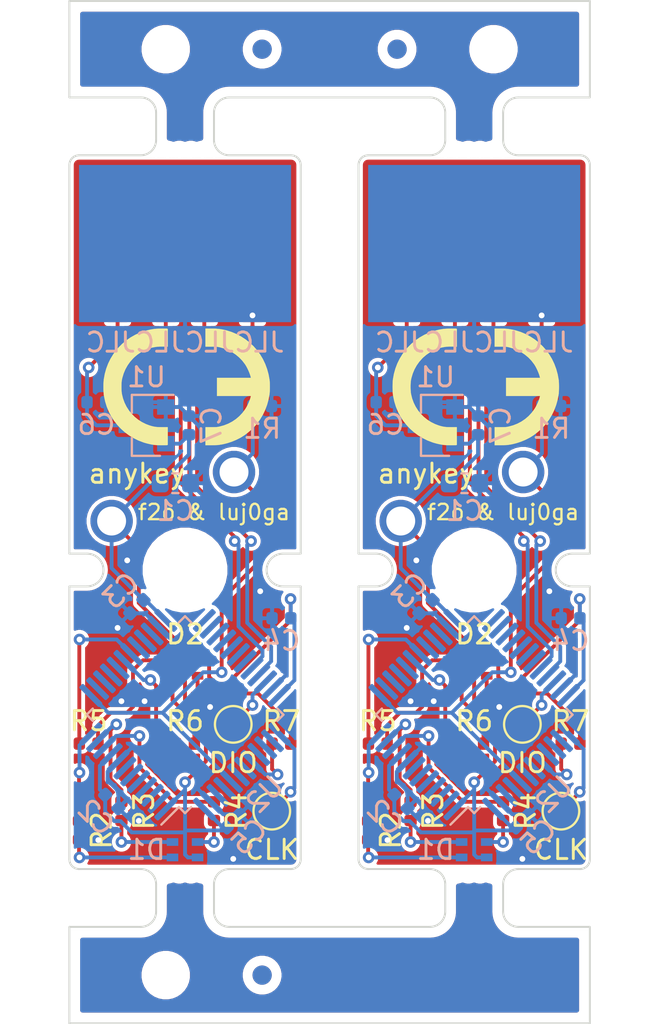
<source format=kicad_pcb>
(kicad_pcb (version 20171130) (host pcbnew 5.1.6)

  (general
    (thickness 1.6)
    (drawings 616)
    (tracks 466)
    (zones 0)
    (modules 79)
    (nets 95)
  )

  (page A4)
  (layers
    (0 F.Cu signal)
    (31 B.Cu signal)
    (32 B.Adhes user)
    (33 F.Adhes user)
    (34 B.Paste user)
    (35 F.Paste user)
    (36 B.SilkS user)
    (37 F.SilkS user)
    (38 B.Mask user)
    (39 F.Mask user)
    (40 Dwgs.User user)
    (41 Cmts.User user)
    (42 Eco1.User user)
    (43 Eco2.User user)
    (44 Edge.Cuts user)
    (45 Margin user)
    (46 B.CrtYd user)
    (47 F.CrtYd user)
    (48 B.Fab user)
    (49 F.Fab user)
  )

  (setup
    (last_trace_width 0.25)
    (trace_clearance 0.127)
    (zone_clearance 0.508)
    (zone_45_only no)
    (trace_min 0.2)
    (via_size 0.8)
    (via_drill 0.4)
    (via_min_size 0.4)
    (via_min_drill 0.3)
    (uvia_size 0.3)
    (uvia_drill 0.1)
    (uvias_allowed no)
    (uvia_min_size 0.2)
    (uvia_min_drill 0.1)
    (edge_width 0.05)
    (segment_width 0.2)
    (pcb_text_width 0.3)
    (pcb_text_size 1.5 1.5)
    (mod_edge_width 0.12)
    (mod_text_size 1 1)
    (mod_text_width 0.15)
    (pad_size 1.524 1.524)
    (pad_drill 0.762)
    (pad_to_mask_clearance 0.05)
    (aux_axis_origin 0 0)
    (visible_elements FFFFFF7F)
    (pcbplotparams
      (layerselection 0x010fc_ffffffff)
      (usegerberextensions true)
      (usegerberattributes true)
      (usegerberadvancedattributes true)
      (creategerberjobfile false)
      (excludeedgelayer true)
      (linewidth 0.100000)
      (plotframeref false)
      (viasonmask false)
      (mode 1)
      (useauxorigin false)
      (hpglpennumber 1)
      (hpglpenspeed 20)
      (hpglpendiameter 15.000000)
      (psnegative false)
      (psa4output false)
      (plotreference true)
      (plotvalue true)
      (plotinvisibletext false)
      (padsonsilk false)
      (subtractmaskfromsilk true)
      (outputformat 1)
      (mirror false)
      (drillshape 0)
      (scaleselection 1)
      (outputdirectory "../gerber/"))
  )

  (net 0 "")
  (net 1 Board_1-+3V3)
  (net 2 Board_1-/BTN1)
  (net 3 Board_1-/D+)
  (net 4 Board_1-/D-)
  (net 5 Board_1-/LED1_B)
  (net 6 Board_1-/LED1_G)
  (net 7 Board_1-/LED1_R)
  (net 8 Board_1-/LED2_B)
  (net 9 Board_1-/LED2_G)
  (net 10 Board_1-/LED2_R)
  (net 11 Board_1-/SWCLK)
  (net 12 Board_1-/SWDIO)
  (net 13 Board_1-GND)
  (net 14 "Board_1-Net-(D1-Pad1)")
  (net 15 "Board_1-Net-(D1-Pad3)")
  (net 16 "Board_1-Net-(D1-Pad4)")
  (net 17 "Board_1-Net-(D2-Pad1)")
  (net 18 "Board_1-Net-(D2-Pad3)")
  (net 19 "Board_1-Net-(D2-Pad4)")
  (net 20 "Board_1-Net-(U2-Pad14)")
  (net 21 "Board_1-Net-(U2-Pad15)")
  (net 22 "Board_1-Net-(U2-Pad16)")
  (net 23 "Board_1-Net-(U2-Pad17)")
  (net 24 "Board_1-Net-(U2-Pad2)")
  (net 25 "Board_1-Net-(U2-Pad20)")
  (net 26 "Board_1-Net-(U2-Pad21)")
  (net 27 "Board_1-Net-(U2-Pad22)")
  (net 28 "Board_1-Net-(U2-Pad25)")
  (net 29 "Board_1-Net-(U2-Pad26)")
  (net 30 "Board_1-Net-(U2-Pad27)")
  (net 31 "Board_1-Net-(U2-Pad28)")
  (net 32 "Board_1-Net-(U2-Pad29)")
  (net 33 "Board_1-Net-(U2-Pad3)")
  (net 34 "Board_1-Net-(U2-Pad30)")
  (net 35 "Board_1-Net-(U2-Pad31)")
  (net 36 "Board_1-Net-(U2-Pad38)")
  (net 37 "Board_1-Net-(U2-Pad39)")
  (net 38 "Board_1-Net-(U2-Pad4)")
  (net 39 "Board_1-Net-(U2-Pad40)")
  (net 40 "Board_1-Net-(U2-Pad42)")
  (net 41 "Board_1-Net-(U2-Pad43)")
  (net 42 "Board_1-Net-(U2-Pad45)")
  (net 43 "Board_1-Net-(U2-Pad46)")
  (net 44 "Board_1-Net-(U2-Pad5)")
  (net 45 "Board_1-Net-(U2-Pad6)")
  (net 46 "Board_1-Net-(U2-Pad7)")
  (net 47 Board_1-VBUS)
  (net 48 Board_2-+3V3)
  (net 49 Board_2-/BTN1)
  (net 50 Board_2-/D+)
  (net 51 Board_2-/D-)
  (net 52 Board_2-/LED1_B)
  (net 53 Board_2-/LED1_G)
  (net 54 Board_2-/LED1_R)
  (net 55 Board_2-/LED2_B)
  (net 56 Board_2-/LED2_G)
  (net 57 Board_2-/LED2_R)
  (net 58 Board_2-/SWCLK)
  (net 59 Board_2-/SWDIO)
  (net 60 Board_2-GND)
  (net 61 "Board_2-Net-(D1-Pad1)")
  (net 62 "Board_2-Net-(D1-Pad3)")
  (net 63 "Board_2-Net-(D1-Pad4)")
  (net 64 "Board_2-Net-(D2-Pad1)")
  (net 65 "Board_2-Net-(D2-Pad3)")
  (net 66 "Board_2-Net-(D2-Pad4)")
  (net 67 "Board_2-Net-(U2-Pad14)")
  (net 68 "Board_2-Net-(U2-Pad15)")
  (net 69 "Board_2-Net-(U2-Pad16)")
  (net 70 "Board_2-Net-(U2-Pad17)")
  (net 71 "Board_2-Net-(U2-Pad2)")
  (net 72 "Board_2-Net-(U2-Pad20)")
  (net 73 "Board_2-Net-(U2-Pad21)")
  (net 74 "Board_2-Net-(U2-Pad22)")
  (net 75 "Board_2-Net-(U2-Pad25)")
  (net 76 "Board_2-Net-(U2-Pad26)")
  (net 77 "Board_2-Net-(U2-Pad27)")
  (net 78 "Board_2-Net-(U2-Pad28)")
  (net 79 "Board_2-Net-(U2-Pad29)")
  (net 80 "Board_2-Net-(U2-Pad3)")
  (net 81 "Board_2-Net-(U2-Pad30)")
  (net 82 "Board_2-Net-(U2-Pad31)")
  (net 83 "Board_2-Net-(U2-Pad38)")
  (net 84 "Board_2-Net-(U2-Pad39)")
  (net 85 "Board_2-Net-(U2-Pad4)")
  (net 86 "Board_2-Net-(U2-Pad40)")
  (net 87 "Board_2-Net-(U2-Pad42)")
  (net 88 "Board_2-Net-(U2-Pad43)")
  (net 89 "Board_2-Net-(U2-Pad45)")
  (net 90 "Board_2-Net-(U2-Pad46)")
  (net 91 "Board_2-Net-(U2-Pad5)")
  (net 92 "Board_2-Net-(U2-Pad6)")
  (net 93 "Board_2-Net-(U2-Pad7)")
  (net 94 Board_2-VBUS)

  (net_class Default "This is the default net class."
    (clearance 0.127)
    (trace_width 0.25)
    (via_dia 0.8)
    (via_drill 0.4)
    (uvia_dia 0.3)
    (uvia_drill 0.1)
    (add_net Board_1-+3V3)
    (add_net Board_1-/BTN1)
    (add_net Board_1-/D+)
    (add_net Board_1-/D-)
    (add_net Board_1-/LED1_B)
    (add_net Board_1-/LED1_G)
    (add_net Board_1-/LED1_R)
    (add_net Board_1-/LED2_B)
    (add_net Board_1-/LED2_G)
    (add_net Board_1-/LED2_R)
    (add_net Board_1-/SWCLK)
    (add_net Board_1-/SWDIO)
    (add_net Board_1-GND)
    (add_net "Board_1-Net-(D1-Pad1)")
    (add_net "Board_1-Net-(D1-Pad3)")
    (add_net "Board_1-Net-(D1-Pad4)")
    (add_net "Board_1-Net-(D2-Pad1)")
    (add_net "Board_1-Net-(D2-Pad3)")
    (add_net "Board_1-Net-(D2-Pad4)")
    (add_net "Board_1-Net-(U2-Pad14)")
    (add_net "Board_1-Net-(U2-Pad15)")
    (add_net "Board_1-Net-(U2-Pad16)")
    (add_net "Board_1-Net-(U2-Pad17)")
    (add_net "Board_1-Net-(U2-Pad2)")
    (add_net "Board_1-Net-(U2-Pad20)")
    (add_net "Board_1-Net-(U2-Pad21)")
    (add_net "Board_1-Net-(U2-Pad22)")
    (add_net "Board_1-Net-(U2-Pad25)")
    (add_net "Board_1-Net-(U2-Pad26)")
    (add_net "Board_1-Net-(U2-Pad27)")
    (add_net "Board_1-Net-(U2-Pad28)")
    (add_net "Board_1-Net-(U2-Pad29)")
    (add_net "Board_1-Net-(U2-Pad3)")
    (add_net "Board_1-Net-(U2-Pad30)")
    (add_net "Board_1-Net-(U2-Pad31)")
    (add_net "Board_1-Net-(U2-Pad38)")
    (add_net "Board_1-Net-(U2-Pad39)")
    (add_net "Board_1-Net-(U2-Pad4)")
    (add_net "Board_1-Net-(U2-Pad40)")
    (add_net "Board_1-Net-(U2-Pad42)")
    (add_net "Board_1-Net-(U2-Pad43)")
    (add_net "Board_1-Net-(U2-Pad45)")
    (add_net "Board_1-Net-(U2-Pad46)")
    (add_net "Board_1-Net-(U2-Pad5)")
    (add_net "Board_1-Net-(U2-Pad6)")
    (add_net "Board_1-Net-(U2-Pad7)")
    (add_net Board_1-VBUS)
    (add_net Board_2-+3V3)
    (add_net Board_2-/BTN1)
    (add_net Board_2-/D+)
    (add_net Board_2-/D-)
    (add_net Board_2-/LED1_B)
    (add_net Board_2-/LED1_G)
    (add_net Board_2-/LED1_R)
    (add_net Board_2-/LED2_B)
    (add_net Board_2-/LED2_G)
    (add_net Board_2-/LED2_R)
    (add_net Board_2-/SWCLK)
    (add_net Board_2-/SWDIO)
    (add_net Board_2-GND)
    (add_net "Board_2-Net-(D1-Pad1)")
    (add_net "Board_2-Net-(D1-Pad3)")
    (add_net "Board_2-Net-(D1-Pad4)")
    (add_net "Board_2-Net-(D2-Pad1)")
    (add_net "Board_2-Net-(D2-Pad3)")
    (add_net "Board_2-Net-(D2-Pad4)")
    (add_net "Board_2-Net-(U2-Pad14)")
    (add_net "Board_2-Net-(U2-Pad15)")
    (add_net "Board_2-Net-(U2-Pad16)")
    (add_net "Board_2-Net-(U2-Pad17)")
    (add_net "Board_2-Net-(U2-Pad2)")
    (add_net "Board_2-Net-(U2-Pad20)")
    (add_net "Board_2-Net-(U2-Pad21)")
    (add_net "Board_2-Net-(U2-Pad22)")
    (add_net "Board_2-Net-(U2-Pad25)")
    (add_net "Board_2-Net-(U2-Pad26)")
    (add_net "Board_2-Net-(U2-Pad27)")
    (add_net "Board_2-Net-(U2-Pad28)")
    (add_net "Board_2-Net-(U2-Pad29)")
    (add_net "Board_2-Net-(U2-Pad3)")
    (add_net "Board_2-Net-(U2-Pad30)")
    (add_net "Board_2-Net-(U2-Pad31)")
    (add_net "Board_2-Net-(U2-Pad38)")
    (add_net "Board_2-Net-(U2-Pad39)")
    (add_net "Board_2-Net-(U2-Pad4)")
    (add_net "Board_2-Net-(U2-Pad40)")
    (add_net "Board_2-Net-(U2-Pad42)")
    (add_net "Board_2-Net-(U2-Pad43)")
    (add_net "Board_2-Net-(U2-Pad45)")
    (add_net "Board_2-Net-(U2-Pad46)")
    (add_net "Board_2-Net-(U2-Pad5)")
    (add_net "Board_2-Net-(U2-Pad6)")
    (add_net "Board_2-Net-(U2-Pad7)")
    (add_net Board_2-VBUS)
  )

  (module NPTH (layer F.Cu) (tedit 5E89AAAA) (tstamp 5F97918A)
    (at 72.500025 87.101)
    (fp_text reference REF** (at 0 0.5) (layer F.SilkS) hide
      (effects (font (size 1 1) (thickness 0.15)))
    )
    (fp_text value NPTH (at 0 -0.5) (layer F.Fab) hide
      (effects (font (size 1 1) (thickness 0.15)))
    )
    (pad "" np_thru_hole circle (at 0 0) (size 0.3 0.3) (drill 0.3) (layers *.Cu *.Mask))
  )

  (module NPTH (layer F.Cu) (tedit 5E89AAAA) (tstamp 5F979182)
    (at 71.900025 87.101)
    (fp_text reference REF** (at 0 0.5) (layer F.SilkS) hide
      (effects (font (size 1 1) (thickness 0.15)))
    )
    (fp_text value NPTH (at 0 -0.5) (layer F.Fab) hide
      (effects (font (size 1 1) (thickness 0.15)))
    )
    (pad "" np_thru_hole circle (at 0 0) (size 0.3 0.3) (drill 0.3) (layers *.Cu *.Mask))
  )

  (module NPTH (layer F.Cu) (tedit 5E89AAAA) (tstamp 5F97917A)
    (at 71.300025 87.101)
    (fp_text reference REF** (at 0 0.5) (layer F.SilkS) hide
      (effects (font (size 1 1) (thickness 0.15)))
    )
    (fp_text value NPTH (at 0 -0.5) (layer F.Fab) hide
      (effects (font (size 1 1) (thickness 0.15)))
    )
    (pad "" np_thru_hole circle (at 0 0) (size 0.3 0.3) (drill 0.3) (layers *.Cu *.Mask))
  )

  (module NPTH (layer F.Cu) (tedit 5E89AAAA) (tstamp 5F979172)
    (at 70.700025 87.101)
    (fp_text reference REF** (at 0 0.5) (layer F.SilkS) hide
      (effects (font (size 1 1) (thickness 0.15)))
    )
    (fp_text value NPTH (at 0 -0.5) (layer F.Fab) hide
      (effects (font (size 1 1) (thickness 0.15)))
    )
    (pad "" np_thru_hole circle (at 0 0) (size 0.3 0.3) (drill 0.3) (layers *.Cu *.Mask))
  )

  (module NPTH (layer F.Cu) (tedit 5E89AAAA) (tstamp 5F97916A)
    (at 70.100025 87.101)
    (fp_text reference REF** (at 0 0.5) (layer F.SilkS) hide
      (effects (font (size 1 1) (thickness 0.15)))
    )
    (fp_text value NPTH (at 0 -0.5) (layer F.Fab) hide
      (effects (font (size 1 1) (thickness 0.15)))
    )
    (pad "" np_thru_hole circle (at 0 0) (size 0.3 0.3) (drill 0.3) (layers *.Cu *.Mask))
  )

  (module NPTH (layer F.Cu) (tedit 5E89AAAA) (tstamp 5F979162)
    (at 69.500025 87.101)
    (fp_text reference REF** (at 0 0.5) (layer F.SilkS) hide
      (effects (font (size 1 1) (thickness 0.15)))
    )
    (fp_text value NPTH (at 0 -0.5) (layer F.Fab) hide
      (effects (font (size 1 1) (thickness 0.15)))
    )
    (pad "" np_thru_hole circle (at 0 0) (size 0.3 0.3) (drill 0.3) (layers *.Cu *.Mask))
  )

  (module NPTH (layer F.Cu) (tedit 5E89AAAA) (tstamp 5F97915A)
    (at 69.500025 49.899)
    (fp_text reference REF** (at 0 0.5) (layer F.SilkS) hide
      (effects (font (size 1 1) (thickness 0.15)))
    )
    (fp_text value NPTH (at 0 -0.5) (layer F.Fab) hide
      (effects (font (size 1 1) (thickness 0.15)))
    )
    (pad "" np_thru_hole circle (at 0 0) (size 0.3 0.3) (drill 0.3) (layers *.Cu *.Mask))
  )

  (module NPTH (layer F.Cu) (tedit 5E89AAAA) (tstamp 5F979152)
    (at 70.100025 49.899)
    (fp_text reference REF** (at 0 0.5) (layer F.SilkS) hide
      (effects (font (size 1 1) (thickness 0.15)))
    )
    (fp_text value NPTH (at 0 -0.5) (layer F.Fab) hide
      (effects (font (size 1 1) (thickness 0.15)))
    )
    (pad "" np_thru_hole circle (at 0 0) (size 0.3 0.3) (drill 0.3) (layers *.Cu *.Mask))
  )

  (module NPTH (layer F.Cu) (tedit 5E89AAAA) (tstamp 5F97914A)
    (at 70.700025 49.899)
    (fp_text reference REF** (at 0 0.5) (layer F.SilkS) hide
      (effects (font (size 1 1) (thickness 0.15)))
    )
    (fp_text value NPTH (at 0 -0.5) (layer F.Fab) hide
      (effects (font (size 1 1) (thickness 0.15)))
    )
    (pad "" np_thru_hole circle (at 0 0) (size 0.3 0.3) (drill 0.3) (layers *.Cu *.Mask))
  )

  (module NPTH (layer F.Cu) (tedit 5E89AAAA) (tstamp 5F979142)
    (at 71.300025 49.899)
    (fp_text reference REF** (at 0 0.5) (layer F.SilkS) hide
      (effects (font (size 1 1) (thickness 0.15)))
    )
    (fp_text value NPTH (at 0 -0.5) (layer F.Fab) hide
      (effects (font (size 1 1) (thickness 0.15)))
    )
    (pad "" np_thru_hole circle (at 0 0) (size 0.3 0.3) (drill 0.3) (layers *.Cu *.Mask))
  )

  (module NPTH (layer F.Cu) (tedit 5E89AAAA) (tstamp 5F97913A)
    (at 71.900025 49.899)
    (fp_text reference REF** (at 0 0.5) (layer F.SilkS) hide
      (effects (font (size 1 1) (thickness 0.15)))
    )
    (fp_text value NPTH (at 0 -0.5) (layer F.Fab) hide
      (effects (font (size 1 1) (thickness 0.15)))
    )
    (pad "" np_thru_hole circle (at 0 0) (size 0.3 0.3) (drill 0.3) (layers *.Cu *.Mask))
  )

  (module NPTH (layer F.Cu) (tedit 5E89AAAA) (tstamp 5F979132)
    (at 72.500025 49.899)
    (fp_text reference REF** (at 0 0.5) (layer F.SilkS) hide
      (effects (font (size 1 1) (thickness 0.15)))
    )
    (fp_text value NPTH (at 0 -0.5) (layer F.Fab) hide
      (effects (font (size 1 1) (thickness 0.15)))
    )
    (pad "" np_thru_hole circle (at 0 0) (size 0.3 0.3) (drill 0.3) (layers *.Cu *.Mask))
  )

  (module NPTH (layer F.Cu) (tedit 5E89AAAA) (tstamp 5F97912A)
    (at 57.500008 87.101)
    (fp_text reference REF** (at 0 0.5) (layer F.SilkS) hide
      (effects (font (size 1 1) (thickness 0.15)))
    )
    (fp_text value NPTH (at 0 -0.5) (layer F.Fab) hide
      (effects (font (size 1 1) (thickness 0.15)))
    )
    (pad "" np_thru_hole circle (at 0 0) (size 0.3 0.3) (drill 0.3) (layers *.Cu *.Mask))
  )

  (module NPTH (layer F.Cu) (tedit 5E89AAAA) (tstamp 5F979122)
    (at 56.900008 87.101)
    (fp_text reference REF** (at 0 0.5) (layer F.SilkS) hide
      (effects (font (size 1 1) (thickness 0.15)))
    )
    (fp_text value NPTH (at 0 -0.5) (layer F.Fab) hide
      (effects (font (size 1 1) (thickness 0.15)))
    )
    (pad "" np_thru_hole circle (at 0 0) (size 0.3 0.3) (drill 0.3) (layers *.Cu *.Mask))
  )

  (module NPTH (layer F.Cu) (tedit 5E89AAAA) (tstamp 5F97911A)
    (at 56.300008 87.101)
    (fp_text reference REF** (at 0 0.5) (layer F.SilkS) hide
      (effects (font (size 1 1) (thickness 0.15)))
    )
    (fp_text value NPTH (at 0 -0.5) (layer F.Fab) hide
      (effects (font (size 1 1) (thickness 0.15)))
    )
    (pad "" np_thru_hole circle (at 0 0) (size 0.3 0.3) (drill 0.3) (layers *.Cu *.Mask))
  )

  (module NPTH (layer F.Cu) (tedit 5E89AAAA) (tstamp 5F979112)
    (at 55.700008 87.101)
    (fp_text reference REF** (at 0 0.5) (layer F.SilkS) hide
      (effects (font (size 1 1) (thickness 0.15)))
    )
    (fp_text value NPTH (at 0 -0.5) (layer F.Fab) hide
      (effects (font (size 1 1) (thickness 0.15)))
    )
    (pad "" np_thru_hole circle (at 0 0) (size 0.3 0.3) (drill 0.3) (layers *.Cu *.Mask))
  )

  (module NPTH (layer F.Cu) (tedit 5E89AAAA) (tstamp 5F97910A)
    (at 55.100008 87.101)
    (fp_text reference REF** (at 0 0.5) (layer F.SilkS) hide
      (effects (font (size 1 1) (thickness 0.15)))
    )
    (fp_text value NPTH (at 0 -0.5) (layer F.Fab) hide
      (effects (font (size 1 1) (thickness 0.15)))
    )
    (pad "" np_thru_hole circle (at 0 0) (size 0.3 0.3) (drill 0.3) (layers *.Cu *.Mask))
  )

  (module NPTH (layer F.Cu) (tedit 5E89AAAA) (tstamp 5F979102)
    (at 54.500008 87.101)
    (fp_text reference REF** (at 0 0.5) (layer F.SilkS) hide
      (effects (font (size 1 1) (thickness 0.15)))
    )
    (fp_text value NPTH (at 0 -0.5) (layer F.Fab) hide
      (effects (font (size 1 1) (thickness 0.15)))
    )
    (pad "" np_thru_hole circle (at 0 0) (size 0.3 0.3) (drill 0.3) (layers *.Cu *.Mask))
  )

  (module NPTH (layer F.Cu) (tedit 5E89AAAA) (tstamp 5F9790FA)
    (at 54.500008 49.899)
    (fp_text reference REF** (at 0 0.5) (layer F.SilkS) hide
      (effects (font (size 1 1) (thickness 0.15)))
    )
    (fp_text value NPTH (at 0 -0.5) (layer F.Fab) hide
      (effects (font (size 1 1) (thickness 0.15)))
    )
    (pad "" np_thru_hole circle (at 0 0) (size 0.3 0.3) (drill 0.3) (layers *.Cu *.Mask))
  )

  (module NPTH (layer F.Cu) (tedit 5E89AAAA) (tstamp 5F9790F2)
    (at 55.100008 49.899)
    (fp_text reference REF** (at 0 0.5) (layer F.SilkS) hide
      (effects (font (size 1 1) (thickness 0.15)))
    )
    (fp_text value NPTH (at 0 -0.5) (layer F.Fab) hide
      (effects (font (size 1 1) (thickness 0.15)))
    )
    (pad "" np_thru_hole circle (at 0 0) (size 0.3 0.3) (drill 0.3) (layers *.Cu *.Mask))
  )

  (module NPTH (layer F.Cu) (tedit 5E89AAAA) (tstamp 5F9790EA)
    (at 55.700008 49.899)
    (fp_text reference REF** (at 0 0.5) (layer F.SilkS) hide
      (effects (font (size 1 1) (thickness 0.15)))
    )
    (fp_text value NPTH (at 0 -0.5) (layer F.Fab) hide
      (effects (font (size 1 1) (thickness 0.15)))
    )
    (pad "" np_thru_hole circle (at 0 0) (size 0.3 0.3) (drill 0.3) (layers *.Cu *.Mask))
  )

  (module NPTH (layer F.Cu) (tedit 5E89AAAA) (tstamp 5F9790E2)
    (at 56.300008 49.899)
    (fp_text reference REF** (at 0 0.5) (layer F.SilkS) hide
      (effects (font (size 1 1) (thickness 0.15)))
    )
    (fp_text value NPTH (at 0 -0.5) (layer F.Fab) hide
      (effects (font (size 1 1) (thickness 0.15)))
    )
    (pad "" np_thru_hole circle (at 0 0) (size 0.3 0.3) (drill 0.3) (layers *.Cu *.Mask))
  )

  (module NPTH (layer F.Cu) (tedit 5E89AAAA) (tstamp 5F9790DA)
    (at 56.900008 49.899)
    (fp_text reference REF** (at 0 0.5) (layer F.SilkS) hide
      (effects (font (size 1 1) (thickness 0.15)))
    )
    (fp_text value NPTH (at 0 -0.5) (layer F.Fab) hide
      (effects (font (size 1 1) (thickness 0.15)))
    )
    (pad "" np_thru_hole circle (at 0 0) (size 0.3 0.3) (drill 0.3) (layers *.Cu *.Mask))
  )

  (module NPTH (layer F.Cu) (tedit 5E89AAAA) (tstamp 5F9790D2)
    (at 57.500008 49.899)
    (fp_text reference REF** (at 0 0.5) (layer F.SilkS) hide
      (effects (font (size 1 1) (thickness 0.15)))
    )
    (fp_text value NPTH (at 0 -0.5) (layer F.Fab) hide
      (effects (font (size 1 1) (thickness 0.15)))
    )
    (pad "" np_thru_hole circle (at 0 0) (size 0.3 0.3) (drill 0.3) (layers *.Cu *.Mask))
  )

  (module NPTH (layer F.Cu) (tedit 5E89AAAA) (tstamp 5F9790CA)
    (at 54.999 92.501017)
    (fp_text reference REF** (at 0 0.5) (layer F.SilkS) hide
      (effects (font (size 1 1) (thickness 0.15)))
    )
    (fp_text value NPTH (at 0 -0.5) (layer F.Fab) hide
      (effects (font (size 1 1) (thickness 0.15)))
    )
    (pad "" np_thru_hole circle (at 0 0) (size 1.5 1.5) (drill 1.5) (layers *.Cu *.Mask))
  )

  (module NPTH (layer F.Cu) (tedit 5E89AAAA) (tstamp 5F9790C2)
    (at 72.001018 44.499)
    (fp_text reference REF** (at 0 0.5) (layer F.SilkS) hide
      (effects (font (size 1 1) (thickness 0.15)))
    )
    (fp_text value NPTH (at 0 -0.5) (layer F.Fab) hide
      (effects (font (size 1 1) (thickness 0.15)))
    )
    (pad "" np_thru_hole circle (at 0 0) (size 1.5 1.5) (drill 1.5) (layers *.Cu *.Mask))
  )

  (module NPTH (layer F.Cu) (tedit 5E89AAAA) (tstamp 5F9790BA)
    (at 54.999 44.499)
    (fp_text reference REF** (at 0 0.5) (layer F.SilkS) hide
      (effects (font (size 1 1) (thickness 0.15)))
    )
    (fp_text value NPTH (at 0 -0.5) (layer F.Fab) hide
      (effects (font (size 1 1) (thickness 0.15)))
    )
    (pad "" np_thru_hole circle (at 0 0) (size 1.5 1.5) (drill 1.5) (layers *.Cu *.Mask))
  )

  (module Fiducial (layer B.Cu) (tedit 5EA93A7C) (tstamp 5F9790B2)
    (at 59.999 92.501017)
    (descr "Circular Fiducial")
    (tags fiducial)
    (attr smd)
    (fp_text reference REF** (at 0 1.5) (layer B.SilkS) hide
      (effects (font (size 1 1) (thickness 0.15)) (justify mirror))
    )
    (fp_text value Fiducial (at 0 -1.5) (layer B.Fab) hide
      (effects (font (size 1 1) (thickness 0.15)) (justify mirror))
    )
    (pad "" smd circle (at 0 0) (size 1 1) (layers B.Cu B.Mask)
      (solder_mask_margin 0.5) (clearance 0.5))
  )

  (module Fiducial (layer F.Cu) (tedit 5EA93A7C) (tstamp 5F9790AA)
    (at 59.999 92.501017)
    (descr "Circular Fiducial")
    (tags fiducial)
    (attr smd)
    (fp_text reference REF** (at 0 -1.5) (layer F.SilkS) hide
      (effects (font (size 1 1) (thickness 0.15)))
    )
    (fp_text value Fiducial (at 0 1.5) (layer F.Fab) hide
      (effects (font (size 1 1) (thickness 0.15)))
    )
    (pad "" smd circle (at 0 0) (size 1 1) (layers F.Cu F.Mask)
      (solder_mask_margin 0.5) (clearance 0.5))
  )

  (module Fiducial (layer B.Cu) (tedit 5EA93A7C) (tstamp 5F9790A2)
    (at 67.001018 44.499)
    (descr "Circular Fiducial")
    (tags fiducial)
    (attr smd)
    (fp_text reference REF** (at 0 1.5) (layer B.SilkS) hide
      (effects (font (size 1 1) (thickness 0.15)) (justify mirror))
    )
    (fp_text value Fiducial (at 0 -1.5) (layer B.Fab) hide
      (effects (font (size 1 1) (thickness 0.15)) (justify mirror))
    )
    (pad "" smd circle (at 0 0) (size 1 1) (layers B.Cu B.Mask)
      (solder_mask_margin 0.5) (clearance 0.5))
  )

  (module Fiducial (layer F.Cu) (tedit 5EA93A7C) (tstamp 5F97909A)
    (at 67.001018 44.499)
    (descr "Circular Fiducial")
    (tags fiducial)
    (attr smd)
    (fp_text reference REF** (at 0 -1.5) (layer F.SilkS) hide
      (effects (font (size 1 1) (thickness 0.15)))
    )
    (fp_text value Fiducial (at 0 1.5) (layer F.Fab) hide
      (effects (font (size 1 1) (thickness 0.15)))
    )
    (pad "" smd circle (at 0 0) (size 1 1) (layers F.Cu F.Mask)
      (solder_mask_margin 0.5) (clearance 0.5))
  )

  (module Fiducial (layer B.Cu) (tedit 5EA93A7C) (tstamp 5F979092)
    (at 59.999 44.499)
    (descr "Circular Fiducial")
    (tags fiducial)
    (attr smd)
    (fp_text reference REF** (at 0 1.5) (layer B.SilkS) hide
      (effects (font (size 1 1) (thickness 0.15)) (justify mirror))
    )
    (fp_text value Fiducial (at 0 -1.5) (layer B.Fab) hide
      (effects (font (size 1 1) (thickness 0.15)) (justify mirror))
    )
    (pad "" smd circle (at 0 0) (size 1 1) (layers B.Cu B.Mask)
      (solder_mask_margin 0.5) (clearance 0.5))
  )

  (module Fiducial (layer F.Cu) (tedit 5EA93A7C) (tstamp 5F97908A)
    (at 59.999 44.499)
    (descr "Circular Fiducial")
    (tags fiducial)
    (attr smd)
    (fp_text reference REF** (at 0 -1.5) (layer F.SilkS) hide
      (effects (font (size 1 1) (thickness 0.15)))
    )
    (fp_text value Fiducial (at 0 1.5) (layer F.Fab) hide
      (effects (font (size 1 1) (thickness 0.15)))
    )
    (pad "" smd circle (at 0 0) (size 1 1) (layers F.Cu F.Mask)
      (solder_mask_margin 0.5) (clearance 0.5))
  )

  (module Capacitor_SMD:C_0603_1608Metric (layer B.Cu) (tedit 5B301BBE) (tstamp 5F978F86)
    (at 70.500018 67.000001)
    (descr "Capacitor SMD 0603 (1608 Metric), square (rectangular) end terminal, IPC_7351 nominal, (Body size source: http://www.tortai-tech.com/upload/download/2011102023233369053.pdf), generated with kicad-footprint-generator")
    (tags capacitor)
    (path /5F898D1B)
    (attr smd)
    (fp_text reference C1 (at 0 1.43) (layer B.SilkS)
      (effects (font (size 1 1) (thickness 0.15)) (justify mirror))
    )
    (fp_text value 10u (at 0 -1.43) (layer B.Fab)
      (effects (font (size 1 1) (thickness 0.15)) (justify mirror))
    )
    (fp_line (start -0.8 -0.4) (end -0.8 0.4) (layer B.Fab) (width 0.1))
    (fp_line (start -0.8 0.4) (end 0.8 0.4) (layer B.Fab) (width 0.1))
    (fp_line (start 0.8 0.4) (end 0.8 -0.4) (layer B.Fab) (width 0.1))
    (fp_line (start 0.8 -0.4) (end -0.8 -0.4) (layer B.Fab) (width 0.1))
    (fp_line (start -0.162779 0.51) (end 0.162779 0.51) (layer B.SilkS) (width 0.12))
    (fp_line (start -0.162779 -0.51) (end 0.162779 -0.51) (layer B.SilkS) (width 0.12))
    (fp_line (start -1.48 -0.73) (end -1.48 0.73) (layer B.CrtYd) (width 0.05))
    (fp_line (start -1.48 0.73) (end 1.48 0.73) (layer B.CrtYd) (width 0.05))
    (fp_line (start 1.48 0.73) (end 1.48 -0.73) (layer B.CrtYd) (width 0.05))
    (fp_line (start 1.48 -0.73) (end -1.48 -0.73) (layer B.CrtYd) (width 0.05))
    (fp_text user %R (at 0 0) (layer B.Fab)
      (effects (font (size 0.4 0.4) (thickness 0.06)) (justify mirror))
    )
    (pad 1 smd roundrect (at -0.7875 0) (size 0.875 0.95) (layers B.Cu B.Paste B.Mask) (roundrect_rratio 0.25)
      (net 48 Board_2-+3V3))
    (pad 2 smd roundrect (at 0.7875 0) (size 0.875 0.95) (layers B.Cu B.Paste B.Mask) (roundrect_rratio 0.25)
      (net 60 Board_2-GND))
    (model ${KISYS3DMOD}/Capacitor_SMD.3dshapes/C_0603_1608Metric.wrl
      (at (xyz 0 0 0))
      (scale (xyz 1 1 1))
      (rotate (xyz 0 0 0))
    )
  )

  (module Capacitor_SMD:C_0402_1005Metric (layer B.Cu) (tedit 5B301BBE) (tstamp 5F978F78)
    (at 67.200018 83.500001 315)
    (descr "Capacitor SMD 0402 (1005 Metric), square (rectangular) end terminal, IPC_7351 nominal, (Body size source: http://www.tortai-tech.com/upload/download/2011102023233369053.pdf), generated with kicad-footprint-generator")
    (tags capacitor)
    (path /5F89352A)
    (attr smd)
    (fp_text reference C2 (at 0 1.17 135) (layer B.SilkS)
      (effects (font (size 1 1) (thickness 0.15)) (justify mirror))
    )
    (fp_text value 100n (at 0 -1.17 135) (layer B.Fab)
      (effects (font (size 1 1) (thickness 0.15)) (justify mirror))
    )
    (fp_line (start -0.5 -0.25) (end -0.5 0.25) (layer B.Fab) (width 0.1))
    (fp_line (start -0.5 0.25) (end 0.5 0.25) (layer B.Fab) (width 0.1))
    (fp_line (start 0.5 0.25) (end 0.5 -0.25) (layer B.Fab) (width 0.1))
    (fp_line (start 0.5 -0.25) (end -0.5 -0.25) (layer B.Fab) (width 0.1))
    (fp_line (start -0.93 -0.47) (end -0.93 0.47) (layer B.CrtYd) (width 0.05))
    (fp_line (start -0.93 0.47) (end 0.93 0.47) (layer B.CrtYd) (width 0.05))
    (fp_line (start 0.93 0.47) (end 0.93 -0.47) (layer B.CrtYd) (width 0.05))
    (fp_line (start 0.93 -0.47) (end -0.93 -0.47) (layer B.CrtYd) (width 0.05))
    (fp_text user %R (at 0 0 135) (layer B.Fab)
      (effects (font (size 0.25 0.25) (thickness 0.04)) (justify mirror))
    )
    (pad 1 smd roundrect (at -0.485 0 315) (size 0.59 0.64) (layers B.Cu B.Paste B.Mask) (roundrect_rratio 0.25)
      (net 48 Board_2-+3V3))
    (pad 2 smd roundrect (at 0.485 0 315) (size 0.59 0.64) (layers B.Cu B.Paste B.Mask) (roundrect_rratio 0.25)
      (net 60 Board_2-GND))
    (model ${KISYS3DMOD}/Capacitor_SMD.3dshapes/C_0402_1005Metric.wrl
      (at (xyz 0 0 0))
      (scale (xyz 1 1 1))
      (rotate (xyz 0 0 0))
    )
  )

  (module Capacitor_SMD:C_0402_1005Metric (layer B.Cu) (tedit 5B301BBE) (tstamp 5F978F6A)
    (at 68.500018 73.400001 225)
    (descr "Capacitor SMD 0402 (1005 Metric), square (rectangular) end terminal, IPC_7351 nominal, (Body size source: http://www.tortai-tech.com/upload/download/2011102023233369053.pdf), generated with kicad-footprint-generator")
    (tags capacitor)
    (path /5F893113)
    (attr smd)
    (fp_text reference C3 (at 0 1.17 45) (layer B.SilkS)
      (effects (font (size 1 1) (thickness 0.15)) (justify mirror))
    )
    (fp_text value 100n (at 0 -1.17 45) (layer B.Fab)
      (effects (font (size 1 1) (thickness 0.15)) (justify mirror))
    )
    (fp_line (start 0.93 -0.47) (end -0.93 -0.47) (layer B.CrtYd) (width 0.05))
    (fp_line (start 0.93 0.47) (end 0.93 -0.47) (layer B.CrtYd) (width 0.05))
    (fp_line (start -0.93 0.47) (end 0.93 0.47) (layer B.CrtYd) (width 0.05))
    (fp_line (start -0.93 -0.47) (end -0.93 0.47) (layer B.CrtYd) (width 0.05))
    (fp_line (start 0.5 -0.25) (end -0.5 -0.25) (layer B.Fab) (width 0.1))
    (fp_line (start 0.5 0.25) (end 0.5 -0.25) (layer B.Fab) (width 0.1))
    (fp_line (start -0.5 0.25) (end 0.5 0.25) (layer B.Fab) (width 0.1))
    (fp_line (start -0.5 -0.25) (end -0.5 0.25) (layer B.Fab) (width 0.1))
    (fp_text user %R (at 0 0 45) (layer B.Fab)
      (effects (font (size 0.25 0.25) (thickness 0.04)) (justify mirror))
    )
    (pad 2 smd roundrect (at 0.485 0 225) (size 0.59 0.64) (layers B.Cu B.Paste B.Mask) (roundrect_rratio 0.25)
      (net 60 Board_2-GND))
    (pad 1 smd roundrect (at -0.485 0 225) (size 0.59 0.64) (layers B.Cu B.Paste B.Mask) (roundrect_rratio 0.25)
      (net 48 Board_2-+3V3))
    (model ${KISYS3DMOD}/Capacitor_SMD.3dshapes/C_0402_1005Metric.wrl
      (at (xyz 0 0 0))
      (scale (xyz 1 1 1))
      (rotate (xyz 0 0 0))
    )
  )

  (module Capacitor_SMD:C_0402_1005Metric (layer B.Cu) (tedit 5B301BBE) (tstamp 5F978F5C)
    (at 73.500018 84.500001 45)
    (descr "Capacitor SMD 0402 (1005 Metric), square (rectangular) end terminal, IPC_7351 nominal, (Body size source: http://www.tortai-tech.com/upload/download/2011102023233369053.pdf), generated with kicad-footprint-generator")
    (tags capacitor)
    (path /5F8989CC)
    (attr smd)
    (fp_text reference C5 (at 0 1.17 45) (layer B.SilkS)
      (effects (font (size 1 1) (thickness 0.15)) (justify mirror))
    )
    (fp_text value 100n (at 0 -1.17 45) (layer B.Fab)
      (effects (font (size 1 1) (thickness 0.15)) (justify mirror))
    )
    (fp_line (start 0.93 -0.47) (end -0.93 -0.47) (layer B.CrtYd) (width 0.05))
    (fp_line (start 0.93 0.47) (end 0.93 -0.47) (layer B.CrtYd) (width 0.05))
    (fp_line (start -0.93 0.47) (end 0.93 0.47) (layer B.CrtYd) (width 0.05))
    (fp_line (start -0.93 -0.47) (end -0.93 0.47) (layer B.CrtYd) (width 0.05))
    (fp_line (start 0.5 -0.25) (end -0.5 -0.25) (layer B.Fab) (width 0.1))
    (fp_line (start 0.5 0.25) (end 0.5 -0.25) (layer B.Fab) (width 0.1))
    (fp_line (start -0.5 0.25) (end 0.5 0.25) (layer B.Fab) (width 0.1))
    (fp_line (start -0.5 -0.25) (end -0.5 0.25) (layer B.Fab) (width 0.1))
    (fp_text user %R (at 0 0 45) (layer B.Fab)
      (effects (font (size 0.25 0.25) (thickness 0.04)) (justify mirror))
    )
    (pad 2 smd roundrect (at 0.485 0 45) (size 0.59 0.64) (layers B.Cu B.Paste B.Mask) (roundrect_rratio 0.25)
      (net 60 Board_2-GND))
    (pad 1 smd roundrect (at -0.485 0 45) (size 0.59 0.64) (layers B.Cu B.Paste B.Mask) (roundrect_rratio 0.25)
      (net 48 Board_2-+3V3))
    (model ${KISYS3DMOD}/Capacitor_SMD.3dshapes/C_0402_1005Metric.wrl
      (at (xyz 0 0 0))
      (scale (xyz 1 1 1))
      (rotate (xyz 0 0 0))
    )
  )

  (module Capacitor_SMD:C_0402_1005Metric (layer B.Cu) (tedit 5B301BBE) (tstamp 5F978F4E)
    (at 71.200018 64.000001 90)
    (descr "Capacitor SMD 0402 (1005 Metric), square (rectangular) end terminal, IPC_7351 nominal, (Body size source: http://www.tortai-tech.com/upload/download/2011102023233369053.pdf), generated with kicad-footprint-generator")
    (tags capacitor)
    (path /5F9081DC)
    (attr smd)
    (fp_text reference C7 (at 0 1.17 -90) (layer B.SilkS)
      (effects (font (size 1 1) (thickness 0.15)) (justify mirror))
    )
    (fp_text value 1u (at 0 -1.17 -90) (layer B.Fab)
      (effects (font (size 1 1) (thickness 0.15)) (justify mirror))
    )
    (fp_line (start 0.93 -0.47) (end -0.93 -0.47) (layer B.CrtYd) (width 0.05))
    (fp_line (start 0.93 0.47) (end 0.93 -0.47) (layer B.CrtYd) (width 0.05))
    (fp_line (start -0.93 0.47) (end 0.93 0.47) (layer B.CrtYd) (width 0.05))
    (fp_line (start -0.93 -0.47) (end -0.93 0.47) (layer B.CrtYd) (width 0.05))
    (fp_line (start 0.5 -0.25) (end -0.5 -0.25) (layer B.Fab) (width 0.1))
    (fp_line (start 0.5 0.25) (end 0.5 -0.25) (layer B.Fab) (width 0.1))
    (fp_line (start -0.5 0.25) (end 0.5 0.25) (layer B.Fab) (width 0.1))
    (fp_line (start -0.5 -0.25) (end -0.5 0.25) (layer B.Fab) (width 0.1))
    (fp_text user %R (at 0 0 -90) (layer B.Fab)
      (effects (font (size 0.25 0.25) (thickness 0.04)) (justify mirror))
    )
    (pad 2 smd roundrect (at 0.485 0 90) (size 0.59 0.64) (layers B.Cu B.Paste B.Mask) (roundrect_rratio 0.25)
      (net 60 Board_2-GND))
    (pad 1 smd roundrect (at -0.485 0 90) (size 0.59 0.64) (layers B.Cu B.Paste B.Mask) (roundrect_rratio 0.25)
      (net 48 Board_2-+3V3))
    (model ${KISYS3DMOD}/Capacitor_SMD.3dshapes/C_0402_1005Metric.wrl
      (at (xyz 0 0 0))
      (scale (xyz 1 1 1))
      (rotate (xyz 0 0 0))
    )
  )

  (module anykey:USB_A_Plug_PCB (layer F.Cu) (tedit 5F8DF2F0) (tstamp 5F978F43)
    (at 71.000018 50.000001)
    (path /5F874047)
    (attr virtual)
    (fp_text reference J1 (at 0 10) (layer F.SilkS) hide
      (effects (font (size 1 1) (thickness 0.15)))
    )
    (fp_text value USB_A (at 0 -1) (layer F.Fab)
      (effects (font (size 1 1) (thickness 0.15)))
    )
    (fp_line (start 6 0) (end 6 11.75) (layer Dwgs.User) (width 0.12))
    (fp_line (start -6 0) (end 6 0) (layer Dwgs.User) (width 0.12))
    (fp_line (start -6 11.75) (end -6 0) (layer Dwgs.User) (width 0.12))
    (pad 5 connect rect (at 0 4.575) (size 11 8.15) (layers B.Cu B.Mask)
      (net 60 Board_2-GND))
    (pad 4 connect rect (at 3.5 4.945) (size 1 7.41) (layers F.Cu F.Mask)
      (net 60 Board_2-GND))
    (pad 3 connect rect (at 1 5.445) (size 1 6.41) (layers F.Cu F.Mask)
      (net 50 Board_2-/D+))
    (pad 2 connect rect (at -1 5.445) (size 1 6.41) (layers F.Cu F.Mask)
      (net 51 Board_2-/D-))
    (pad 1 connect rect (at -3.5 4.945) (size 1 7.41) (layers F.Cu F.Mask)
      (net 94 Board_2-VBUS))
  )

  (module Resistor_SMD:R_0402_1005Metric (layer B.Cu) (tedit 5B301BBD) (tstamp 5F978F35)
    (at 75.000018 63.000001)
    (descr "Resistor SMD 0402 (1005 Metric), square (rectangular) end terminal, IPC_7351 nominal, (Body size source: http://www.tortai-tech.com/upload/download/2011102023233369053.pdf), generated with kicad-footprint-generator")
    (tags resistor)
    (path /5F905B31)
    (attr smd)
    (fp_text reference R1 (at 0 1.17) (layer B.SilkS)
      (effects (font (size 1 1) (thickness 0.15)) (justify mirror))
    )
    (fp_text value 10k (at 0 -1.17) (layer B.Fab)
      (effects (font (size 1 1) (thickness 0.15)) (justify mirror))
    )
    (fp_line (start -0.5 -0.25) (end -0.5 0.25) (layer B.Fab) (width 0.1))
    (fp_line (start -0.5 0.25) (end 0.5 0.25) (layer B.Fab) (width 0.1))
    (fp_line (start 0.5 0.25) (end 0.5 -0.25) (layer B.Fab) (width 0.1))
    (fp_line (start 0.5 -0.25) (end -0.5 -0.25) (layer B.Fab) (width 0.1))
    (fp_line (start -0.93 -0.47) (end -0.93 0.47) (layer B.CrtYd) (width 0.05))
    (fp_line (start -0.93 0.47) (end 0.93 0.47) (layer B.CrtYd) (width 0.05))
    (fp_line (start 0.93 0.47) (end 0.93 -0.47) (layer B.CrtYd) (width 0.05))
    (fp_line (start 0.93 -0.47) (end -0.93 -0.47) (layer B.CrtYd) (width 0.05))
    (fp_text user %R (at 0 0) (layer B.Fab)
      (effects (font (size 0.25 0.25) (thickness 0.04)) (justify mirror))
    )
    (pad 1 smd roundrect (at -0.485 0) (size 0.59 0.64) (layers B.Cu B.Paste B.Mask) (roundrect_rratio 0.25)
      (net 49 Board_2-/BTN1))
    (pad 2 smd roundrect (at 0.485 0) (size 0.59 0.64) (layers B.Cu B.Paste B.Mask) (roundrect_rratio 0.25)
      (net 60 Board_2-GND))
    (model ${KISYS3DMOD}/Resistor_SMD.3dshapes/R_0402_1005Metric.wrl
      (at (xyz 0 0 0))
      (scale (xyz 1 1 1))
      (rotate (xyz 0 0 0))
    )
  )

  (module Resistor_SMD:R_0402_1005Metric (layer F.Cu) (tedit 5B301BBD) (tstamp 5F978F27)
    (at 65.500018 85.000001 270)
    (descr "Resistor SMD 0402 (1005 Metric), square (rectangular) end terminal, IPC_7351 nominal, (Body size source: http://www.tortai-tech.com/upload/download/2011102023233369053.pdf), generated with kicad-footprint-generator")
    (tags resistor)
    (path /5F9354AF)
    (attr smd)
    (fp_text reference R2 (at 0 -1.17 90) (layer F.SilkS)
      (effects (font (size 1 1) (thickness 0.15)))
    )
    (fp_text value 1k (at 0 1.17 90) (layer F.Fab)
      (effects (font (size 1 1) (thickness 0.15)))
    )
    (fp_line (start -0.5 0.25) (end -0.5 -0.25) (layer F.Fab) (width 0.1))
    (fp_line (start -0.5 -0.25) (end 0.5 -0.25) (layer F.Fab) (width 0.1))
    (fp_line (start 0.5 -0.25) (end 0.5 0.25) (layer F.Fab) (width 0.1))
    (fp_line (start 0.5 0.25) (end -0.5 0.25) (layer F.Fab) (width 0.1))
    (fp_line (start -0.93 0.47) (end -0.93 -0.47) (layer F.CrtYd) (width 0.05))
    (fp_line (start -0.93 -0.47) (end 0.93 -0.47) (layer F.CrtYd) (width 0.05))
    (fp_line (start 0.93 -0.47) (end 0.93 0.47) (layer F.CrtYd) (width 0.05))
    (fp_line (start 0.93 0.47) (end -0.93 0.47) (layer F.CrtYd) (width 0.05))
    (fp_text user %R (at 0 0 90) (layer F.Fab)
      (effects (font (size 0.25 0.25) (thickness 0.04)))
    )
    (pad 1 smd roundrect (at -0.485 0 270) (size 0.59 0.64) (layers F.Cu F.Paste F.Mask) (roundrect_rratio 0.25)
      (net 54 Board_2-/LED1_R))
    (pad 2 smd roundrect (at 0.485 0 270) (size 0.59 0.64) (layers F.Cu F.Paste F.Mask) (roundrect_rratio 0.25)
      (net 61 "Board_2-Net-(D1-Pad1)"))
    (model ${KISYS3DMOD}/Resistor_SMD.3dshapes/R_0402_1005Metric.wrl
      (at (xyz 0 0 0))
      (scale (xyz 1 1 1))
      (rotate (xyz 0 0 0))
    )
  )

  (module Resistor_SMD:R_0402_1005Metric (layer F.Cu) (tedit 5B301BBD) (tstamp 5F978F19)
    (at 67.700018 84.000001 270)
    (descr "Resistor SMD 0402 (1005 Metric), square (rectangular) end terminal, IPC_7351 nominal, (Body size source: http://www.tortai-tech.com/upload/download/2011102023233369053.pdf), generated with kicad-footprint-generator")
    (tags resistor)
    (path /5F935EFD)
    (attr smd)
    (fp_text reference R3 (at 0 -1.17 90) (layer F.SilkS)
      (effects (font (size 1 1) (thickness 0.15)))
    )
    (fp_text value 1k (at 0 1.17 90) (layer F.Fab)
      (effects (font (size 1 1) (thickness 0.15)))
    )
    (fp_line (start -0.5 0.25) (end -0.5 -0.25) (layer F.Fab) (width 0.1))
    (fp_line (start -0.5 -0.25) (end 0.5 -0.25) (layer F.Fab) (width 0.1))
    (fp_line (start 0.5 -0.25) (end 0.5 0.25) (layer F.Fab) (width 0.1))
    (fp_line (start 0.5 0.25) (end -0.5 0.25) (layer F.Fab) (width 0.1))
    (fp_line (start -0.93 0.47) (end -0.93 -0.47) (layer F.CrtYd) (width 0.05))
    (fp_line (start -0.93 -0.47) (end 0.93 -0.47) (layer F.CrtYd) (width 0.05))
    (fp_line (start 0.93 -0.47) (end 0.93 0.47) (layer F.CrtYd) (width 0.05))
    (fp_line (start 0.93 0.47) (end -0.93 0.47) (layer F.CrtYd) (width 0.05))
    (fp_text user %R (at 0 0 90) (layer F.Fab)
      (effects (font (size 0.25 0.25) (thickness 0.04)))
    )
    (pad 1 smd roundrect (at -0.485 0 270) (size 0.59 0.64) (layers F.Cu F.Paste F.Mask) (roundrect_rratio 0.25)
      (net 53 Board_2-/LED1_G))
    (pad 2 smd roundrect (at 0.485 0 270) (size 0.59 0.64) (layers F.Cu F.Paste F.Mask) (roundrect_rratio 0.25)
      (net 63 "Board_2-Net-(D1-Pad4)"))
    (model ${KISYS3DMOD}/Resistor_SMD.3dshapes/R_0402_1005Metric.wrl
      (at (xyz 0 0 0))
      (scale (xyz 1 1 1))
      (rotate (xyz 0 0 0))
    )
  )

  (module Resistor_SMD:R_0402_1005Metric (layer F.Cu) (tedit 5B301BBD) (tstamp 5F978F0B)
    (at 72.500018 84.000001 270)
    (descr "Resistor SMD 0402 (1005 Metric), square (rectangular) end terminal, IPC_7351 nominal, (Body size source: http://www.tortai-tech.com/upload/download/2011102023233369053.pdf), generated with kicad-footprint-generator")
    (tags resistor)
    (path /5F9366E4)
    (attr smd)
    (fp_text reference R4 (at 0 -1.17 90) (layer F.SilkS)
      (effects (font (size 1 1) (thickness 0.15)))
    )
    (fp_text value 1k (at 0 1.17 90) (layer F.Fab)
      (effects (font (size 1 1) (thickness 0.15)))
    )
    (fp_line (start -0.5 0.25) (end -0.5 -0.25) (layer F.Fab) (width 0.1))
    (fp_line (start -0.5 -0.25) (end 0.5 -0.25) (layer F.Fab) (width 0.1))
    (fp_line (start 0.5 -0.25) (end 0.5 0.25) (layer F.Fab) (width 0.1))
    (fp_line (start 0.5 0.25) (end -0.5 0.25) (layer F.Fab) (width 0.1))
    (fp_line (start -0.93 0.47) (end -0.93 -0.47) (layer F.CrtYd) (width 0.05))
    (fp_line (start -0.93 -0.47) (end 0.93 -0.47) (layer F.CrtYd) (width 0.05))
    (fp_line (start 0.93 -0.47) (end 0.93 0.47) (layer F.CrtYd) (width 0.05))
    (fp_line (start 0.93 0.47) (end -0.93 0.47) (layer F.CrtYd) (width 0.05))
    (fp_text user %R (at 0 0 90) (layer F.Fab)
      (effects (font (size 0.25 0.25) (thickness 0.04)))
    )
    (pad 1 smd roundrect (at -0.485 0 270) (size 0.59 0.64) (layers F.Cu F.Paste F.Mask) (roundrect_rratio 0.25)
      (net 52 Board_2-/LED1_B))
    (pad 2 smd roundrect (at 0.485 0 270) (size 0.59 0.64) (layers F.Cu F.Paste F.Mask) (roundrect_rratio 0.25)
      (net 62 "Board_2-Net-(D1-Pad3)"))
    (model ${KISYS3DMOD}/Resistor_SMD.3dshapes/R_0402_1005Metric.wrl
      (at (xyz 0 0 0))
      (scale (xyz 1 1 1))
      (rotate (xyz 0 0 0))
    )
  )

  (module Resistor_SMD:R_0402_1005Metric (layer F.Cu) (tedit 5B301BBD) (tstamp 5F978EFD)
    (at 66.000018 80.500001)
    (descr "Resistor SMD 0402 (1005 Metric), square (rectangular) end terminal, IPC_7351 nominal, (Body size source: http://www.tortai-tech.com/upload/download/2011102023233369053.pdf), generated with kicad-footprint-generator")
    (tags resistor)
    (path /5FD9D2CE)
    (attr smd)
    (fp_text reference R5 (at 0 -1.17) (layer F.SilkS)
      (effects (font (size 1 1) (thickness 0.15)))
    )
    (fp_text value 1k (at 0 1.17) (layer F.Fab)
      (effects (font (size 1 1) (thickness 0.15)))
    )
    (fp_line (start 0.93 0.47) (end -0.93 0.47) (layer F.CrtYd) (width 0.05))
    (fp_line (start 0.93 -0.47) (end 0.93 0.47) (layer F.CrtYd) (width 0.05))
    (fp_line (start -0.93 -0.47) (end 0.93 -0.47) (layer F.CrtYd) (width 0.05))
    (fp_line (start -0.93 0.47) (end -0.93 -0.47) (layer F.CrtYd) (width 0.05))
    (fp_line (start 0.5 0.25) (end -0.5 0.25) (layer F.Fab) (width 0.1))
    (fp_line (start 0.5 -0.25) (end 0.5 0.25) (layer F.Fab) (width 0.1))
    (fp_line (start -0.5 -0.25) (end 0.5 -0.25) (layer F.Fab) (width 0.1))
    (fp_line (start -0.5 0.25) (end -0.5 -0.25) (layer F.Fab) (width 0.1))
    (fp_text user %R (at 0 0) (layer F.Fab)
      (effects (font (size 0.25 0.25) (thickness 0.04)))
    )
    (pad 2 smd roundrect (at 0.485 0) (size 0.59 0.64) (layers F.Cu F.Paste F.Mask) (roundrect_rratio 0.25)
      (net 64 "Board_2-Net-(D2-Pad1)"))
    (pad 1 smd roundrect (at -0.485 0) (size 0.59 0.64) (layers F.Cu F.Paste F.Mask) (roundrect_rratio 0.25)
      (net 57 Board_2-/LED2_R))
    (model ${KISYS3DMOD}/Resistor_SMD.3dshapes/R_0402_1005Metric.wrl
      (at (xyz 0 0 0))
      (scale (xyz 1 1 1))
      (rotate (xyz 0 0 0))
    )
  )

  (module Resistor_SMD:R_0402_1005Metric (layer F.Cu) (tedit 5B301BBD) (tstamp 5F978EEF)
    (at 71.000018 80.500001)
    (descr "Resistor SMD 0402 (1005 Metric), square (rectangular) end terminal, IPC_7351 nominal, (Body size source: http://www.tortai-tech.com/upload/download/2011102023233369053.pdf), generated with kicad-footprint-generator")
    (tags resistor)
    (path /5FDA00DF)
    (attr smd)
    (fp_text reference R6 (at 0 -1.17) (layer F.SilkS)
      (effects (font (size 1 1) (thickness 0.15)))
    )
    (fp_text value 1k (at 0 1.17) (layer F.Fab)
      (effects (font (size 1 1) (thickness 0.15)))
    )
    (fp_line (start -0.5 0.25) (end -0.5 -0.25) (layer F.Fab) (width 0.1))
    (fp_line (start -0.5 -0.25) (end 0.5 -0.25) (layer F.Fab) (width 0.1))
    (fp_line (start 0.5 -0.25) (end 0.5 0.25) (layer F.Fab) (width 0.1))
    (fp_line (start 0.5 0.25) (end -0.5 0.25) (layer F.Fab) (width 0.1))
    (fp_line (start -0.93 0.47) (end -0.93 -0.47) (layer F.CrtYd) (width 0.05))
    (fp_line (start -0.93 -0.47) (end 0.93 -0.47) (layer F.CrtYd) (width 0.05))
    (fp_line (start 0.93 -0.47) (end 0.93 0.47) (layer F.CrtYd) (width 0.05))
    (fp_line (start 0.93 0.47) (end -0.93 0.47) (layer F.CrtYd) (width 0.05))
    (fp_text user %R (at 0 0) (layer F.Fab)
      (effects (font (size 0.25 0.25) (thickness 0.04)))
    )
    (pad 1 smd roundrect (at -0.485 0) (size 0.59 0.64) (layers F.Cu F.Paste F.Mask) (roundrect_rratio 0.25)
      (net 56 Board_2-/LED2_G))
    (pad 2 smd roundrect (at 0.485 0) (size 0.59 0.64) (layers F.Cu F.Paste F.Mask) (roundrect_rratio 0.25)
      (net 66 "Board_2-Net-(D2-Pad4)"))
    (model ${KISYS3DMOD}/Resistor_SMD.3dshapes/R_0402_1005Metric.wrl
      (at (xyz 0 0 0))
      (scale (xyz 1 1 1))
      (rotate (xyz 0 0 0))
    )
  )

  (module Resistor_SMD:R_0402_1005Metric (layer F.Cu) (tedit 5B301BBD) (tstamp 5F978EE1)
    (at 76.000018 80.500001)
    (descr "Resistor SMD 0402 (1005 Metric), square (rectangular) end terminal, IPC_7351 nominal, (Body size source: http://www.tortai-tech.com/upload/download/2011102023233369053.pdf), generated with kicad-footprint-generator")
    (tags resistor)
    (path /5FDA0D19)
    (attr smd)
    (fp_text reference R7 (at 0 -1.17) (layer F.SilkS)
      (effects (font (size 1 1) (thickness 0.15)))
    )
    (fp_text value 1k (at 0 1.17) (layer F.Fab)
      (effects (font (size 1 1) (thickness 0.15)))
    )
    (fp_line (start -0.5 0.25) (end -0.5 -0.25) (layer F.Fab) (width 0.1))
    (fp_line (start -0.5 -0.25) (end 0.5 -0.25) (layer F.Fab) (width 0.1))
    (fp_line (start 0.5 -0.25) (end 0.5 0.25) (layer F.Fab) (width 0.1))
    (fp_line (start 0.5 0.25) (end -0.5 0.25) (layer F.Fab) (width 0.1))
    (fp_line (start -0.93 0.47) (end -0.93 -0.47) (layer F.CrtYd) (width 0.05))
    (fp_line (start -0.93 -0.47) (end 0.93 -0.47) (layer F.CrtYd) (width 0.05))
    (fp_line (start 0.93 -0.47) (end 0.93 0.47) (layer F.CrtYd) (width 0.05))
    (fp_line (start 0.93 0.47) (end -0.93 0.47) (layer F.CrtYd) (width 0.05))
    (fp_text user %R (at 0 0) (layer F.Fab)
      (effects (font (size 0.25 0.25) (thickness 0.04)))
    )
    (pad 1 smd roundrect (at -0.485 0) (size 0.59 0.64) (layers F.Cu F.Paste F.Mask) (roundrect_rratio 0.25)
      (net 55 Board_2-/LED2_B))
    (pad 2 smd roundrect (at 0.485 0) (size 0.59 0.64) (layers F.Cu F.Paste F.Mask) (roundrect_rratio 0.25)
      (net 65 "Board_2-Net-(D2-Pad3)"))
    (model ${KISYS3DMOD}/Resistor_SMD.3dshapes/R_0402_1005Metric.wrl
      (at (xyz 0 0 0))
      (scale (xyz 1 1 1))
      (rotate (xyz 0 0 0))
    )
  )

  (module Package_TO_SOT_SMD:SOT-23 (layer B.Cu) (tedit 5A02FF57) (tstamp 5F978ECD)
    (at 69.000018 64.000001 180)
    (descr "SOT-23, Standard")
    (tags SOT-23)
    (path /5FA01775)
    (attr smd)
    (fp_text reference U1 (at 0 2.5) (layer B.SilkS)
      (effects (font (size 1 1) (thickness 0.15)) (justify mirror))
    )
    (fp_text value XC6206P332MR (at 0 -2.5) (layer B.Fab)
      (effects (font (size 1 1) (thickness 0.15)) (justify mirror))
    )
    (fp_line (start 0.76 -1.58) (end -0.7 -1.58) (layer B.SilkS) (width 0.12))
    (fp_line (start 0.76 1.58) (end -1.4 1.58) (layer B.SilkS) (width 0.12))
    (fp_line (start -1.7 -1.75) (end -1.7 1.75) (layer B.CrtYd) (width 0.05))
    (fp_line (start 1.7 -1.75) (end -1.7 -1.75) (layer B.CrtYd) (width 0.05))
    (fp_line (start 1.7 1.75) (end 1.7 -1.75) (layer B.CrtYd) (width 0.05))
    (fp_line (start -1.7 1.75) (end 1.7 1.75) (layer B.CrtYd) (width 0.05))
    (fp_line (start 0.76 1.58) (end 0.76 0.65) (layer B.SilkS) (width 0.12))
    (fp_line (start 0.76 -1.58) (end 0.76 -0.65) (layer B.SilkS) (width 0.12))
    (fp_line (start -0.7 -1.52) (end 0.7 -1.52) (layer B.Fab) (width 0.1))
    (fp_line (start 0.7 1.52) (end 0.7 -1.52) (layer B.Fab) (width 0.1))
    (fp_line (start -0.7 0.95) (end -0.15 1.52) (layer B.Fab) (width 0.1))
    (fp_line (start -0.15 1.52) (end 0.7 1.52) (layer B.Fab) (width 0.1))
    (fp_line (start -0.7 0.95) (end -0.7 -1.5) (layer B.Fab) (width 0.1))
    (fp_text user %R (at 0 0 -90) (layer B.Fab)
      (effects (font (size 0.5 0.5) (thickness 0.075)) (justify mirror))
    )
    (pad 3 smd rect (at 1 0 180) (size 0.9 0.8) (layers B.Cu B.Paste B.Mask)
      (net 94 Board_2-VBUS))
    (pad 2 smd rect (at -1 -0.95 180) (size 0.9 0.8) (layers B.Cu B.Paste B.Mask)
      (net 48 Board_2-+3V3))
    (pad 1 smd rect (at -1 0.95 180) (size 0.9 0.8) (layers B.Cu B.Paste B.Mask)
      (net 60 Board_2-GND))
    (model ${KISYS3DMOD}/Package_TO_SOT_SMD.3dshapes/SOT-23.wrl
      (at (xyz 0 0 0))
      (scale (xyz 1 1 1))
      (rotate (xyz 0 0 0))
    )
  )

  (module Package_QFP:LQFP-48_7x7mm_P0.5mm (layer B.Cu) (tedit 5D9F72AF) (tstamp 5F978E73)
    (at 71.000018 79.000001 45)
    (descr "LQFP, 48 Pin (https://www.analog.com/media/en/technical-documentation/data-sheets/ltc2358-16.pdf), generated with kicad-footprint-generator ipc_gullwing_generator.py")
    (tags "LQFP QFP")
    (path /5F878F8D)
    (attr smd)
    (fp_text reference U2 (at 0 5.85 45) (layer B.SilkS)
      (effects (font (size 1 1) (thickness 0.15)) (justify mirror))
    )
    (fp_text value STM32F072CBT6 (at 0 -5.85 45) (layer B.Fab)
      (effects (font (size 1 1) (thickness 0.15)) (justify mirror))
    )
    (fp_line (start 3.16 -3.61) (end 3.61 -3.61) (layer B.SilkS) (width 0.12))
    (fp_line (start 3.61 -3.61) (end 3.61 -3.16) (layer B.SilkS) (width 0.12))
    (fp_line (start -3.16 -3.61) (end -3.61 -3.61) (layer B.SilkS) (width 0.12))
    (fp_line (start -3.61 -3.61) (end -3.61 -3.16) (layer B.SilkS) (width 0.12))
    (fp_line (start 3.16 3.61) (end 3.61 3.61) (layer B.SilkS) (width 0.12))
    (fp_line (start 3.61 3.61) (end 3.61 3.16) (layer B.SilkS) (width 0.12))
    (fp_line (start -3.16 3.61) (end -3.61 3.61) (layer B.SilkS) (width 0.12))
    (fp_line (start -3.61 3.61) (end -3.61 3.16) (layer B.SilkS) (width 0.12))
    (fp_line (start -3.61 3.16) (end -4.9 3.16) (layer B.SilkS) (width 0.12))
    (fp_line (start -2.5 3.5) (end 3.5 3.5) (layer B.Fab) (width 0.1))
    (fp_line (start 3.5 3.5) (end 3.5 -3.5) (layer B.Fab) (width 0.1))
    (fp_line (start 3.5 -3.5) (end -3.5 -3.5) (layer B.Fab) (width 0.1))
    (fp_line (start -3.5 -3.5) (end -3.5 2.5) (layer B.Fab) (width 0.1))
    (fp_line (start -3.5 2.5) (end -2.5 3.5) (layer B.Fab) (width 0.1))
    (fp_line (start 0 5.15) (end -3.15 5.15) (layer B.CrtYd) (width 0.05))
    (fp_line (start -3.15 5.15) (end -3.15 3.75) (layer B.CrtYd) (width 0.05))
    (fp_line (start -3.15 3.75) (end -3.75 3.75) (layer B.CrtYd) (width 0.05))
    (fp_line (start -3.75 3.75) (end -3.75 3.15) (layer B.CrtYd) (width 0.05))
    (fp_line (start -3.75 3.15) (end -5.15 3.15) (layer B.CrtYd) (width 0.05))
    (fp_line (start -5.15 3.15) (end -5.15 0) (layer B.CrtYd) (width 0.05))
    (fp_line (start 0 5.15) (end 3.15 5.15) (layer B.CrtYd) (width 0.05))
    (fp_line (start 3.15 5.15) (end 3.15 3.75) (layer B.CrtYd) (width 0.05))
    (fp_line (start 3.15 3.75) (end 3.75 3.75) (layer B.CrtYd) (width 0.05))
    (fp_line (start 3.75 3.75) (end 3.75 3.15) (layer B.CrtYd) (width 0.05))
    (fp_line (start 3.75 3.15) (end 5.15 3.15) (layer B.CrtYd) (width 0.05))
    (fp_line (start 5.15 3.15) (end 5.15 0) (layer B.CrtYd) (width 0.05))
    (fp_line (start 0 -5.15) (end -3.15 -5.15) (layer B.CrtYd) (width 0.05))
    (fp_line (start -3.15 -5.15) (end -3.15 -3.75) (layer B.CrtYd) (width 0.05))
    (fp_line (start -3.15 -3.75) (end -3.75 -3.75) (layer B.CrtYd) (width 0.05))
    (fp_line (start -3.75 -3.75) (end -3.75 -3.15) (layer B.CrtYd) (width 0.05))
    (fp_line (start -3.75 -3.15) (end -5.15 -3.15) (layer B.CrtYd) (width 0.05))
    (fp_line (start -5.15 -3.15) (end -5.15 0) (layer B.CrtYd) (width 0.05))
    (fp_line (start 0 -5.15) (end 3.15 -5.15) (layer B.CrtYd) (width 0.05))
    (fp_line (start 3.15 -5.15) (end 3.15 -3.75) (layer B.CrtYd) (width 0.05))
    (fp_line (start 3.15 -3.75) (end 3.75 -3.75) (layer B.CrtYd) (width 0.05))
    (fp_line (start 3.75 -3.75) (end 3.75 -3.15) (layer B.CrtYd) (width 0.05))
    (fp_line (start 3.75 -3.15) (end 5.15 -3.15) (layer B.CrtYd) (width 0.05))
    (fp_line (start 5.15 -3.15) (end 5.15 0) (layer B.CrtYd) (width 0.05))
    (fp_text user %R (at 0 0 45) (layer B.Fab)
      (effects (font (size 1 1) (thickness 0.15)) (justify mirror))
    )
    (pad 1 smd roundrect (at -4.1625 2.75 45) (size 1.475 0.3) (layers B.Cu B.Paste B.Mask) (roundrect_rratio 0.25)
      (net 48 Board_2-+3V3))
    (pad 2 smd roundrect (at -4.1625 2.25 45) (size 1.475 0.3) (layers B.Cu B.Paste B.Mask) (roundrect_rratio 0.25)
      (net 71 "Board_2-Net-(U2-Pad2)"))
    (pad 3 smd roundrect (at -4.1625 1.75 45) (size 1.475 0.3) (layers B.Cu B.Paste B.Mask) (roundrect_rratio 0.25)
      (net 80 "Board_2-Net-(U2-Pad3)"))
    (pad 4 smd roundrect (at -4.1625 1.25 45) (size 1.475 0.3) (layers B.Cu B.Paste B.Mask) (roundrect_rratio 0.25)
      (net 85 "Board_2-Net-(U2-Pad4)"))
    (pad 5 smd roundrect (at -4.1625 0.75 45) (size 1.475 0.3) (layers B.Cu B.Paste B.Mask) (roundrect_rratio 0.25)
      (net 91 "Board_2-Net-(U2-Pad5)"))
    (pad 6 smd roundrect (at -4.1625 0.25 45) (size 1.475 0.3) (layers B.Cu B.Paste B.Mask) (roundrect_rratio 0.25)
      (net 92 "Board_2-Net-(U2-Pad6)"))
    (pad 7 smd roundrect (at -4.1625 -0.25 45) (size 1.475 0.3) (layers B.Cu B.Paste B.Mask) (roundrect_rratio 0.25)
      (net 93 "Board_2-Net-(U2-Pad7)"))
    (pad 8 smd roundrect (at -4.1625 -0.75 45) (size 1.475 0.3) (layers B.Cu B.Paste B.Mask) (roundrect_rratio 0.25)
      (net 60 Board_2-GND))
    (pad 9 smd roundrect (at -4.1625 -1.25 45) (size 1.475 0.3) (layers B.Cu B.Paste B.Mask) (roundrect_rratio 0.25)
      (net 48 Board_2-+3V3))
    (pad 10 smd roundrect (at -4.1625 -1.75 45) (size 1.475 0.3) (layers B.Cu B.Paste B.Mask) (roundrect_rratio 0.25)
      (net 52 Board_2-/LED1_B))
    (pad 11 smd roundrect (at -4.1625 -2.25 45) (size 1.475 0.3) (layers B.Cu B.Paste B.Mask) (roundrect_rratio 0.25)
      (net 53 Board_2-/LED1_G))
    (pad 12 smd roundrect (at -4.1625 -2.75 45) (size 1.475 0.3) (layers B.Cu B.Paste B.Mask) (roundrect_rratio 0.25)
      (net 54 Board_2-/LED1_R))
    (pad 13 smd roundrect (at -2.75 -4.1625 45) (size 0.3 1.475) (layers B.Cu B.Paste B.Mask) (roundrect_rratio 0.25)
      (net 49 Board_2-/BTN1))
    (pad 14 smd roundrect (at -2.25 -4.1625 45) (size 0.3 1.475) (layers B.Cu B.Paste B.Mask) (roundrect_rratio 0.25)
      (net 67 "Board_2-Net-(U2-Pad14)"))
    (pad 15 smd roundrect (at -1.75 -4.1625 45) (size 0.3 1.475) (layers B.Cu B.Paste B.Mask) (roundrect_rratio 0.25)
      (net 68 "Board_2-Net-(U2-Pad15)"))
    (pad 16 smd roundrect (at -1.25 -4.1625 45) (size 0.3 1.475) (layers B.Cu B.Paste B.Mask) (roundrect_rratio 0.25)
      (net 69 "Board_2-Net-(U2-Pad16)"))
    (pad 17 smd roundrect (at -0.75 -4.1625 45) (size 0.3 1.475) (layers B.Cu B.Paste B.Mask) (roundrect_rratio 0.25)
      (net 70 "Board_2-Net-(U2-Pad17)"))
    (pad 18 smd roundrect (at -0.25 -4.1625 45) (size 0.3 1.475) (layers B.Cu B.Paste B.Mask) (roundrect_rratio 0.25)
      (net 56 Board_2-/LED2_G))
    (pad 19 smd roundrect (at 0.25 -4.1625 45) (size 0.3 1.475) (layers B.Cu B.Paste B.Mask) (roundrect_rratio 0.25)
      (net 57 Board_2-/LED2_R))
    (pad 20 smd roundrect (at 0.75 -4.1625 45) (size 0.3 1.475) (layers B.Cu B.Paste B.Mask) (roundrect_rratio 0.25)
      (net 72 "Board_2-Net-(U2-Pad20)"))
    (pad 21 smd roundrect (at 1.25 -4.1625 45) (size 0.3 1.475) (layers B.Cu B.Paste B.Mask) (roundrect_rratio 0.25)
      (net 73 "Board_2-Net-(U2-Pad21)"))
    (pad 22 smd roundrect (at 1.75 -4.1625 45) (size 0.3 1.475) (layers B.Cu B.Paste B.Mask) (roundrect_rratio 0.25)
      (net 74 "Board_2-Net-(U2-Pad22)"))
    (pad 23 smd roundrect (at 2.25 -4.1625 45) (size 0.3 1.475) (layers B.Cu B.Paste B.Mask) (roundrect_rratio 0.25)
      (net 60 Board_2-GND))
    (pad 24 smd roundrect (at 2.75 -4.1625 45) (size 0.3 1.475) (layers B.Cu B.Paste B.Mask) (roundrect_rratio 0.25)
      (net 48 Board_2-+3V3))
    (pad 25 smd roundrect (at 4.1625 -2.75 45) (size 1.475 0.3) (layers B.Cu B.Paste B.Mask) (roundrect_rratio 0.25)
      (net 75 "Board_2-Net-(U2-Pad25)"))
    (pad 26 smd roundrect (at 4.1625 -2.25 45) (size 1.475 0.3) (layers B.Cu B.Paste B.Mask) (roundrect_rratio 0.25)
      (net 76 "Board_2-Net-(U2-Pad26)"))
    (pad 27 smd roundrect (at 4.1625 -1.75 45) (size 1.475 0.3) (layers B.Cu B.Paste B.Mask) (roundrect_rratio 0.25)
      (net 77 "Board_2-Net-(U2-Pad27)"))
    (pad 28 smd roundrect (at 4.1625 -1.25 45) (size 1.475 0.3) (layers B.Cu B.Paste B.Mask) (roundrect_rratio 0.25)
      (net 78 "Board_2-Net-(U2-Pad28)"))
    (pad 29 smd roundrect (at 4.1625 -0.75 45) (size 1.475 0.3) (layers B.Cu B.Paste B.Mask) (roundrect_rratio 0.25)
      (net 79 "Board_2-Net-(U2-Pad29)"))
    (pad 30 smd roundrect (at 4.1625 -0.25 45) (size 1.475 0.3) (layers B.Cu B.Paste B.Mask) (roundrect_rratio 0.25)
      (net 81 "Board_2-Net-(U2-Pad30)"))
    (pad 31 smd roundrect (at 4.1625 0.25 45) (size 1.475 0.3) (layers B.Cu B.Paste B.Mask) (roundrect_rratio 0.25)
      (net 82 "Board_2-Net-(U2-Pad31)"))
    (pad 32 smd roundrect (at 4.1625 0.75 45) (size 1.475 0.3) (layers B.Cu B.Paste B.Mask) (roundrect_rratio 0.25)
      (net 51 Board_2-/D-))
    (pad 33 smd roundrect (at 4.1625 1.25 45) (size 1.475 0.3) (layers B.Cu B.Paste B.Mask) (roundrect_rratio 0.25)
      (net 50 Board_2-/D+))
    (pad 34 smd roundrect (at 4.1625 1.75 45) (size 1.475 0.3) (layers B.Cu B.Paste B.Mask) (roundrect_rratio 0.25)
      (net 59 Board_2-/SWDIO))
    (pad 35 smd roundrect (at 4.1625 2.25 45) (size 1.475 0.3) (layers B.Cu B.Paste B.Mask) (roundrect_rratio 0.25)
      (net 60 Board_2-GND))
    (pad 36 smd roundrect (at 4.1625 2.75 45) (size 1.475 0.3) (layers B.Cu B.Paste B.Mask) (roundrect_rratio 0.25)
      (net 48 Board_2-+3V3))
    (pad 37 smd roundrect (at 2.75 4.1625 45) (size 0.3 1.475) (layers B.Cu B.Paste B.Mask) (roundrect_rratio 0.25)
      (net 58 Board_2-/SWCLK))
    (pad 38 smd roundrect (at 2.25 4.1625 45) (size 0.3 1.475) (layers B.Cu B.Paste B.Mask) (roundrect_rratio 0.25)
      (net 83 "Board_2-Net-(U2-Pad38)"))
    (pad 39 smd roundrect (at 1.75 4.1625 45) (size 0.3 1.475) (layers B.Cu B.Paste B.Mask) (roundrect_rratio 0.25)
      (net 84 "Board_2-Net-(U2-Pad39)"))
    (pad 40 smd roundrect (at 1.25 4.1625 45) (size 0.3 1.475) (layers B.Cu B.Paste B.Mask) (roundrect_rratio 0.25)
      (net 86 "Board_2-Net-(U2-Pad40)"))
    (pad 41 smd roundrect (at 0.75 4.1625 45) (size 0.3 1.475) (layers B.Cu B.Paste B.Mask) (roundrect_rratio 0.25)
      (net 55 Board_2-/LED2_B))
    (pad 42 smd roundrect (at 0.25 4.1625 45) (size 0.3 1.475) (layers B.Cu B.Paste B.Mask) (roundrect_rratio 0.25)
      (net 87 "Board_2-Net-(U2-Pad42)"))
    (pad 43 smd roundrect (at -0.25 4.1625 45) (size 0.3 1.475) (layers B.Cu B.Paste B.Mask) (roundrect_rratio 0.25)
      (net 88 "Board_2-Net-(U2-Pad43)"))
    (pad 44 smd roundrect (at -0.75 4.1625 45) (size 0.3 1.475) (layers B.Cu B.Paste B.Mask) (roundrect_rratio 0.25)
      (net 49 Board_2-/BTN1))
    (pad 45 smd roundrect (at -1.25 4.1625 45) (size 0.3 1.475) (layers B.Cu B.Paste B.Mask) (roundrect_rratio 0.25)
      (net 89 "Board_2-Net-(U2-Pad45)"))
    (pad 46 smd roundrect (at -1.75 4.1625 45) (size 0.3 1.475) (layers B.Cu B.Paste B.Mask) (roundrect_rratio 0.25)
      (net 90 "Board_2-Net-(U2-Pad46)"))
    (pad 47 smd roundrect (at -2.25 4.1625 45) (size 0.3 1.475) (layers B.Cu B.Paste B.Mask) (roundrect_rratio 0.25)
      (net 60 Board_2-GND))
    (pad 48 smd roundrect (at -2.75 4.1625 45) (size 0.3 1.475) (layers B.Cu B.Paste B.Mask) (roundrect_rratio 0.25)
      (net 48 Board_2-+3V3))
    (model ${KISYS3DMOD}/Package_QFP.3dshapes/LQFP-48_7x7mm_P0.5mm.wrl
      (at (xyz 0 0 0))
      (scale (xyz 1 1 1))
      (rotate (xyz 0 0 0))
    )
  )

  (module Capacitor_SMD:C_0402_1005Metric (layer B.Cu) (tedit 5B301BBE) (tstamp 5F978E65)
    (at 66.400018 62.800001)
    (descr "Capacitor SMD 0402 (1005 Metric), square (rectangular) end terminal, IPC_7351 nominal, (Body size source: http://www.tortai-tech.com/upload/download/2011102023233369053.pdf), generated with kicad-footprint-generator")
    (tags capacitor)
    (path /5F93753A)
    (attr smd)
    (fp_text reference C6 (at 0 1.17) (layer B.SilkS)
      (effects (font (size 1 1) (thickness 0.15)) (justify mirror))
    )
    (fp_text value 1u (at 0 -1.17) (layer B.Fab)
      (effects (font (size 1 1) (thickness 0.15)) (justify mirror))
    )
    (fp_line (start -0.5 -0.25) (end -0.5 0.25) (layer B.Fab) (width 0.1))
    (fp_line (start -0.5 0.25) (end 0.5 0.25) (layer B.Fab) (width 0.1))
    (fp_line (start 0.5 0.25) (end 0.5 -0.25) (layer B.Fab) (width 0.1))
    (fp_line (start 0.5 -0.25) (end -0.5 -0.25) (layer B.Fab) (width 0.1))
    (fp_line (start -0.93 -0.47) (end -0.93 0.47) (layer B.CrtYd) (width 0.05))
    (fp_line (start -0.93 0.47) (end 0.93 0.47) (layer B.CrtYd) (width 0.05))
    (fp_line (start 0.93 0.47) (end 0.93 -0.47) (layer B.CrtYd) (width 0.05))
    (fp_line (start 0.93 -0.47) (end -0.93 -0.47) (layer B.CrtYd) (width 0.05))
    (fp_text user %R (at 0 0) (layer B.Fab)
      (effects (font (size 0.25 0.25) (thickness 0.04)) (justify mirror))
    )
    (pad 1 smd roundrect (at -0.485 0) (size 0.59 0.64) (layers B.Cu B.Paste B.Mask) (roundrect_rratio 0.25)
      (net 94 Board_2-VBUS))
    (pad 2 smd roundrect (at 0.485 0) (size 0.59 0.64) (layers B.Cu B.Paste B.Mask) (roundrect_rratio 0.25)
      (net 60 Board_2-GND))
    (model ${KISYS3DMOD}/Capacitor_SMD.3dshapes/C_0402_1005Metric.wrl
      (at (xyz 0 0 0))
      (scale (xyz 1 1 1))
      (rotate (xyz 0 0 0))
    )
  )

  (module Button_Switch_Keyboard:SW_Cherry_MX_1.00u_PCB (layer F.Cu) (tedit 5F944CC9) (tstamp 5F978E52)
    (at 73.540018 66.420001)
    (descr "Cherry MX keyswitch, 1.00u, PCB mount, http://cherryamericas.com/wp-content/uploads/2014/12/mx_cat.pdf")
    (tags "Cherry MX keyswitch 1.00u PCB")
    (path /5F925207)
    (fp_text reference SW1 (at -2.54 -2.794) (layer F.SilkS) hide
      (effects (font (size 1 1) (thickness 0.15)))
    )
    (fp_text value MXxx-xxxx (at -2.54 12.954) (layer F.Fab)
      (effects (font (size 1 1) (thickness 0.15)))
    )
    (fp_line (start -12.065 14.605) (end -12.065 -4.445) (layer Dwgs.User) (width 0.15))
    (fp_line (start 6.985 14.605) (end -12.065 14.605) (layer Dwgs.User) (width 0.15))
    (fp_line (start 6.985 -4.445) (end 6.985 14.605) (layer Dwgs.User) (width 0.15))
    (fp_line (start -12.065 -4.445) (end 6.985 -4.445) (layer Dwgs.User) (width 0.15))
    (fp_line (start -9.14 -1.52) (end 4.06 -1.52) (layer F.CrtYd) (width 0.05))
    (fp_line (start 4.06 -1.52) (end 4.06 11.68) (layer F.CrtYd) (width 0.05))
    (fp_line (start 4.06 11.68) (end -9.14 11.68) (layer F.CrtYd) (width 0.05))
    (fp_line (start -9.14 11.68) (end -9.14 -1.52) (layer F.CrtYd) (width 0.05))
    (fp_line (start -8.89 11.43) (end -8.89 -1.27) (layer F.Fab) (width 0.1))
    (fp_line (start 3.81 11.43) (end -8.89 11.43) (layer F.Fab) (width 0.1))
    (fp_line (start 3.81 -1.27) (end 3.81 11.43) (layer F.Fab) (width 0.1))
    (fp_line (start -8.89 -1.27) (end 3.81 -1.27) (layer F.Fab) (width 0.1))
    (fp_text user %R (at -2.54 -2.794) (layer F.Fab)
      (effects (font (size 1 1) (thickness 0.15)))
    )
    (pad 1 thru_hole circle (at 0 0) (size 2.2 2.2) (drill 1.5) (layers *.Cu *.Mask)
      (net 49 Board_2-/BTN1))
    (pad 2 thru_hole circle (at -6.35 2.54) (size 2.2 2.2) (drill 1.5) (layers *.Cu *.Mask)
      (net 48 Board_2-+3V3))
    (pad "" np_thru_hole circle (at -2.54 5.08) (size 4 4) (drill 4) (layers *.Cu *.Mask))
    (model ${KISYS3DMOD}/Button_Switch_Keyboard.3dshapes/SW_Cherry_MX_1.00u_PCB.wrl
      (at (xyz 0 0 0))
      (scale (xyz 1 1 1))
      (rotate (xyz 0 0 0))
    )
  )

  (module Capacitor_SMD:C_0402_1005Metric (layer B.Cu) (tedit 5F947204) (tstamp 5F978E44)
    (at 76.000018 74.000001 180)
    (descr "Capacitor SMD 0402 (1005 Metric), square (rectangular) end terminal, IPC_7351 nominal, (Body size source: http://www.tortai-tech.com/upload/download/2011102023233369053.pdf), generated with kicad-footprint-generator")
    (tags capacitor)
    (path /5F892CC5)
    (attr smd)
    (fp_text reference C4 (at 0 -1.17 180) (layer B.SilkS)
      (effects (font (size 1 1) (thickness 0.15)) (justify mirror))
    )
    (fp_text value 100n (at 0 1.17 180) (layer B.Fab)
      (effects (font (size 1 1) (thickness 0.15)) (justify mirror))
    )
    (fp_line (start -0.5 -0.25) (end -0.5 0.25) (layer B.Fab) (width 0.1))
    (fp_line (start -0.5 0.25) (end 0.5 0.25) (layer B.Fab) (width 0.1))
    (fp_line (start 0.5 0.25) (end 0.5 -0.25) (layer B.Fab) (width 0.1))
    (fp_line (start 0.5 -0.25) (end -0.5 -0.25) (layer B.Fab) (width 0.1))
    (fp_line (start -0.93 -0.47) (end -0.93 0.47) (layer B.CrtYd) (width 0.05))
    (fp_line (start -0.93 0.47) (end 0.93 0.47) (layer B.CrtYd) (width 0.05))
    (fp_line (start 0.93 0.47) (end 0.93 -0.47) (layer B.CrtYd) (width 0.05))
    (fp_line (start 0.93 -0.47) (end -0.93 -0.47) (layer B.CrtYd) (width 0.05))
    (fp_text user %R (at 0 0 180) (layer B.Fab)
      (effects (font (size 0.25 0.25) (thickness 0.04)) (justify mirror))
    )
    (pad 1 smd roundrect (at -0.485 0 180) (size 0.59 0.64) (layers B.Cu B.Paste B.Mask) (roundrect_rratio 0.25)
      (net 48 Board_2-+3V3))
    (pad 2 smd roundrect (at 0.485 0 180) (size 0.59 0.64) (layers B.Cu B.Paste B.Mask) (roundrect_rratio 0.25)
      (net 60 Board_2-GND))
    (model ${KISYS3DMOD}/Capacitor_SMD.3dshapes/C_0402_1005Metric.wrl
      (at (xyz 0 0 0))
      (scale (xyz 1 1 1))
      (rotate (xyz 0 0 0))
    )
  )

  (module TestPoint:TestPoint_Pad_D1.5mm (layer F.Cu) (tedit 5A0F774F) (tstamp 5F978E3D)
    (at 73.500018 79.500001 180)
    (descr "SMD pad as test Point, diameter 1.5mm")
    (tags "test point SMD pad")
    (path /5FCAA338)
    (attr virtual)
    (fp_text reference TP1 (at 0 -1.648) (layer F.SilkS) hide
      (effects (font (size 1 1) (thickness 0.15)))
    )
    (fp_text value SWDIO (at 0 1.75) (layer F.Fab)
      (effects (font (size 1 1) (thickness 0.15)))
    )
    (fp_circle (center 0 0) (end 0 0.95) (layer F.SilkS) (width 0.12))
    (fp_circle (center 0 0) (end 1.25 0) (layer F.CrtYd) (width 0.05))
    (fp_text user %R (at 0 -1.65) (layer F.Fab)
      (effects (font (size 1 1) (thickness 0.15)))
    )
    (pad 1 smd circle (at 0 0 180) (size 1.5 1.5) (layers F.Cu F.Mask)
      (net 59 Board_2-/SWDIO))
  )

  (module TestPoint:TestPoint_Pad_D1.5mm (layer F.Cu) (tedit 5A0F774F) (tstamp 5F978E36)
    (at 75.500018 84.000001 180)
    (descr "SMD pad as test Point, diameter 1.5mm")
    (tags "test point SMD pad")
    (path /5FCB2854)
    (attr virtual)
    (fp_text reference TP2 (at 0 -1.648) (layer F.SilkS) hide
      (effects (font (size 1 1) (thickness 0.15)))
    )
    (fp_text value SWCLK (at 0 1.75) (layer F.Fab)
      (effects (font (size 1 1) (thickness 0.15)))
    )
    (fp_circle (center 0 0) (end 0 0.95) (layer F.SilkS) (width 0.12))
    (fp_circle (center 0 0) (end 1.25 0) (layer F.CrtYd) (width 0.05))
    (fp_text user %R (at 0 -1.65) (layer F.Fab)
      (effects (font (size 1 1) (thickness 0.15)))
    )
    (pad 1 smd circle (at 0 0 180) (size 1.5 1.5) (layers F.Cu F.Mask)
      (net 58 Board_2-/SWCLK))
  )

  (module Symbol:CE-Logo_8.5x6mm_SilkScreen (layer F.Cu) (tedit 5F95E6E6) (tstamp 5F978E31)
    (at 71.000018 62.000001)
    (descr "CE marking")
    (tags "Logo CE certification")
    (attr virtual)
    (fp_text reference C3-Logo (at 0 0) (layer F.SilkS) hide
      (effects (font (size 1 1) (thickness 0.15)))
    )
    (fp_text value CE-Logo_8.5x6mm_SilkScreen (at 0.75 0) (layer F.Fab) hide
      (effects (font (size 1 1) (thickness 0.15)))
    )
    (fp_poly (pts (xy -1.060813 -3.015685) (xy -0.99633 -3.014025) (xy -0.949697 -3.011055) (xy -0.929349 -3.007912)
      (xy -0.899583 -2.999935) (xy -0.899583 -2.07947) (xy -1.109119 -2.086741) (xy -1.318953 -2.086477)
      (xy -1.513141 -2.069618) (xy -1.69758 -2.034925) (xy -1.878168 -1.981161) (xy -2.060803 -1.907089)
      (xy -2.136511 -1.871121) (xy -2.317062 -1.772023) (xy -2.479702 -1.660674) (xy -2.632099 -1.531592)
      (xy -2.691378 -1.474295) (xy -2.848015 -1.299139) (xy -2.983527 -1.10848) (xy -3.097234 -0.903606)
      (xy -3.188456 -0.685807) (xy -3.256515 -0.456371) (xy -3.276674 -0.363803) (xy -3.288823 -0.279756)
      (xy -3.296934 -0.176766) (xy -3.301015 -0.062035) (xy -3.301074 0.057234) (xy -3.297116 0.173837)
      (xy -3.289149 0.280571) (xy -3.277181 0.370233) (xy -3.275943 0.377031) (xy -3.220089 0.605759)
      (xy -3.140701 0.823965) (xy -3.039069 1.030177) (xy -2.916478 1.222928) (xy -2.774219 1.400748)
      (xy -2.613579 1.562168) (xy -2.435845 1.705719) (xy -2.242307 1.829931) (xy -2.034252 1.933336)
      (xy -1.850763 2.002535) (xy -1.747623 2.034118) (xy -1.652893 2.058129) (xy -1.56013 2.075463)
      (xy -1.462894 2.087016) (xy -1.354742 2.09368) (xy -1.229233 2.096352) (xy -1.174089 2.096504)
      (xy -0.899583 2.096186) (xy -0.899583 3.013164) (xy -0.929349 3.021141) (xy -0.954749 3.024138)
      (xy -1.001744 3.026203) (xy -1.06549 3.027382) (xy -1.141142 3.027723) (xy -1.223854 3.027274)
      (xy -1.308783 3.026083) (xy -1.391083 3.024197) (xy -1.465909 3.021663) (xy -1.528417 3.018531)
      (xy -1.573762 3.014847) (xy -1.574271 3.014789) (xy -1.687271 2.998341) (xy -1.814872 2.973706)
      (xy -1.947338 2.943083) (xy -2.074934 2.908667) (xy -2.156016 2.883536) (xy -2.420553 2.782498)
      (xy -2.671277 2.659513) (xy -2.907195 2.515777) (xy -3.12732 2.352487) (xy -3.33066 2.170838)
      (xy -3.516227 1.972026) (xy -3.68303 1.757247) (xy -3.830079 1.527698) (xy -3.956385 1.284573)
      (xy -4.060958 1.02907) (xy -4.142808 0.762383) (xy -4.200945 0.485709) (xy -4.214162 0.396875)
      (xy -4.222618 0.312107) (xy -4.228437 0.208118) (xy -4.231618 0.092009) (xy -4.232161 -0.029113)
      (xy -4.230066 -0.148146) (xy -4.225334 -0.257986) (xy -4.217963 -0.351528) (xy -4.214162 -0.383646)
      (xy -4.163241 -0.666294) (xy -4.087795 -0.939386) (xy -3.988081 -1.202286) (xy -3.864354 -1.454363)
      (xy -3.716872 -1.694983) (xy -3.638048 -1.805782) (xy -3.45977 -2.023277) (xy -3.263767 -2.221656)
      (xy -3.051402 -2.400118) (xy -2.824041 -2.557867) (xy -2.583047 -2.694103) (xy -2.329787 -2.808029)
      (xy -2.065623 -2.898847) (xy -1.791921 -2.965759) (xy -1.60112 -2.997187) (xy -1.548646 -3.00251)
      (xy -1.479782 -3.00707) (xy -1.399419 -3.010788) (xy -1.31245 -3.013587) (xy -1.223764 -3.015388)
      (xy -1.138255 -3.016113) (xy -1.060813 -3.015685)) (layer F.SilkS) (width 0.01))
    (fp_poly (pts (xy 1.061335 -2.083594) (xy 1.355685 -2.083305) (xy 1.45766 -2.08288) (xy 1.538315 -2.081592)
      (xy 1.602782 -2.079086) (xy 1.656194 -2.075004) (xy 1.703682 -2.068992) (xy 1.750381 -2.060692)
      (xy 1.784281 -2.053564) (xy 2.014121 -1.990246) (xy 2.233438 -1.903988) (xy 2.440469 -1.795991)
      (xy 2.63345 -1.667456) (xy 2.810621 -1.519582) (xy 2.970217 -1.35357) (xy 3.110477 -1.170621)
      (xy 3.135116 -1.133551) (xy 3.186914 -1.046598) (xy 3.239815 -0.94518) (xy 3.290834 -0.836134)
      (xy 3.336988 -0.726298) (xy 3.375295 -0.622512) (xy 3.402772 -0.531612) (xy 3.408866 -0.506016)
      (xy 3.418231 -0.463021) (xy 1.656649 -0.463021) (xy 1.656649 0.47625) (xy 3.418231 0.47625)
      (xy 3.408866 0.519244) (xy 3.383806 0.610611) (xy 3.346318 0.716469) (xy 3.299485 0.829878)
      (xy 3.246388 0.943892) (xy 3.19011 1.051569) (xy 3.133734 1.145967) (xy 3.124278 1.160319)
      (xy 2.980536 1.351791) (xy 2.819337 1.52363) (xy 2.64168 1.675163) (xy 2.448561 1.805719)
      (xy 2.240979 1.914624) (xy 2.019932 2.001206) (xy 1.786415 2.064794) (xy 1.780714 2.066021)
      (xy 1.728132 2.076622) (xy 1.679712 2.084513) (xy 1.630061 2.090078) (xy 1.573789 2.093702)
      (xy 1.505502 2.095769) (xy 1.419811 2.096664) (xy 1.349071 2.096799) (xy 1.061337 2.096776)
      (xy 1.061337 3.029479) (xy 1.349071 3.027762) (xy 1.441046 3.026709) (xy 1.530779 3.024766)
      (xy 1.612512 3.022126) (xy 1.680491 3.018981) (xy 1.728959 3.015526) (xy 1.736024 3.014789)
      (xy 1.961433 2.978594) (xy 2.193284 2.921376) (xy 2.425245 2.845284) (xy 2.650985 2.752465)
      (xy 2.864171 2.645068) (xy 2.919973 2.613135) (xy 3.083514 2.507667) (xy 3.249456 2.383545)
      (xy 3.411243 2.246431) (xy 3.56232 2.101982) (xy 3.69613 1.955859) (xy 3.732677 1.911607)
      (xy 3.893997 1.690012) (xy 4.035322 1.452378) (xy 4.155645 1.201089) (xy 4.253959 0.938532)
      (xy 4.329258 0.667092) (xy 4.380535 0.389155) (xy 4.38308 0.370416) (xy 4.390029 0.298751)
      (xy 4.394962 0.208046) (xy 4.397878 0.104923) (xy 4.398775 -0.003991) (xy 4.397651 -0.112075)
      (xy 4.394504 -0.212702) (xy 4.389332 -0.299248) (xy 4.383287 -0.357188) (xy 4.331331 -0.642106)
      (xy 4.256101 -0.917646) (xy 4.158279 -1.182191) (xy 4.038549 -1.434123) (xy 3.897594 -1.671823)
      (xy 3.736097 -1.893675) (xy 3.732677 -1.897921) (xy 3.55239 -2.100879) (xy 3.353248 -2.287344)
      (xy 3.137697 -2.455786) (xy 2.908185 -2.604675) (xy 2.667161 -2.732483) (xy 2.41707 -2.837678)
      (xy 2.160361 -2.918733) (xy 2.060051 -2.943231) (xy 1.93614 -2.969062) (xy 1.82097 -2.988408)
      (xy 1.70715 -3.002019) (xy 1.587285 -3.010644) (xy 1.453983 -3.015032) (xy 1.342457 -3.015992)
      (xy 1.061337 -3.01625) (xy 1.061335 -2.083594)) (layer F.SilkS) (width 0.01))
  )

  (module anykey:LED_MEIHUA_MHPA1515RGBDT (layer B.Cu) (tedit 5F9760C0) (tstamp 5F978E20)
    (at 71.000018 86.000001 180)
    (path /5F998A03)
    (attr smd)
    (fp_text reference D1 (at 2 0) (layer B.SilkS)
      (effects (font (size 1 1) (thickness 0.15)) (justify mirror))
    )
    (fp_text value MHPA1515RGBDT (at 0 1.75) (layer B.Fab)
      (effects (font (size 1 1) (thickness 0.15)) (justify mirror))
    )
    (fp_line (start -1 -1) (end -1 1) (layer B.CrtYd) (width 0.05))
    (fp_line (start 1 -1) (end -1 -1) (layer B.CrtYd) (width 0.05))
    (fp_line (start 1 1) (end 1 -1) (layer B.CrtYd) (width 0.05))
    (fp_line (start -1 1) (end 1 1) (layer B.CrtYd) (width 0.05))
    (fp_line (start -0.8 0.75) (end 0.8 0.75) (layer B.Fab) (width 0.1))
    (fp_line (start 0.8 0.75) (end 0.8 -0.45) (layer B.Fab) (width 0.1))
    (fp_line (start 0.5 -0.75) (end -0.8 -0.75) (layer B.Fab) (width 0.1))
    (fp_line (start -0.8 -0.75) (end -0.8 0.75) (layer B.Fab) (width 0.1))
    (fp_line (start 0.8 -0.45) (end 0.5 -0.75) (layer B.Fab) (width 0.1))
    (fp_text user %R (at 0 0) (layer B.Fab)
      (effects (font (size 0.3 0.3) (thickness 0.05)) (justify mirror))
    )
    (pad 1 smd rect (at 0.65 -0.4 180) (size 0.6 0.4) (layers B.Cu B.Paste B.Mask)
      (net 61 "Board_2-Net-(D1-Pad1)"))
    (pad 2 smd rect (at -0.65 -0.4 180) (size 0.6 0.4) (layers B.Cu B.Paste B.Mask)
      (net 48 Board_2-+3V3))
    (pad 3 smd rect (at -0.65 0.4 180) (size 0.6 0.4) (layers B.Cu B.Paste B.Mask)
      (net 62 "Board_2-Net-(D1-Pad3)"))
    (pad 4 smd rect (at 0.65 0.4 180) (size 0.6 0.4) (layers B.Cu B.Paste B.Mask)
      (net 63 "Board_2-Net-(D1-Pad4)"))
  )

  (module anykey:LED_MEIHUA_MHPA1515RGBDT (layer F.Cu) (tedit 5F9760C0) (tstamp 5F978E0F)
    (at 71.000018 76.580001 180)
    (path /5FD938D9)
    (attr smd)
    (fp_text reference D2 (at 0 1.75) (layer F.SilkS)
      (effects (font (size 1 1) (thickness 0.15)))
    )
    (fp_text value MHPA1515RGBDT (at 0 -1.75) (layer F.Fab)
      (effects (font (size 1 1) (thickness 0.15)))
    )
    (fp_line (start -1 1) (end -1 -1) (layer F.CrtYd) (width 0.05))
    (fp_line (start 1 1) (end -1 1) (layer F.CrtYd) (width 0.05))
    (fp_line (start 1 -1) (end 1 1) (layer F.CrtYd) (width 0.05))
    (fp_line (start -1 -1) (end 1 -1) (layer F.CrtYd) (width 0.05))
    (fp_line (start -0.8 -0.75) (end 0.8 -0.75) (layer F.Fab) (width 0.1))
    (fp_line (start 0.8 -0.75) (end 0.8 0.45) (layer F.Fab) (width 0.1))
    (fp_line (start 0.5 0.75) (end -0.8 0.75) (layer F.Fab) (width 0.1))
    (fp_line (start -0.8 0.75) (end -0.8 -0.75) (layer F.Fab) (width 0.1))
    (fp_line (start 0.8 0.45) (end 0.5 0.75) (layer F.Fab) (width 0.1))
    (fp_text user %R (at 0 0) (layer F.Fab)
      (effects (font (size 0.3 0.3) (thickness 0.05)))
    )
    (pad 1 smd rect (at 0.65 0.4 180) (size 0.6 0.4) (layers F.Cu F.Paste F.Mask)
      (net 64 "Board_2-Net-(D2-Pad1)"))
    (pad 2 smd rect (at -0.65 0.4 180) (size 0.6 0.4) (layers F.Cu F.Paste F.Mask)
      (net 48 Board_2-+3V3))
    (pad 3 smd rect (at -0.65 -0.4 180) (size 0.6 0.4) (layers F.Cu F.Paste F.Mask)
      (net 65 "Board_2-Net-(D2-Pad3)"))
    (pad 4 smd rect (at 0.65 -0.4 180) (size 0.6 0.4) (layers F.Cu F.Paste F.Mask)
      (net 66 "Board_2-Net-(D2-Pad4)"))
  )

  (module Capacitor_SMD:C_0603_1608Metric (layer B.Cu) (tedit 5B301BBE) (tstamp 5F978CDF)
    (at 55.500001 67.000001)
    (descr "Capacitor SMD 0603 (1608 Metric), square (rectangular) end terminal, IPC_7351 nominal, (Body size source: http://www.tortai-tech.com/upload/download/2011102023233369053.pdf), generated with kicad-footprint-generator")
    (tags capacitor)
    (path /5F898D1B)
    (attr smd)
    (fp_text reference C1 (at 0 1.43) (layer B.SilkS)
      (effects (font (size 1 1) (thickness 0.15)) (justify mirror))
    )
    (fp_text value 10u (at 0 -1.43) (layer B.Fab)
      (effects (font (size 1 1) (thickness 0.15)) (justify mirror))
    )
    (fp_line (start -0.8 -0.4) (end -0.8 0.4) (layer B.Fab) (width 0.1))
    (fp_line (start -0.8 0.4) (end 0.8 0.4) (layer B.Fab) (width 0.1))
    (fp_line (start 0.8 0.4) (end 0.8 -0.4) (layer B.Fab) (width 0.1))
    (fp_line (start 0.8 -0.4) (end -0.8 -0.4) (layer B.Fab) (width 0.1))
    (fp_line (start -0.162779 0.51) (end 0.162779 0.51) (layer B.SilkS) (width 0.12))
    (fp_line (start -0.162779 -0.51) (end 0.162779 -0.51) (layer B.SilkS) (width 0.12))
    (fp_line (start -1.48 -0.73) (end -1.48 0.73) (layer B.CrtYd) (width 0.05))
    (fp_line (start -1.48 0.73) (end 1.48 0.73) (layer B.CrtYd) (width 0.05))
    (fp_line (start 1.48 0.73) (end 1.48 -0.73) (layer B.CrtYd) (width 0.05))
    (fp_line (start 1.48 -0.73) (end -1.48 -0.73) (layer B.CrtYd) (width 0.05))
    (fp_text user %R (at 0 0) (layer B.Fab)
      (effects (font (size 0.4 0.4) (thickness 0.06)) (justify mirror))
    )
    (pad 1 smd roundrect (at -0.7875 0) (size 0.875 0.95) (layers B.Cu B.Paste B.Mask) (roundrect_rratio 0.25)
      (net 1 Board_1-+3V3))
    (pad 2 smd roundrect (at 0.7875 0) (size 0.875 0.95) (layers B.Cu B.Paste B.Mask) (roundrect_rratio 0.25)
      (net 13 Board_1-GND))
    (model ${KISYS3DMOD}/Capacitor_SMD.3dshapes/C_0603_1608Metric.wrl
      (at (xyz 0 0 0))
      (scale (xyz 1 1 1))
      (rotate (xyz 0 0 0))
    )
  )

  (module Capacitor_SMD:C_0402_1005Metric (layer B.Cu) (tedit 5B301BBE) (tstamp 5F978CD1)
    (at 52.200001 83.500001 315)
    (descr "Capacitor SMD 0402 (1005 Metric), square (rectangular) end terminal, IPC_7351 nominal, (Body size source: http://www.tortai-tech.com/upload/download/2011102023233369053.pdf), generated with kicad-footprint-generator")
    (tags capacitor)
    (path /5F89352A)
    (attr smd)
    (fp_text reference C2 (at 0 1.17 135) (layer B.SilkS)
      (effects (font (size 1 1) (thickness 0.15)) (justify mirror))
    )
    (fp_text value 100n (at 0 -1.17 135) (layer B.Fab)
      (effects (font (size 1 1) (thickness 0.15)) (justify mirror))
    )
    (fp_line (start -0.5 -0.25) (end -0.5 0.25) (layer B.Fab) (width 0.1))
    (fp_line (start -0.5 0.25) (end 0.5 0.25) (layer B.Fab) (width 0.1))
    (fp_line (start 0.5 0.25) (end 0.5 -0.25) (layer B.Fab) (width 0.1))
    (fp_line (start 0.5 -0.25) (end -0.5 -0.25) (layer B.Fab) (width 0.1))
    (fp_line (start -0.93 -0.47) (end -0.93 0.47) (layer B.CrtYd) (width 0.05))
    (fp_line (start -0.93 0.47) (end 0.93 0.47) (layer B.CrtYd) (width 0.05))
    (fp_line (start 0.93 0.47) (end 0.93 -0.47) (layer B.CrtYd) (width 0.05))
    (fp_line (start 0.93 -0.47) (end -0.93 -0.47) (layer B.CrtYd) (width 0.05))
    (fp_text user %R (at 0 0 135) (layer B.Fab)
      (effects (font (size 0.25 0.25) (thickness 0.04)) (justify mirror))
    )
    (pad 1 smd roundrect (at -0.485 0 315) (size 0.59 0.64) (layers B.Cu B.Paste B.Mask) (roundrect_rratio 0.25)
      (net 1 Board_1-+3V3))
    (pad 2 smd roundrect (at 0.485 0 315) (size 0.59 0.64) (layers B.Cu B.Paste B.Mask) (roundrect_rratio 0.25)
      (net 13 Board_1-GND))
    (model ${KISYS3DMOD}/Capacitor_SMD.3dshapes/C_0402_1005Metric.wrl
      (at (xyz 0 0 0))
      (scale (xyz 1 1 1))
      (rotate (xyz 0 0 0))
    )
  )

  (module Capacitor_SMD:C_0402_1005Metric (layer B.Cu) (tedit 5B301BBE) (tstamp 5F978CC3)
    (at 53.500001 73.400001 225)
    (descr "Capacitor SMD 0402 (1005 Metric), square (rectangular) end terminal, IPC_7351 nominal, (Body size source: http://www.tortai-tech.com/upload/download/2011102023233369053.pdf), generated with kicad-footprint-generator")
    (tags capacitor)
    (path /5F893113)
    (attr smd)
    (fp_text reference C3 (at 0 1.17 45) (layer B.SilkS)
      (effects (font (size 1 1) (thickness 0.15)) (justify mirror))
    )
    (fp_text value 100n (at 0 -1.17 45) (layer B.Fab)
      (effects (font (size 1 1) (thickness 0.15)) (justify mirror))
    )
    (fp_line (start 0.93 -0.47) (end -0.93 -0.47) (layer B.CrtYd) (width 0.05))
    (fp_line (start 0.93 0.47) (end 0.93 -0.47) (layer B.CrtYd) (width 0.05))
    (fp_line (start -0.93 0.47) (end 0.93 0.47) (layer B.CrtYd) (width 0.05))
    (fp_line (start -0.93 -0.47) (end -0.93 0.47) (layer B.CrtYd) (width 0.05))
    (fp_line (start 0.5 -0.25) (end -0.5 -0.25) (layer B.Fab) (width 0.1))
    (fp_line (start 0.5 0.25) (end 0.5 -0.25) (layer B.Fab) (width 0.1))
    (fp_line (start -0.5 0.25) (end 0.5 0.25) (layer B.Fab) (width 0.1))
    (fp_line (start -0.5 -0.25) (end -0.5 0.25) (layer B.Fab) (width 0.1))
    (fp_text user %R (at 0 0 45) (layer B.Fab)
      (effects (font (size 0.25 0.25) (thickness 0.04)) (justify mirror))
    )
    (pad 2 smd roundrect (at 0.485 0 225) (size 0.59 0.64) (layers B.Cu B.Paste B.Mask) (roundrect_rratio 0.25)
      (net 13 Board_1-GND))
    (pad 1 smd roundrect (at -0.485 0 225) (size 0.59 0.64) (layers B.Cu B.Paste B.Mask) (roundrect_rratio 0.25)
      (net 1 Board_1-+3V3))
    (model ${KISYS3DMOD}/Capacitor_SMD.3dshapes/C_0402_1005Metric.wrl
      (at (xyz 0 0 0))
      (scale (xyz 1 1 1))
      (rotate (xyz 0 0 0))
    )
  )

  (module Capacitor_SMD:C_0402_1005Metric (layer B.Cu) (tedit 5B301BBE) (tstamp 5F978CB5)
    (at 58.500001 84.500001 45)
    (descr "Capacitor SMD 0402 (1005 Metric), square (rectangular) end terminal, IPC_7351 nominal, (Body size source: http://www.tortai-tech.com/upload/download/2011102023233369053.pdf), generated with kicad-footprint-generator")
    (tags capacitor)
    (path /5F8989CC)
    (attr smd)
    (fp_text reference C5 (at 0 1.17 45) (layer B.SilkS)
      (effects (font (size 1 1) (thickness 0.15)) (justify mirror))
    )
    (fp_text value 100n (at 0 -1.17 45) (layer B.Fab)
      (effects (font (size 1 1) (thickness 0.15)) (justify mirror))
    )
    (fp_line (start 0.93 -0.47) (end -0.93 -0.47) (layer B.CrtYd) (width 0.05))
    (fp_line (start 0.93 0.47) (end 0.93 -0.47) (layer B.CrtYd) (width 0.05))
    (fp_line (start -0.93 0.47) (end 0.93 0.47) (layer B.CrtYd) (width 0.05))
    (fp_line (start -0.93 -0.47) (end -0.93 0.47) (layer B.CrtYd) (width 0.05))
    (fp_line (start 0.5 -0.25) (end -0.5 -0.25) (layer B.Fab) (width 0.1))
    (fp_line (start 0.5 0.25) (end 0.5 -0.25) (layer B.Fab) (width 0.1))
    (fp_line (start -0.5 0.25) (end 0.5 0.25) (layer B.Fab) (width 0.1))
    (fp_line (start -0.5 -0.25) (end -0.5 0.25) (layer B.Fab) (width 0.1))
    (fp_text user %R (at 0 0 45) (layer B.Fab)
      (effects (font (size 0.25 0.25) (thickness 0.04)) (justify mirror))
    )
    (pad 2 smd roundrect (at 0.485 0 45) (size 0.59 0.64) (layers B.Cu B.Paste B.Mask) (roundrect_rratio 0.25)
      (net 13 Board_1-GND))
    (pad 1 smd roundrect (at -0.485 0 45) (size 0.59 0.64) (layers B.Cu B.Paste B.Mask) (roundrect_rratio 0.25)
      (net 1 Board_1-+3V3))
    (model ${KISYS3DMOD}/Capacitor_SMD.3dshapes/C_0402_1005Metric.wrl
      (at (xyz 0 0 0))
      (scale (xyz 1 1 1))
      (rotate (xyz 0 0 0))
    )
  )

  (module Capacitor_SMD:C_0402_1005Metric (layer B.Cu) (tedit 5B301BBE) (tstamp 5F978CA7)
    (at 56.200001 64.000001 90)
    (descr "Capacitor SMD 0402 (1005 Metric), square (rectangular) end terminal, IPC_7351 nominal, (Body size source: http://www.tortai-tech.com/upload/download/2011102023233369053.pdf), generated with kicad-footprint-generator")
    (tags capacitor)
    (path /5F9081DC)
    (attr smd)
    (fp_text reference C7 (at 0 1.17 -90) (layer B.SilkS)
      (effects (font (size 1 1) (thickness 0.15)) (justify mirror))
    )
    (fp_text value 1u (at 0 -1.17 -90) (layer B.Fab)
      (effects (font (size 1 1) (thickness 0.15)) (justify mirror))
    )
    (fp_line (start 0.93 -0.47) (end -0.93 -0.47) (layer B.CrtYd) (width 0.05))
    (fp_line (start 0.93 0.47) (end 0.93 -0.47) (layer B.CrtYd) (width 0.05))
    (fp_line (start -0.93 0.47) (end 0.93 0.47) (layer B.CrtYd) (width 0.05))
    (fp_line (start -0.93 -0.47) (end -0.93 0.47) (layer B.CrtYd) (width 0.05))
    (fp_line (start 0.5 -0.25) (end -0.5 -0.25) (layer B.Fab) (width 0.1))
    (fp_line (start 0.5 0.25) (end 0.5 -0.25) (layer B.Fab) (width 0.1))
    (fp_line (start -0.5 0.25) (end 0.5 0.25) (layer B.Fab) (width 0.1))
    (fp_line (start -0.5 -0.25) (end -0.5 0.25) (layer B.Fab) (width 0.1))
    (fp_text user %R (at 0 0 -90) (layer B.Fab)
      (effects (font (size 0.25 0.25) (thickness 0.04)) (justify mirror))
    )
    (pad 2 smd roundrect (at 0.485 0 90) (size 0.59 0.64) (layers B.Cu B.Paste B.Mask) (roundrect_rratio 0.25)
      (net 13 Board_1-GND))
    (pad 1 smd roundrect (at -0.485 0 90) (size 0.59 0.64) (layers B.Cu B.Paste B.Mask) (roundrect_rratio 0.25)
      (net 1 Board_1-+3V3))
    (model ${KISYS3DMOD}/Capacitor_SMD.3dshapes/C_0402_1005Metric.wrl
      (at (xyz 0 0 0))
      (scale (xyz 1 1 1))
      (rotate (xyz 0 0 0))
    )
  )

  (module anykey:USB_A_Plug_PCB (layer F.Cu) (tedit 5F8DF2F0) (tstamp 5F978C9C)
    (at 56.000001 50.000001)
    (path /5F874047)
    (attr virtual)
    (fp_text reference J1 (at 0 10) (layer F.SilkS) hide
      (effects (font (size 1 1) (thickness 0.15)))
    )
    (fp_text value USB_A (at 0 -1) (layer F.Fab)
      (effects (font (size 1 1) (thickness 0.15)))
    )
    (fp_line (start 6 0) (end 6 11.75) (layer Dwgs.User) (width 0.12))
    (fp_line (start -6 0) (end 6 0) (layer Dwgs.User) (width 0.12))
    (fp_line (start -6 11.75) (end -6 0) (layer Dwgs.User) (width 0.12))
    (pad 5 connect rect (at 0 4.575) (size 11 8.15) (layers B.Cu B.Mask)
      (net 13 Board_1-GND))
    (pad 4 connect rect (at 3.5 4.945) (size 1 7.41) (layers F.Cu F.Mask)
      (net 13 Board_1-GND))
    (pad 3 connect rect (at 1 5.445) (size 1 6.41) (layers F.Cu F.Mask)
      (net 3 Board_1-/D+))
    (pad 2 connect rect (at -1 5.445) (size 1 6.41) (layers F.Cu F.Mask)
      (net 4 Board_1-/D-))
    (pad 1 connect rect (at -3.5 4.945) (size 1 7.41) (layers F.Cu F.Mask)
      (net 47 Board_1-VBUS))
  )

  (module Resistor_SMD:R_0402_1005Metric (layer B.Cu) (tedit 5B301BBD) (tstamp 5F978C8E)
    (at 60.000001 63.000001)
    (descr "Resistor SMD 0402 (1005 Metric), square (rectangular) end terminal, IPC_7351 nominal, (Body size source: http://www.tortai-tech.com/upload/download/2011102023233369053.pdf), generated with kicad-footprint-generator")
    (tags resistor)
    (path /5F905B31)
    (attr smd)
    (fp_text reference R1 (at 0 1.17) (layer B.SilkS)
      (effects (font (size 1 1) (thickness 0.15)) (justify mirror))
    )
    (fp_text value 10k (at 0 -1.17) (layer B.Fab)
      (effects (font (size 1 1) (thickness 0.15)) (justify mirror))
    )
    (fp_line (start -0.5 -0.25) (end -0.5 0.25) (layer B.Fab) (width 0.1))
    (fp_line (start -0.5 0.25) (end 0.5 0.25) (layer B.Fab) (width 0.1))
    (fp_line (start 0.5 0.25) (end 0.5 -0.25) (layer B.Fab) (width 0.1))
    (fp_line (start 0.5 -0.25) (end -0.5 -0.25) (layer B.Fab) (width 0.1))
    (fp_line (start -0.93 -0.47) (end -0.93 0.47) (layer B.CrtYd) (width 0.05))
    (fp_line (start -0.93 0.47) (end 0.93 0.47) (layer B.CrtYd) (width 0.05))
    (fp_line (start 0.93 0.47) (end 0.93 -0.47) (layer B.CrtYd) (width 0.05))
    (fp_line (start 0.93 -0.47) (end -0.93 -0.47) (layer B.CrtYd) (width 0.05))
    (fp_text user %R (at 0 0) (layer B.Fab)
      (effects (font (size 0.25 0.25) (thickness 0.04)) (justify mirror))
    )
    (pad 1 smd roundrect (at -0.485 0) (size 0.59 0.64) (layers B.Cu B.Paste B.Mask) (roundrect_rratio 0.25)
      (net 2 Board_1-/BTN1))
    (pad 2 smd roundrect (at 0.485 0) (size 0.59 0.64) (layers B.Cu B.Paste B.Mask) (roundrect_rratio 0.25)
      (net 13 Board_1-GND))
    (model ${KISYS3DMOD}/Resistor_SMD.3dshapes/R_0402_1005Metric.wrl
      (at (xyz 0 0 0))
      (scale (xyz 1 1 1))
      (rotate (xyz 0 0 0))
    )
  )

  (module Resistor_SMD:R_0402_1005Metric (layer F.Cu) (tedit 5B301BBD) (tstamp 5F978C80)
    (at 50.500001 85.000001 270)
    (descr "Resistor SMD 0402 (1005 Metric), square (rectangular) end terminal, IPC_7351 nominal, (Body size source: http://www.tortai-tech.com/upload/download/2011102023233369053.pdf), generated with kicad-footprint-generator")
    (tags resistor)
    (path /5F9354AF)
    (attr smd)
    (fp_text reference R2 (at 0 -1.17 90) (layer F.SilkS)
      (effects (font (size 1 1) (thickness 0.15)))
    )
    (fp_text value 1k (at 0 1.17 90) (layer F.Fab)
      (effects (font (size 1 1) (thickness 0.15)))
    )
    (fp_line (start -0.5 0.25) (end -0.5 -0.25) (layer F.Fab) (width 0.1))
    (fp_line (start -0.5 -0.25) (end 0.5 -0.25) (layer F.Fab) (width 0.1))
    (fp_line (start 0.5 -0.25) (end 0.5 0.25) (layer F.Fab) (width 0.1))
    (fp_line (start 0.5 0.25) (end -0.5 0.25) (layer F.Fab) (width 0.1))
    (fp_line (start -0.93 0.47) (end -0.93 -0.47) (layer F.CrtYd) (width 0.05))
    (fp_line (start -0.93 -0.47) (end 0.93 -0.47) (layer F.CrtYd) (width 0.05))
    (fp_line (start 0.93 -0.47) (end 0.93 0.47) (layer F.CrtYd) (width 0.05))
    (fp_line (start 0.93 0.47) (end -0.93 0.47) (layer F.CrtYd) (width 0.05))
    (fp_text user %R (at 0 0 90) (layer F.Fab)
      (effects (font (size 0.25 0.25) (thickness 0.04)))
    )
    (pad 1 smd roundrect (at -0.485 0 270) (size 0.59 0.64) (layers F.Cu F.Paste F.Mask) (roundrect_rratio 0.25)
      (net 7 Board_1-/LED1_R))
    (pad 2 smd roundrect (at 0.485 0 270) (size 0.59 0.64) (layers F.Cu F.Paste F.Mask) (roundrect_rratio 0.25)
      (net 14 "Board_1-Net-(D1-Pad1)"))
    (model ${KISYS3DMOD}/Resistor_SMD.3dshapes/R_0402_1005Metric.wrl
      (at (xyz 0 0 0))
      (scale (xyz 1 1 1))
      (rotate (xyz 0 0 0))
    )
  )

  (module Resistor_SMD:R_0402_1005Metric (layer F.Cu) (tedit 5B301BBD) (tstamp 5F978C72)
    (at 52.700001 84.000001 270)
    (descr "Resistor SMD 0402 (1005 Metric), square (rectangular) end terminal, IPC_7351 nominal, (Body size source: http://www.tortai-tech.com/upload/download/2011102023233369053.pdf), generated with kicad-footprint-generator")
    (tags resistor)
    (path /5F935EFD)
    (attr smd)
    (fp_text reference R3 (at 0 -1.17 90) (layer F.SilkS)
      (effects (font (size 1 1) (thickness 0.15)))
    )
    (fp_text value 1k (at 0 1.17 90) (layer F.Fab)
      (effects (font (size 1 1) (thickness 0.15)))
    )
    (fp_line (start -0.5 0.25) (end -0.5 -0.25) (layer F.Fab) (width 0.1))
    (fp_line (start -0.5 -0.25) (end 0.5 -0.25) (layer F.Fab) (width 0.1))
    (fp_line (start 0.5 -0.25) (end 0.5 0.25) (layer F.Fab) (width 0.1))
    (fp_line (start 0.5 0.25) (end -0.5 0.25) (layer F.Fab) (width 0.1))
    (fp_line (start -0.93 0.47) (end -0.93 -0.47) (layer F.CrtYd) (width 0.05))
    (fp_line (start -0.93 -0.47) (end 0.93 -0.47) (layer F.CrtYd) (width 0.05))
    (fp_line (start 0.93 -0.47) (end 0.93 0.47) (layer F.CrtYd) (width 0.05))
    (fp_line (start 0.93 0.47) (end -0.93 0.47) (layer F.CrtYd) (width 0.05))
    (fp_text user %R (at 0 0 90) (layer F.Fab)
      (effects (font (size 0.25 0.25) (thickness 0.04)))
    )
    (pad 1 smd roundrect (at -0.485 0 270) (size 0.59 0.64) (layers F.Cu F.Paste F.Mask) (roundrect_rratio 0.25)
      (net 6 Board_1-/LED1_G))
    (pad 2 smd roundrect (at 0.485 0 270) (size 0.59 0.64) (layers F.Cu F.Paste F.Mask) (roundrect_rratio 0.25)
      (net 16 "Board_1-Net-(D1-Pad4)"))
    (model ${KISYS3DMOD}/Resistor_SMD.3dshapes/R_0402_1005Metric.wrl
      (at (xyz 0 0 0))
      (scale (xyz 1 1 1))
      (rotate (xyz 0 0 0))
    )
  )

  (module Resistor_SMD:R_0402_1005Metric (layer F.Cu) (tedit 5B301BBD) (tstamp 5F978C64)
    (at 57.500001 84.000001 270)
    (descr "Resistor SMD 0402 (1005 Metric), square (rectangular) end terminal, IPC_7351 nominal, (Body size source: http://www.tortai-tech.com/upload/download/2011102023233369053.pdf), generated with kicad-footprint-generator")
    (tags resistor)
    (path /5F9366E4)
    (attr smd)
    (fp_text reference R4 (at 0 -1.17 90) (layer F.SilkS)
      (effects (font (size 1 1) (thickness 0.15)))
    )
    (fp_text value 1k (at 0 1.17 90) (layer F.Fab)
      (effects (font (size 1 1) (thickness 0.15)))
    )
    (fp_line (start -0.5 0.25) (end -0.5 -0.25) (layer F.Fab) (width 0.1))
    (fp_line (start -0.5 -0.25) (end 0.5 -0.25) (layer F.Fab) (width 0.1))
    (fp_line (start 0.5 -0.25) (end 0.5 0.25) (layer F.Fab) (width 0.1))
    (fp_line (start 0.5 0.25) (end -0.5 0.25) (layer F.Fab) (width 0.1))
    (fp_line (start -0.93 0.47) (end -0.93 -0.47) (layer F.CrtYd) (width 0.05))
    (fp_line (start -0.93 -0.47) (end 0.93 -0.47) (layer F.CrtYd) (width 0.05))
    (fp_line (start 0.93 -0.47) (end 0.93 0.47) (layer F.CrtYd) (width 0.05))
    (fp_line (start 0.93 0.47) (end -0.93 0.47) (layer F.CrtYd) (width 0.05))
    (fp_text user %R (at 0 0 90) (layer F.Fab)
      (effects (font (size 0.25 0.25) (thickness 0.04)))
    )
    (pad 1 smd roundrect (at -0.485 0 270) (size 0.59 0.64) (layers F.Cu F.Paste F.Mask) (roundrect_rratio 0.25)
      (net 5 Board_1-/LED1_B))
    (pad 2 smd roundrect (at 0.485 0 270) (size 0.59 0.64) (layers F.Cu F.Paste F.Mask) (roundrect_rratio 0.25)
      (net 15 "Board_1-Net-(D1-Pad3)"))
    (model ${KISYS3DMOD}/Resistor_SMD.3dshapes/R_0402_1005Metric.wrl
      (at (xyz 0 0 0))
      (scale (xyz 1 1 1))
      (rotate (xyz 0 0 0))
    )
  )

  (module Resistor_SMD:R_0402_1005Metric (layer F.Cu) (tedit 5B301BBD) (tstamp 5F978C56)
    (at 51.000001 80.500001)
    (descr "Resistor SMD 0402 (1005 Metric), square (rectangular) end terminal, IPC_7351 nominal, (Body size source: http://www.tortai-tech.com/upload/download/2011102023233369053.pdf), generated with kicad-footprint-generator")
    (tags resistor)
    (path /5FD9D2CE)
    (attr smd)
    (fp_text reference R5 (at 0 -1.17) (layer F.SilkS)
      (effects (font (size 1 1) (thickness 0.15)))
    )
    (fp_text value 1k (at 0 1.17) (layer F.Fab)
      (effects (font (size 1 1) (thickness 0.15)))
    )
    (fp_line (start 0.93 0.47) (end -0.93 0.47) (layer F.CrtYd) (width 0.05))
    (fp_line (start 0.93 -0.47) (end 0.93 0.47) (layer F.CrtYd) (width 0.05))
    (fp_line (start -0.93 -0.47) (end 0.93 -0.47) (layer F.CrtYd) (width 0.05))
    (fp_line (start -0.93 0.47) (end -0.93 -0.47) (layer F.CrtYd) (width 0.05))
    (fp_line (start 0.5 0.25) (end -0.5 0.25) (layer F.Fab) (width 0.1))
    (fp_line (start 0.5 -0.25) (end 0.5 0.25) (layer F.Fab) (width 0.1))
    (fp_line (start -0.5 -0.25) (end 0.5 -0.25) (layer F.Fab) (width 0.1))
    (fp_line (start -0.5 0.25) (end -0.5 -0.25) (layer F.Fab) (width 0.1))
    (fp_text user %R (at 0 0) (layer F.Fab)
      (effects (font (size 0.25 0.25) (thickness 0.04)))
    )
    (pad 2 smd roundrect (at 0.485 0) (size 0.59 0.64) (layers F.Cu F.Paste F.Mask) (roundrect_rratio 0.25)
      (net 17 "Board_1-Net-(D2-Pad1)"))
    (pad 1 smd roundrect (at -0.485 0) (size 0.59 0.64) (layers F.Cu F.Paste F.Mask) (roundrect_rratio 0.25)
      (net 10 Board_1-/LED2_R))
    (model ${KISYS3DMOD}/Resistor_SMD.3dshapes/R_0402_1005Metric.wrl
      (at (xyz 0 0 0))
      (scale (xyz 1 1 1))
      (rotate (xyz 0 0 0))
    )
  )

  (module Resistor_SMD:R_0402_1005Metric (layer F.Cu) (tedit 5B301BBD) (tstamp 5F978C48)
    (at 56.000001 80.500001)
    (descr "Resistor SMD 0402 (1005 Metric), square (rectangular) end terminal, IPC_7351 nominal, (Body size source: http://www.tortai-tech.com/upload/download/2011102023233369053.pdf), generated with kicad-footprint-generator")
    (tags resistor)
    (path /5FDA00DF)
    (attr smd)
    (fp_text reference R6 (at 0 -1.17) (layer F.SilkS)
      (effects (font (size 1 1) (thickness 0.15)))
    )
    (fp_text value 1k (at 0 1.17) (layer F.Fab)
      (effects (font (size 1 1) (thickness 0.15)))
    )
    (fp_line (start -0.5 0.25) (end -0.5 -0.25) (layer F.Fab) (width 0.1))
    (fp_line (start -0.5 -0.25) (end 0.5 -0.25) (layer F.Fab) (width 0.1))
    (fp_line (start 0.5 -0.25) (end 0.5 0.25) (layer F.Fab) (width 0.1))
    (fp_line (start 0.5 0.25) (end -0.5 0.25) (layer F.Fab) (width 0.1))
    (fp_line (start -0.93 0.47) (end -0.93 -0.47) (layer F.CrtYd) (width 0.05))
    (fp_line (start -0.93 -0.47) (end 0.93 -0.47) (layer F.CrtYd) (width 0.05))
    (fp_line (start 0.93 -0.47) (end 0.93 0.47) (layer F.CrtYd) (width 0.05))
    (fp_line (start 0.93 0.47) (end -0.93 0.47) (layer F.CrtYd) (width 0.05))
    (fp_text user %R (at 0 0) (layer F.Fab)
      (effects (font (size 0.25 0.25) (thickness 0.04)))
    )
    (pad 1 smd roundrect (at -0.485 0) (size 0.59 0.64) (layers F.Cu F.Paste F.Mask) (roundrect_rratio 0.25)
      (net 9 Board_1-/LED2_G))
    (pad 2 smd roundrect (at 0.485 0) (size 0.59 0.64) (layers F.Cu F.Paste F.Mask) (roundrect_rratio 0.25)
      (net 19 "Board_1-Net-(D2-Pad4)"))
    (model ${KISYS3DMOD}/Resistor_SMD.3dshapes/R_0402_1005Metric.wrl
      (at (xyz 0 0 0))
      (scale (xyz 1 1 1))
      (rotate (xyz 0 0 0))
    )
  )

  (module Resistor_SMD:R_0402_1005Metric (layer F.Cu) (tedit 5B301BBD) (tstamp 5F978C3A)
    (at 61.000001 80.500001)
    (descr "Resistor SMD 0402 (1005 Metric), square (rectangular) end terminal, IPC_7351 nominal, (Body size source: http://www.tortai-tech.com/upload/download/2011102023233369053.pdf), generated with kicad-footprint-generator")
    (tags resistor)
    (path /5FDA0D19)
    (attr smd)
    (fp_text reference R7 (at 0 -1.17) (layer F.SilkS)
      (effects (font (size 1 1) (thickness 0.15)))
    )
    (fp_text value 1k (at 0 1.17) (layer F.Fab)
      (effects (font (size 1 1) (thickness 0.15)))
    )
    (fp_line (start -0.5 0.25) (end -0.5 -0.25) (layer F.Fab) (width 0.1))
    (fp_line (start -0.5 -0.25) (end 0.5 -0.25) (layer F.Fab) (width 0.1))
    (fp_line (start 0.5 -0.25) (end 0.5 0.25) (layer F.Fab) (width 0.1))
    (fp_line (start 0.5 0.25) (end -0.5 0.25) (layer F.Fab) (width 0.1))
    (fp_line (start -0.93 0.47) (end -0.93 -0.47) (layer F.CrtYd) (width 0.05))
    (fp_line (start -0.93 -0.47) (end 0.93 -0.47) (layer F.CrtYd) (width 0.05))
    (fp_line (start 0.93 -0.47) (end 0.93 0.47) (layer F.CrtYd) (width 0.05))
    (fp_line (start 0.93 0.47) (end -0.93 0.47) (layer F.CrtYd) (width 0.05))
    (fp_text user %R (at 0 0) (layer F.Fab)
      (effects (font (size 0.25 0.25) (thickness 0.04)))
    )
    (pad 1 smd roundrect (at -0.485 0) (size 0.59 0.64) (layers F.Cu F.Paste F.Mask) (roundrect_rratio 0.25)
      (net 8 Board_1-/LED2_B))
    (pad 2 smd roundrect (at 0.485 0) (size 0.59 0.64) (layers F.Cu F.Paste F.Mask) (roundrect_rratio 0.25)
      (net 18 "Board_1-Net-(D2-Pad3)"))
    (model ${KISYS3DMOD}/Resistor_SMD.3dshapes/R_0402_1005Metric.wrl
      (at (xyz 0 0 0))
      (scale (xyz 1 1 1))
      (rotate (xyz 0 0 0))
    )
  )

  (module Package_TO_SOT_SMD:SOT-23 (layer B.Cu) (tedit 5A02FF57) (tstamp 5F978C26)
    (at 54.000001 64.000001 180)
    (descr "SOT-23, Standard")
    (tags SOT-23)
    (path /5FA01775)
    (attr smd)
    (fp_text reference U1 (at 0 2.5) (layer B.SilkS)
      (effects (font (size 1 1) (thickness 0.15)) (justify mirror))
    )
    (fp_text value XC6206P332MR (at 0 -2.5) (layer B.Fab)
      (effects (font (size 1 1) (thickness 0.15)) (justify mirror))
    )
    (fp_line (start 0.76 -1.58) (end -0.7 -1.58) (layer B.SilkS) (width 0.12))
    (fp_line (start 0.76 1.58) (end -1.4 1.58) (layer B.SilkS) (width 0.12))
    (fp_line (start -1.7 -1.75) (end -1.7 1.75) (layer B.CrtYd) (width 0.05))
    (fp_line (start 1.7 -1.75) (end -1.7 -1.75) (layer B.CrtYd) (width 0.05))
    (fp_line (start 1.7 1.75) (end 1.7 -1.75) (layer B.CrtYd) (width 0.05))
    (fp_line (start -1.7 1.75) (end 1.7 1.75) (layer B.CrtYd) (width 0.05))
    (fp_line (start 0.76 1.58) (end 0.76 0.65) (layer B.SilkS) (width 0.12))
    (fp_line (start 0.76 -1.58) (end 0.76 -0.65) (layer B.SilkS) (width 0.12))
    (fp_line (start -0.7 -1.52) (end 0.7 -1.52) (layer B.Fab) (width 0.1))
    (fp_line (start 0.7 1.52) (end 0.7 -1.52) (layer B.Fab) (width 0.1))
    (fp_line (start -0.7 0.95) (end -0.15 1.52) (layer B.Fab) (width 0.1))
    (fp_line (start -0.15 1.52) (end 0.7 1.52) (layer B.Fab) (width 0.1))
    (fp_line (start -0.7 0.95) (end -0.7 -1.5) (layer B.Fab) (width 0.1))
    (fp_text user %R (at 0 0 -90) (layer B.Fab)
      (effects (font (size 0.5 0.5) (thickness 0.075)) (justify mirror))
    )
    (pad 3 smd rect (at 1 0 180) (size 0.9 0.8) (layers B.Cu B.Paste B.Mask)
      (net 47 Board_1-VBUS))
    (pad 2 smd rect (at -1 -0.95 180) (size 0.9 0.8) (layers B.Cu B.Paste B.Mask)
      (net 1 Board_1-+3V3))
    (pad 1 smd rect (at -1 0.95 180) (size 0.9 0.8) (layers B.Cu B.Paste B.Mask)
      (net 13 Board_1-GND))
    (model ${KISYS3DMOD}/Package_TO_SOT_SMD.3dshapes/SOT-23.wrl
      (at (xyz 0 0 0))
      (scale (xyz 1 1 1))
      (rotate (xyz 0 0 0))
    )
  )

  (module Package_QFP:LQFP-48_7x7mm_P0.5mm (layer B.Cu) (tedit 5D9F72AF) (tstamp 5F978BCC)
    (at 56.000001 79.000001 45)
    (descr "LQFP, 48 Pin (https://www.analog.com/media/en/technical-documentation/data-sheets/ltc2358-16.pdf), generated with kicad-footprint-generator ipc_gullwing_generator.py")
    (tags "LQFP QFP")
    (path /5F878F8D)
    (attr smd)
    (fp_text reference U2 (at 0 5.85 45) (layer B.SilkS)
      (effects (font (size 1 1) (thickness 0.15)) (justify mirror))
    )
    (fp_text value STM32F072CBT6 (at 0 -5.85 45) (layer B.Fab)
      (effects (font (size 1 1) (thickness 0.15)) (justify mirror))
    )
    (fp_line (start 3.16 -3.61) (end 3.61 -3.61) (layer B.SilkS) (width 0.12))
    (fp_line (start 3.61 -3.61) (end 3.61 -3.16) (layer B.SilkS) (width 0.12))
    (fp_line (start -3.16 -3.61) (end -3.61 -3.61) (layer B.SilkS) (width 0.12))
    (fp_line (start -3.61 -3.61) (end -3.61 -3.16) (layer B.SilkS) (width 0.12))
    (fp_line (start 3.16 3.61) (end 3.61 3.61) (layer B.SilkS) (width 0.12))
    (fp_line (start 3.61 3.61) (end 3.61 3.16) (layer B.SilkS) (width 0.12))
    (fp_line (start -3.16 3.61) (end -3.61 3.61) (layer B.SilkS) (width 0.12))
    (fp_line (start -3.61 3.61) (end -3.61 3.16) (layer B.SilkS) (width 0.12))
    (fp_line (start -3.61 3.16) (end -4.9 3.16) (layer B.SilkS) (width 0.12))
    (fp_line (start -2.5 3.5) (end 3.5 3.5) (layer B.Fab) (width 0.1))
    (fp_line (start 3.5 3.5) (end 3.5 -3.5) (layer B.Fab) (width 0.1))
    (fp_line (start 3.5 -3.5) (end -3.5 -3.5) (layer B.Fab) (width 0.1))
    (fp_line (start -3.5 -3.5) (end -3.5 2.5) (layer B.Fab) (width 0.1))
    (fp_line (start -3.5 2.5) (end -2.5 3.5) (layer B.Fab) (width 0.1))
    (fp_line (start 0 5.15) (end -3.15 5.15) (layer B.CrtYd) (width 0.05))
    (fp_line (start -3.15 5.15) (end -3.15 3.75) (layer B.CrtYd) (width 0.05))
    (fp_line (start -3.15 3.75) (end -3.75 3.75) (layer B.CrtYd) (width 0.05))
    (fp_line (start -3.75 3.75) (end -3.75 3.15) (layer B.CrtYd) (width 0.05))
    (fp_line (start -3.75 3.15) (end -5.15 3.15) (layer B.CrtYd) (width 0.05))
    (fp_line (start -5.15 3.15) (end -5.15 0) (layer B.CrtYd) (width 0.05))
    (fp_line (start 0 5.15) (end 3.15 5.15) (layer B.CrtYd) (width 0.05))
    (fp_line (start 3.15 5.15) (end 3.15 3.75) (layer B.CrtYd) (width 0.05))
    (fp_line (start 3.15 3.75) (end 3.75 3.75) (layer B.CrtYd) (width 0.05))
    (fp_line (start 3.75 3.75) (end 3.75 3.15) (layer B.CrtYd) (width 0.05))
    (fp_line (start 3.75 3.15) (end 5.15 3.15) (layer B.CrtYd) (width 0.05))
    (fp_line (start 5.15 3.15) (end 5.15 0) (layer B.CrtYd) (width 0.05))
    (fp_line (start 0 -5.15) (end -3.15 -5.15) (layer B.CrtYd) (width 0.05))
    (fp_line (start -3.15 -5.15) (end -3.15 -3.75) (layer B.CrtYd) (width 0.05))
    (fp_line (start -3.15 -3.75) (end -3.75 -3.75) (layer B.CrtYd) (width 0.05))
    (fp_line (start -3.75 -3.75) (end -3.75 -3.15) (layer B.CrtYd) (width 0.05))
    (fp_line (start -3.75 -3.15) (end -5.15 -3.15) (layer B.CrtYd) (width 0.05))
    (fp_line (start -5.15 -3.15) (end -5.15 0) (layer B.CrtYd) (width 0.05))
    (fp_line (start 0 -5.15) (end 3.15 -5.15) (layer B.CrtYd) (width 0.05))
    (fp_line (start 3.15 -5.15) (end 3.15 -3.75) (layer B.CrtYd) (width 0.05))
    (fp_line (start 3.15 -3.75) (end 3.75 -3.75) (layer B.CrtYd) (width 0.05))
    (fp_line (start 3.75 -3.75) (end 3.75 -3.15) (layer B.CrtYd) (width 0.05))
    (fp_line (start 3.75 -3.15) (end 5.15 -3.15) (layer B.CrtYd) (width 0.05))
    (fp_line (start 5.15 -3.15) (end 5.15 0) (layer B.CrtYd) (width 0.05))
    (fp_text user %R (at 0 0 45) (layer B.Fab)
      (effects (font (size 1 1) (thickness 0.15)) (justify mirror))
    )
    (pad 1 smd roundrect (at -4.1625 2.75 45) (size 1.475 0.3) (layers B.Cu B.Paste B.Mask) (roundrect_rratio 0.25)
      (net 1 Board_1-+3V3))
    (pad 2 smd roundrect (at -4.1625 2.25 45) (size 1.475 0.3) (layers B.Cu B.Paste B.Mask) (roundrect_rratio 0.25)
      (net 24 "Board_1-Net-(U2-Pad2)"))
    (pad 3 smd roundrect (at -4.1625 1.75 45) (size 1.475 0.3) (layers B.Cu B.Paste B.Mask) (roundrect_rratio 0.25)
      (net 33 "Board_1-Net-(U2-Pad3)"))
    (pad 4 smd roundrect (at -4.1625 1.25 45) (size 1.475 0.3) (layers B.Cu B.Paste B.Mask) (roundrect_rratio 0.25)
      (net 38 "Board_1-Net-(U2-Pad4)"))
    (pad 5 smd roundrect (at -4.1625 0.75 45) (size 1.475 0.3) (layers B.Cu B.Paste B.Mask) (roundrect_rratio 0.25)
      (net 44 "Board_1-Net-(U2-Pad5)"))
    (pad 6 smd roundrect (at -4.1625 0.25 45) (size 1.475 0.3) (layers B.Cu B.Paste B.Mask) (roundrect_rratio 0.25)
      (net 45 "Board_1-Net-(U2-Pad6)"))
    (pad 7 smd roundrect (at -4.1625 -0.25 45) (size 1.475 0.3) (layers B.Cu B.Paste B.Mask) (roundrect_rratio 0.25)
      (net 46 "Board_1-Net-(U2-Pad7)"))
    (pad 8 smd roundrect (at -4.1625 -0.75 45) (size 1.475 0.3) (layers B.Cu B.Paste B.Mask) (roundrect_rratio 0.25)
      (net 13 Board_1-GND))
    (pad 9 smd roundrect (at -4.1625 -1.25 45) (size 1.475 0.3) (layers B.Cu B.Paste B.Mask) (roundrect_rratio 0.25)
      (net 1 Board_1-+3V3))
    (pad 10 smd roundrect (at -4.1625 -1.75 45) (size 1.475 0.3) (layers B.Cu B.Paste B.Mask) (roundrect_rratio 0.25)
      (net 5 Board_1-/LED1_B))
    (pad 11 smd roundrect (at -4.1625 -2.25 45) (size 1.475 0.3) (layers B.Cu B.Paste B.Mask) (roundrect_rratio 0.25)
      (net 6 Board_1-/LED1_G))
    (pad 12 smd roundrect (at -4.1625 -2.75 45) (size 1.475 0.3) (layers B.Cu B.Paste B.Mask) (roundrect_rratio 0.25)
      (net 7 Board_1-/LED1_R))
    (pad 13 smd roundrect (at -2.75 -4.1625 45) (size 0.3 1.475) (layers B.Cu B.Paste B.Mask) (roundrect_rratio 0.25)
      (net 2 Board_1-/BTN1))
    (pad 14 smd roundrect (at -2.25 -4.1625 45) (size 0.3 1.475) (layers B.Cu B.Paste B.Mask) (roundrect_rratio 0.25)
      (net 20 "Board_1-Net-(U2-Pad14)"))
    (pad 15 smd roundrect (at -1.75 -4.1625 45) (size 0.3 1.475) (layers B.Cu B.Paste B.Mask) (roundrect_rratio 0.25)
      (net 21 "Board_1-Net-(U2-Pad15)"))
    (pad 16 smd roundrect (at -1.25 -4.1625 45) (size 0.3 1.475) (layers B.Cu B.Paste B.Mask) (roundrect_rratio 0.25)
      (net 22 "Board_1-Net-(U2-Pad16)"))
    (pad 17 smd roundrect (at -0.75 -4.1625 45) (size 0.3 1.475) (layers B.Cu B.Paste B.Mask) (roundrect_rratio 0.25)
      (net 23 "Board_1-Net-(U2-Pad17)"))
    (pad 18 smd roundrect (at -0.25 -4.1625 45) (size 0.3 1.475) (layers B.Cu B.Paste B.Mask) (roundrect_rratio 0.25)
      (net 9 Board_1-/LED2_G))
    (pad 19 smd roundrect (at 0.25 -4.1625 45) (size 0.3 1.475) (layers B.Cu B.Paste B.Mask) (roundrect_rratio 0.25)
      (net 10 Board_1-/LED2_R))
    (pad 20 smd roundrect (at 0.75 -4.1625 45) (size 0.3 1.475) (layers B.Cu B.Paste B.Mask) (roundrect_rratio 0.25)
      (net 25 "Board_1-Net-(U2-Pad20)"))
    (pad 21 smd roundrect (at 1.25 -4.1625 45) (size 0.3 1.475) (layers B.Cu B.Paste B.Mask) (roundrect_rratio 0.25)
      (net 26 "Board_1-Net-(U2-Pad21)"))
    (pad 22 smd roundrect (at 1.75 -4.1625 45) (size 0.3 1.475) (layers B.Cu B.Paste B.Mask) (roundrect_rratio 0.25)
      (net 27 "Board_1-Net-(U2-Pad22)"))
    (pad 23 smd roundrect (at 2.25 -4.1625 45) (size 0.3 1.475) (layers B.Cu B.Paste B.Mask) (roundrect_rratio 0.25)
      (net 13 Board_1-GND))
    (pad 24 smd roundrect (at 2.75 -4.1625 45) (size 0.3 1.475) (layers B.Cu B.Paste B.Mask) (roundrect_rratio 0.25)
      (net 1 Board_1-+3V3))
    (pad 25 smd roundrect (at 4.1625 -2.75 45) (size 1.475 0.3) (layers B.Cu B.Paste B.Mask) (roundrect_rratio 0.25)
      (net 28 "Board_1-Net-(U2-Pad25)"))
    (pad 26 smd roundrect (at 4.1625 -2.25 45) (size 1.475 0.3) (layers B.Cu B.Paste B.Mask) (roundrect_rratio 0.25)
      (net 29 "Board_1-Net-(U2-Pad26)"))
    (pad 27 smd roundrect (at 4.1625 -1.75 45) (size 1.475 0.3) (layers B.Cu B.Paste B.Mask) (roundrect_rratio 0.25)
      (net 30 "Board_1-Net-(U2-Pad27)"))
    (pad 28 smd roundrect (at 4.1625 -1.25 45) (size 1.475 0.3) (layers B.Cu B.Paste B.Mask) (roundrect_rratio 0.25)
      (net 31 "Board_1-Net-(U2-Pad28)"))
    (pad 29 smd roundrect (at 4.1625 -0.75 45) (size 1.475 0.3) (layers B.Cu B.Paste B.Mask) (roundrect_rratio 0.25)
      (net 32 "Board_1-Net-(U2-Pad29)"))
    (pad 30 smd roundrect (at 4.1625 -0.25 45) (size 1.475 0.3) (layers B.Cu B.Paste B.Mask) (roundrect_rratio 0.25)
      (net 34 "Board_1-Net-(U2-Pad30)"))
    (pad 31 smd roundrect (at 4.1625 0.25 45) (size 1.475 0.3) (layers B.Cu B.Paste B.Mask) (roundrect_rratio 0.25)
      (net 35 "Board_1-Net-(U2-Pad31)"))
    (pad 32 smd roundrect (at 4.1625 0.75 45) (size 1.475 0.3) (layers B.Cu B.Paste B.Mask) (roundrect_rratio 0.25)
      (net 4 Board_1-/D-))
    (pad 33 smd roundrect (at 4.1625 1.25 45) (size 1.475 0.3) (layers B.Cu B.Paste B.Mask) (roundrect_rratio 0.25)
      (net 3 Board_1-/D+))
    (pad 34 smd roundrect (at 4.1625 1.75 45) (size 1.475 0.3) (layers B.Cu B.Paste B.Mask) (roundrect_rratio 0.25)
      (net 12 Board_1-/SWDIO))
    (pad 35 smd roundrect (at 4.1625 2.25 45) (size 1.475 0.3) (layers B.Cu B.Paste B.Mask) (roundrect_rratio 0.25)
      (net 13 Board_1-GND))
    (pad 36 smd roundrect (at 4.1625 2.75 45) (size 1.475 0.3) (layers B.Cu B.Paste B.Mask) (roundrect_rratio 0.25)
      (net 1 Board_1-+3V3))
    (pad 37 smd roundrect (at 2.75 4.1625 45) (size 0.3 1.475) (layers B.Cu B.Paste B.Mask) (roundrect_rratio 0.25)
      (net 11 Board_1-/SWCLK))
    (pad 38 smd roundrect (at 2.25 4.1625 45) (size 0.3 1.475) (layers B.Cu B.Paste B.Mask) (roundrect_rratio 0.25)
      (net 36 "Board_1-Net-(U2-Pad38)"))
    (pad 39 smd roundrect (at 1.75 4.1625 45) (size 0.3 1.475) (layers B.Cu B.Paste B.Mask) (roundrect_rratio 0.25)
      (net 37 "Board_1-Net-(U2-Pad39)"))
    (pad 40 smd roundrect (at 1.25 4.1625 45) (size 0.3 1.475) (layers B.Cu B.Paste B.Mask) (roundrect_rratio 0.25)
      (net 39 "Board_1-Net-(U2-Pad40)"))
    (pad 41 smd roundrect (at 0.75 4.1625 45) (size 0.3 1.475) (layers B.Cu B.Paste B.Mask) (roundrect_rratio 0.25)
      (net 8 Board_1-/LED2_B))
    (pad 42 smd roundrect (at 0.25 4.1625 45) (size 0.3 1.475) (layers B.Cu B.Paste B.Mask) (roundrect_rratio 0.25)
      (net 40 "Board_1-Net-(U2-Pad42)"))
    (pad 43 smd roundrect (at -0.25 4.1625 45) (size 0.3 1.475) (layers B.Cu B.Paste B.Mask) (roundrect_rratio 0.25)
      (net 41 "Board_1-Net-(U2-Pad43)"))
    (pad 44 smd roundrect (at -0.75 4.1625 45) (size 0.3 1.475) (layers B.Cu B.Paste B.Mask) (roundrect_rratio 0.25)
      (net 2 Board_1-/BTN1))
    (pad 45 smd roundrect (at -1.25 4.1625 45) (size 0.3 1.475) (layers B.Cu B.Paste B.Mask) (roundrect_rratio 0.25)
      (net 42 "Board_1-Net-(U2-Pad45)"))
    (pad 46 smd roundrect (at -1.75 4.1625 45) (size 0.3 1.475) (layers B.Cu B.Paste B.Mask) (roundrect_rratio 0.25)
      (net 43 "Board_1-Net-(U2-Pad46)"))
    (pad 47 smd roundrect (at -2.25 4.1625 45) (size 0.3 1.475) (layers B.Cu B.Paste B.Mask) (roundrect_rratio 0.25)
      (net 13 Board_1-GND))
    (pad 48 smd roundrect (at -2.75 4.1625 45) (size 0.3 1.475) (layers B.Cu B.Paste B.Mask) (roundrect_rratio 0.25)
      (net 1 Board_1-+3V3))
    (model ${KISYS3DMOD}/Package_QFP.3dshapes/LQFP-48_7x7mm_P0.5mm.wrl
      (at (xyz 0 0 0))
      (scale (xyz 1 1 1))
      (rotate (xyz 0 0 0))
    )
  )

  (module Capacitor_SMD:C_0402_1005Metric (layer B.Cu) (tedit 5B301BBE) (tstamp 5F978BBE)
    (at 51.400001 62.800001)
    (descr "Capacitor SMD 0402 (1005 Metric), square (rectangular) end terminal, IPC_7351 nominal, (Body size source: http://www.tortai-tech.com/upload/download/2011102023233369053.pdf), generated with kicad-footprint-generator")
    (tags capacitor)
    (path /5F93753A)
    (attr smd)
    (fp_text reference C6 (at 0 1.17) (layer B.SilkS)
      (effects (font (size 1 1) (thickness 0.15)) (justify mirror))
    )
    (fp_text value 1u (at 0 -1.17) (layer B.Fab)
      (effects (font (size 1 1) (thickness 0.15)) (justify mirror))
    )
    (fp_line (start -0.5 -0.25) (end -0.5 0.25) (layer B.Fab) (width 0.1))
    (fp_line (start -0.5 0.25) (end 0.5 0.25) (layer B.Fab) (width 0.1))
    (fp_line (start 0.5 0.25) (end 0.5 -0.25) (layer B.Fab) (width 0.1))
    (fp_line (start 0.5 -0.25) (end -0.5 -0.25) (layer B.Fab) (width 0.1))
    (fp_line (start -0.93 -0.47) (end -0.93 0.47) (layer B.CrtYd) (width 0.05))
    (fp_line (start -0.93 0.47) (end 0.93 0.47) (layer B.CrtYd) (width 0.05))
    (fp_line (start 0.93 0.47) (end 0.93 -0.47) (layer B.CrtYd) (width 0.05))
    (fp_line (start 0.93 -0.47) (end -0.93 -0.47) (layer B.CrtYd) (width 0.05))
    (fp_text user %R (at 0 0) (layer B.Fab)
      (effects (font (size 0.25 0.25) (thickness 0.04)) (justify mirror))
    )
    (pad 1 smd roundrect (at -0.485 0) (size 0.59 0.64) (layers B.Cu B.Paste B.Mask) (roundrect_rratio 0.25)
      (net 47 Board_1-VBUS))
    (pad 2 smd roundrect (at 0.485 0) (size 0.59 0.64) (layers B.Cu B.Paste B.Mask) (roundrect_rratio 0.25)
      (net 13 Board_1-GND))
    (model ${KISYS3DMOD}/Capacitor_SMD.3dshapes/C_0402_1005Metric.wrl
      (at (xyz 0 0 0))
      (scale (xyz 1 1 1))
      (rotate (xyz 0 0 0))
    )
  )

  (module Button_Switch_Keyboard:SW_Cherry_MX_1.00u_PCB (layer F.Cu) (tedit 5F944CC9) (tstamp 5F978BAB)
    (at 58.540001 66.420001)
    (descr "Cherry MX keyswitch, 1.00u, PCB mount, http://cherryamericas.com/wp-content/uploads/2014/12/mx_cat.pdf")
    (tags "Cherry MX keyswitch 1.00u PCB")
    (path /5F925207)
    (fp_text reference SW1 (at -2.54 -2.794) (layer F.SilkS) hide
      (effects (font (size 1 1) (thickness 0.15)))
    )
    (fp_text value MXxx-xxxx (at -2.54 12.954) (layer F.Fab)
      (effects (font (size 1 1) (thickness 0.15)))
    )
    (fp_line (start -12.065 14.605) (end -12.065 -4.445) (layer Dwgs.User) (width 0.15))
    (fp_line (start 6.985 14.605) (end -12.065 14.605) (layer Dwgs.User) (width 0.15))
    (fp_line (start 6.985 -4.445) (end 6.985 14.605) (layer Dwgs.User) (width 0.15))
    (fp_line (start -12.065 -4.445) (end 6.985 -4.445) (layer Dwgs.User) (width 0.15))
    (fp_line (start -9.14 -1.52) (end 4.06 -1.52) (layer F.CrtYd) (width 0.05))
    (fp_line (start 4.06 -1.52) (end 4.06 11.68) (layer F.CrtYd) (width 0.05))
    (fp_line (start 4.06 11.68) (end -9.14 11.68) (layer F.CrtYd) (width 0.05))
    (fp_line (start -9.14 11.68) (end -9.14 -1.52) (layer F.CrtYd) (width 0.05))
    (fp_line (start -8.89 11.43) (end -8.89 -1.27) (layer F.Fab) (width 0.1))
    (fp_line (start 3.81 11.43) (end -8.89 11.43) (layer F.Fab) (width 0.1))
    (fp_line (start 3.81 -1.27) (end 3.81 11.43) (layer F.Fab) (width 0.1))
    (fp_line (start -8.89 -1.27) (end 3.81 -1.27) (layer F.Fab) (width 0.1))
    (fp_text user %R (at -2.54 -2.794) (layer F.Fab)
      (effects (font (size 1 1) (thickness 0.15)))
    )
    (pad 1 thru_hole circle (at 0 0) (size 2.2 2.2) (drill 1.5) (layers *.Cu *.Mask)
      (net 2 Board_1-/BTN1))
    (pad 2 thru_hole circle (at -6.35 2.54) (size 2.2 2.2) (drill 1.5) (layers *.Cu *.Mask)
      (net 1 Board_1-+3V3))
    (pad "" np_thru_hole circle (at -2.54 5.08) (size 4 4) (drill 4) (layers *.Cu *.Mask))
    (model ${KISYS3DMOD}/Button_Switch_Keyboard.3dshapes/SW_Cherry_MX_1.00u_PCB.wrl
      (at (xyz 0 0 0))
      (scale (xyz 1 1 1))
      (rotate (xyz 0 0 0))
    )
  )

  (module Capacitor_SMD:C_0402_1005Metric (layer B.Cu) (tedit 5F947204) (tstamp 5F978B9D)
    (at 61.000001 74.000001 180)
    (descr "Capacitor SMD 0402 (1005 Metric), square (rectangular) end terminal, IPC_7351 nominal, (Body size source: http://www.tortai-tech.com/upload/download/2011102023233369053.pdf), generated with kicad-footprint-generator")
    (tags capacitor)
    (path /5F892CC5)
    (attr smd)
    (fp_text reference C4 (at 0 -1.17 180) (layer B.SilkS)
      (effects (font (size 1 1) (thickness 0.15)) (justify mirror))
    )
    (fp_text value 100n (at 0 1.17 180) (layer B.Fab)
      (effects (font (size 1 1) (thickness 0.15)) (justify mirror))
    )
    (fp_line (start -0.5 -0.25) (end -0.5 0.25) (layer B.Fab) (width 0.1))
    (fp_line (start -0.5 0.25) (end 0.5 0.25) (layer B.Fab) (width 0.1))
    (fp_line (start 0.5 0.25) (end 0.5 -0.25) (layer B.Fab) (width 0.1))
    (fp_line (start 0.5 -0.25) (end -0.5 -0.25) (layer B.Fab) (width 0.1))
    (fp_line (start -0.93 -0.47) (end -0.93 0.47) (layer B.CrtYd) (width 0.05))
    (fp_line (start -0.93 0.47) (end 0.93 0.47) (layer B.CrtYd) (width 0.05))
    (fp_line (start 0.93 0.47) (end 0.93 -0.47) (layer B.CrtYd) (width 0.05))
    (fp_line (start 0.93 -0.47) (end -0.93 -0.47) (layer B.CrtYd) (width 0.05))
    (fp_text user %R (at 0 0 180) (layer B.Fab)
      (effects (font (size 0.25 0.25) (thickness 0.04)) (justify mirror))
    )
    (pad 1 smd roundrect (at -0.485 0 180) (size 0.59 0.64) (layers B.Cu B.Paste B.Mask) (roundrect_rratio 0.25)
      (net 1 Board_1-+3V3))
    (pad 2 smd roundrect (at 0.485 0 180) (size 0.59 0.64) (layers B.Cu B.Paste B.Mask) (roundrect_rratio 0.25)
      (net 13 Board_1-GND))
    (model ${KISYS3DMOD}/Capacitor_SMD.3dshapes/C_0402_1005Metric.wrl
      (at (xyz 0 0 0))
      (scale (xyz 1 1 1))
      (rotate (xyz 0 0 0))
    )
  )

  (module TestPoint:TestPoint_Pad_D1.5mm (layer F.Cu) (tedit 5A0F774F) (tstamp 5F978B96)
    (at 58.500001 79.500001 180)
    (descr "SMD pad as test Point, diameter 1.5mm")
    (tags "test point SMD pad")
    (path /5FCAA338)
    (attr virtual)
    (fp_text reference TP1 (at 0 -1.648) (layer F.SilkS) hide
      (effects (font (size 1 1) (thickness 0.15)))
    )
    (fp_text value SWDIO (at 0 1.75) (layer F.Fab)
      (effects (font (size 1 1) (thickness 0.15)))
    )
    (fp_circle (center 0 0) (end 0 0.95) (layer F.SilkS) (width 0.12))
    (fp_circle (center 0 0) (end 1.25 0) (layer F.CrtYd) (width 0.05))
    (fp_text user %R (at 0 -1.65) (layer F.Fab)
      (effects (font (size 1 1) (thickness 0.15)))
    )
    (pad 1 smd circle (at 0 0 180) (size 1.5 1.5) (layers F.Cu F.Mask)
      (net 12 Board_1-/SWDIO))
  )

  (module TestPoint:TestPoint_Pad_D1.5mm (layer F.Cu) (tedit 5A0F774F) (tstamp 5F978B8F)
    (at 60.500001 84.000001 180)
    (descr "SMD pad as test Point, diameter 1.5mm")
    (tags "test point SMD pad")
    (path /5FCB2854)
    (attr virtual)
    (fp_text reference TP2 (at 0 -1.648) (layer F.SilkS) hide
      (effects (font (size 1 1) (thickness 0.15)))
    )
    (fp_text value SWCLK (at 0 1.75) (layer F.Fab)
      (effects (font (size 1 1) (thickness 0.15)))
    )
    (fp_circle (center 0 0) (end 0 0.95) (layer F.SilkS) (width 0.12))
    (fp_circle (center 0 0) (end 1.25 0) (layer F.CrtYd) (width 0.05))
    (fp_text user %R (at 0 -1.65) (layer F.Fab)
      (effects (font (size 1 1) (thickness 0.15)))
    )
    (pad 1 smd circle (at 0 0 180) (size 1.5 1.5) (layers F.Cu F.Mask)
      (net 11 Board_1-/SWCLK))
  )

  (module Symbol:CE-Logo_8.5x6mm_SilkScreen (layer F.Cu) (tedit 5F95E6E6) (tstamp 5F978B8A)
    (at 56.000001 62.000001)
    (descr "CE marking")
    (tags "Logo CE certification")
    (attr virtual)
    (fp_text reference C3-Logo (at 0 0) (layer F.SilkS) hide
      (effects (font (size 1 1) (thickness 0.15)))
    )
    (fp_text value CE-Logo_8.5x6mm_SilkScreen (at 0.75 0) (layer F.Fab) hide
      (effects (font (size 1 1) (thickness 0.15)))
    )
    (fp_poly (pts (xy -1.060813 -3.015685) (xy -0.99633 -3.014025) (xy -0.949697 -3.011055) (xy -0.929349 -3.007912)
      (xy -0.899583 -2.999935) (xy -0.899583 -2.07947) (xy -1.109119 -2.086741) (xy -1.318953 -2.086477)
      (xy -1.513141 -2.069618) (xy -1.69758 -2.034925) (xy -1.878168 -1.981161) (xy -2.060803 -1.907089)
      (xy -2.136511 -1.871121) (xy -2.317062 -1.772023) (xy -2.479702 -1.660674) (xy -2.632099 -1.531592)
      (xy -2.691378 -1.474295) (xy -2.848015 -1.299139) (xy -2.983527 -1.10848) (xy -3.097234 -0.903606)
      (xy -3.188456 -0.685807) (xy -3.256515 -0.456371) (xy -3.276674 -0.363803) (xy -3.288823 -0.279756)
      (xy -3.296934 -0.176766) (xy -3.301015 -0.062035) (xy -3.301074 0.057234) (xy -3.297116 0.173837)
      (xy -3.289149 0.280571) (xy -3.277181 0.370233) (xy -3.275943 0.377031) (xy -3.220089 0.605759)
      (xy -3.140701 0.823965) (xy -3.039069 1.030177) (xy -2.916478 1.222928) (xy -2.774219 1.400748)
      (xy -2.613579 1.562168) (xy -2.435845 1.705719) (xy -2.242307 1.829931) (xy -2.034252 1.933336)
      (xy -1.850763 2.002535) (xy -1.747623 2.034118) (xy -1.652893 2.058129) (xy -1.56013 2.075463)
      (xy -1.462894 2.087016) (xy -1.354742 2.09368) (xy -1.229233 2.096352) (xy -1.174089 2.096504)
      (xy -0.899583 2.096186) (xy -0.899583 3.013164) (xy -0.929349 3.021141) (xy -0.954749 3.024138)
      (xy -1.001744 3.026203) (xy -1.06549 3.027382) (xy -1.141142 3.027723) (xy -1.223854 3.027274)
      (xy -1.308783 3.026083) (xy -1.391083 3.024197) (xy -1.465909 3.021663) (xy -1.528417 3.018531)
      (xy -1.573762 3.014847) (xy -1.574271 3.014789) (xy -1.687271 2.998341) (xy -1.814872 2.973706)
      (xy -1.947338 2.943083) (xy -2.074934 2.908667) (xy -2.156016 2.883536) (xy -2.420553 2.782498)
      (xy -2.671277 2.659513) (xy -2.907195 2.515777) (xy -3.12732 2.352487) (xy -3.33066 2.170838)
      (xy -3.516227 1.972026) (xy -3.68303 1.757247) (xy -3.830079 1.527698) (xy -3.956385 1.284573)
      (xy -4.060958 1.02907) (xy -4.142808 0.762383) (xy -4.200945 0.485709) (xy -4.214162 0.396875)
      (xy -4.222618 0.312107) (xy -4.228437 0.208118) (xy -4.231618 0.092009) (xy -4.232161 -0.029113)
      (xy -4.230066 -0.148146) (xy -4.225334 -0.257986) (xy -4.217963 -0.351528) (xy -4.214162 -0.383646)
      (xy -4.163241 -0.666294) (xy -4.087795 -0.939386) (xy -3.988081 -1.202286) (xy -3.864354 -1.454363)
      (xy -3.716872 -1.694983) (xy -3.638048 -1.805782) (xy -3.45977 -2.023277) (xy -3.263767 -2.221656)
      (xy -3.051402 -2.400118) (xy -2.824041 -2.557867) (xy -2.583047 -2.694103) (xy -2.329787 -2.808029)
      (xy -2.065623 -2.898847) (xy -1.791921 -2.965759) (xy -1.60112 -2.997187) (xy -1.548646 -3.00251)
      (xy -1.479782 -3.00707) (xy -1.399419 -3.010788) (xy -1.31245 -3.013587) (xy -1.223764 -3.015388)
      (xy -1.138255 -3.016113) (xy -1.060813 -3.015685)) (layer F.SilkS) (width 0.01))
    (fp_poly (pts (xy 1.061335 -2.083594) (xy 1.355685 -2.083305) (xy 1.45766 -2.08288) (xy 1.538315 -2.081592)
      (xy 1.602782 -2.079086) (xy 1.656194 -2.075004) (xy 1.703682 -2.068992) (xy 1.750381 -2.060692)
      (xy 1.784281 -2.053564) (xy 2.014121 -1.990246) (xy 2.233438 -1.903988) (xy 2.440469 -1.795991)
      (xy 2.63345 -1.667456) (xy 2.810621 -1.519582) (xy 2.970217 -1.35357) (xy 3.110477 -1.170621)
      (xy 3.135116 -1.133551) (xy 3.186914 -1.046598) (xy 3.239815 -0.94518) (xy 3.290834 -0.836134)
      (xy 3.336988 -0.726298) (xy 3.375295 -0.622512) (xy 3.402772 -0.531612) (xy 3.408866 -0.506016)
      (xy 3.418231 -0.463021) (xy 1.656649 -0.463021) (xy 1.656649 0.47625) (xy 3.418231 0.47625)
      (xy 3.408866 0.519244) (xy 3.383806 0.610611) (xy 3.346318 0.716469) (xy 3.299485 0.829878)
      (xy 3.246388 0.943892) (xy 3.19011 1.051569) (xy 3.133734 1.145967) (xy 3.124278 1.160319)
      (xy 2.980536 1.351791) (xy 2.819337 1.52363) (xy 2.64168 1.675163) (xy 2.448561 1.805719)
      (xy 2.240979 1.914624) (xy 2.019932 2.001206) (xy 1.786415 2.064794) (xy 1.780714 2.066021)
      (xy 1.728132 2.076622) (xy 1.679712 2.084513) (xy 1.630061 2.090078) (xy 1.573789 2.093702)
      (xy 1.505502 2.095769) (xy 1.419811 2.096664) (xy 1.349071 2.096799) (xy 1.061337 2.096776)
      (xy 1.061337 3.029479) (xy 1.349071 3.027762) (xy 1.441046 3.026709) (xy 1.530779 3.024766)
      (xy 1.612512 3.022126) (xy 1.680491 3.018981) (xy 1.728959 3.015526) (xy 1.736024 3.014789)
      (xy 1.961433 2.978594) (xy 2.193284 2.921376) (xy 2.425245 2.845284) (xy 2.650985 2.752465)
      (xy 2.864171 2.645068) (xy 2.919973 2.613135) (xy 3.083514 2.507667) (xy 3.249456 2.383545)
      (xy 3.411243 2.246431) (xy 3.56232 2.101982) (xy 3.69613 1.955859) (xy 3.732677 1.911607)
      (xy 3.893997 1.690012) (xy 4.035322 1.452378) (xy 4.155645 1.201089) (xy 4.253959 0.938532)
      (xy 4.329258 0.667092) (xy 4.380535 0.389155) (xy 4.38308 0.370416) (xy 4.390029 0.298751)
      (xy 4.394962 0.208046) (xy 4.397878 0.104923) (xy 4.398775 -0.003991) (xy 4.397651 -0.112075)
      (xy 4.394504 -0.212702) (xy 4.389332 -0.299248) (xy 4.383287 -0.357188) (xy 4.331331 -0.642106)
      (xy 4.256101 -0.917646) (xy 4.158279 -1.182191) (xy 4.038549 -1.434123) (xy 3.897594 -1.671823)
      (xy 3.736097 -1.893675) (xy 3.732677 -1.897921) (xy 3.55239 -2.100879) (xy 3.353248 -2.287344)
      (xy 3.137697 -2.455786) (xy 2.908185 -2.604675) (xy 2.667161 -2.732483) (xy 2.41707 -2.837678)
      (xy 2.160361 -2.918733) (xy 2.060051 -2.943231) (xy 1.93614 -2.969062) (xy 1.82097 -2.988408)
      (xy 1.70715 -3.002019) (xy 1.587285 -3.010644) (xy 1.453983 -3.015032) (xy 1.342457 -3.015992)
      (xy 1.061337 -3.01625) (xy 1.061335 -2.083594)) (layer F.SilkS) (width 0.01))
  )

  (module anykey:LED_MEIHUA_MHPA1515RGBDT (layer B.Cu) (tedit 5F9760C0) (tstamp 5F978B79)
    (at 56.000001 86.000001 180)
    (path /5F998A03)
    (attr smd)
    (fp_text reference D1 (at 2 0) (layer B.SilkS)
      (effects (font (size 1 1) (thickness 0.15)) (justify mirror))
    )
    (fp_text value MHPA1515RGBDT (at 0 1.75) (layer B.Fab)
      (effects (font (size 1 1) (thickness 0.15)) (justify mirror))
    )
    (fp_line (start -1 -1) (end -1 1) (layer B.CrtYd) (width 0.05))
    (fp_line (start 1 -1) (end -1 -1) (layer B.CrtYd) (width 0.05))
    (fp_line (start 1 1) (end 1 -1) (layer B.CrtYd) (width 0.05))
    (fp_line (start -1 1) (end 1 1) (layer B.CrtYd) (width 0.05))
    (fp_line (start -0.8 0.75) (end 0.8 0.75) (layer B.Fab) (width 0.1))
    (fp_line (start 0.8 0.75) (end 0.8 -0.45) (layer B.Fab) (width 0.1))
    (fp_line (start 0.5 -0.75) (end -0.8 -0.75) (layer B.Fab) (width 0.1))
    (fp_line (start -0.8 -0.75) (end -0.8 0.75) (layer B.Fab) (width 0.1))
    (fp_line (start 0.8 -0.45) (end 0.5 -0.75) (layer B.Fab) (width 0.1))
    (fp_text user %R (at 0 0) (layer B.Fab)
      (effects (font (size 0.3 0.3) (thickness 0.05)) (justify mirror))
    )
    (pad 1 smd rect (at 0.65 -0.4 180) (size 0.6 0.4) (layers B.Cu B.Paste B.Mask)
      (net 14 "Board_1-Net-(D1-Pad1)"))
    (pad 2 smd rect (at -0.65 -0.4 180) (size 0.6 0.4) (layers B.Cu B.Paste B.Mask)
      (net 1 Board_1-+3V3))
    (pad 3 smd rect (at -0.65 0.4 180) (size 0.6 0.4) (layers B.Cu B.Paste B.Mask)
      (net 15 "Board_1-Net-(D1-Pad3)"))
    (pad 4 smd rect (at 0.65 0.4 180) (size 0.6 0.4) (layers B.Cu B.Paste B.Mask)
      (net 16 "Board_1-Net-(D1-Pad4)"))
  )

  (module anykey:LED_MEIHUA_MHPA1515RGBDT (layer F.Cu) (tedit 5F9760C0) (tstamp 5F978B68)
    (at 56.000001 76.580001 180)
    (path /5FD938D9)
    (attr smd)
    (fp_text reference D2 (at 0 1.75) (layer F.SilkS)
      (effects (font (size 1 1) (thickness 0.15)))
    )
    (fp_text value MHPA1515RGBDT (at 0 -1.75) (layer F.Fab)
      (effects (font (size 1 1) (thickness 0.15)))
    )
    (fp_line (start -1 1) (end -1 -1) (layer F.CrtYd) (width 0.05))
    (fp_line (start 1 1) (end -1 1) (layer F.CrtYd) (width 0.05))
    (fp_line (start 1 -1) (end 1 1) (layer F.CrtYd) (width 0.05))
    (fp_line (start -1 -1) (end 1 -1) (layer F.CrtYd) (width 0.05))
    (fp_line (start -0.8 -0.75) (end 0.8 -0.75) (layer F.Fab) (width 0.1))
    (fp_line (start 0.8 -0.75) (end 0.8 0.45) (layer F.Fab) (width 0.1))
    (fp_line (start 0.5 0.75) (end -0.8 0.75) (layer F.Fab) (width 0.1))
    (fp_line (start -0.8 0.75) (end -0.8 -0.75) (layer F.Fab) (width 0.1))
    (fp_line (start 0.8 0.45) (end 0.5 0.75) (layer F.Fab) (width 0.1))
    (fp_text user %R (at 0 0) (layer F.Fab)
      (effects (font (size 0.3 0.3) (thickness 0.05)))
    )
    (pad 1 smd rect (at 0.65 0.4 180) (size 0.6 0.4) (layers F.Cu F.Paste F.Mask)
      (net 17 "Board_1-Net-(D2-Pad1)"))
    (pad 2 smd rect (at -0.65 0.4 180) (size 0.6 0.4) (layers F.Cu F.Paste F.Mask)
      (net 1 Board_1-+3V3))
    (pad 3 smd rect (at -0.65 -0.4 180) (size 0.6 0.4) (layers F.Cu F.Paste F.Mask)
      (net 18 "Board_1-Net-(D2-Pad3)"))
    (pad 4 smd rect (at 0.65 -0.4 180) (size 0.6 0.4) (layers F.Cu F.Paste F.Mask)
      (net 19 "Board_1-Net-(D2-Pad4)"))
  )

  (gr_line (start 57.501 49.2088) (end 57.501 47.7902) (layer Edge.Cuts) (width 0.1))
  (gr_line (start 57.5048 49.2864) (end 57.501 49.2088) (layer Edge.Cuts) (width 0.1))
  (gr_line (start 57.5162 49.3631) (end 57.5048 49.2864) (layer Edge.Cuts) (width 0.1))
  (gr_line (start 57.535 49.4383) (end 57.5162 49.3631) (layer Edge.Cuts) (width 0.1))
  (gr_line (start 57.5612 49.5113) (end 57.535 49.4383) (layer Edge.Cuts) (width 0.1))
  (gr_line (start 57.5943 49.5814) (end 57.5612 49.5113) (layer Edge.Cuts) (width 0.1))
  (gr_line (start 57.6342 49.6479) (end 57.5943 49.5814) (layer Edge.Cuts) (width 0.1))
  (gr_line (start 57.6803 49.7102) (end 57.6342 49.6479) (layer Edge.Cuts) (width 0.1))
  (gr_line (start 57.7324 49.7676) (end 57.6803 49.7102) (layer Edge.Cuts) (width 0.1))
  (gr_line (start 57.7898 49.8197) (end 57.7324 49.7676) (layer Edge.Cuts) (width 0.1))
  (gr_line (start 57.8521 49.8659) (end 57.7898 49.8197) (layer Edge.Cuts) (width 0.1))
  (gr_line (start 57.9186 49.9057) (end 57.8521 49.8659) (layer Edge.Cuts) (width 0.1))
  (gr_line (start 57.9887 49.9389) (end 57.9186 49.9057) (layer Edge.Cuts) (width 0.1))
  (gr_line (start 58.0617 49.965) (end 57.9887 49.9389) (layer Edge.Cuts) (width 0.1))
  (gr_line (start 58.1369 49.9838) (end 58.0617 49.965) (layer Edge.Cuts) (width 0.1))
  (gr_line (start 58.2136 49.9952) (end 58.1369 49.9838) (layer Edge.Cuts) (width 0.1))
  (gr_line (start 58.2913 49.999) (end 58.2136 49.9952) (layer Edge.Cuts) (width 0.1))
  (gr_line (start 61.4948 49.999) (end 58.2913 49.999) (layer Edge.Cuts) (width 0.1))
  (gr_line (start 61.5628 50.0034) (end 61.4948 49.999) (layer Edge.Cuts) (width 0.1))
  (gr_line (start 61.6044 50.0103) (end 61.5628 50.0034) (layer Edge.Cuts) (width 0.1))
  (gr_line (start 61.6545 50.0237) (end 61.6044 50.0103) (layer Edge.Cuts) (width 0.1))
  (gr_line (start 61.7034 50.0425) (end 61.6545 50.0237) (layer Edge.Cuts) (width 0.1))
  (gr_line (start 61.7411 50.0613) (end 61.7034 50.0425) (layer Edge.Cuts) (width 0.1))
  (gr_line (start 61.7593 50.0719) (end 61.7411 50.0613) (layer Edge.Cuts) (width 0.1))
  (gr_line (start 61.8027 50.1013) (end 61.7593 50.0719) (layer Edge.Cuts) (width 0.1))
  (gr_line (start 61.8353 50.1281) (end 61.8027 50.1013) (layer Edge.Cuts) (width 0.1))
  (gr_line (start 61.8723 50.1652) (end 61.8353 50.1281) (layer Edge.Cuts) (width 0.1))
  (gr_line (start 61.9053 50.2059) (end 61.8723 50.1652) (layer Edge.Cuts) (width 0.1))
  (gr_line (start 61.9335 50.2494) (end 61.9053 50.2059) (layer Edge.Cuts) (width 0.1))
  (gr_line (start 61.9573 50.2961) (end 61.9335 50.2494) (layer Edge.Cuts) (width 0.1))
  (gr_line (start 61.9727 50.3353) (end 61.9573 50.2961) (layer Edge.Cuts) (width 0.1))
  (gr_line (start 61.9792 50.3553) (end 61.9727 50.3353) (layer Edge.Cuts) (width 0.1))
  (gr_line (start 61.9917 50.4062) (end 61.9792 50.3553) (layer Edge.Cuts) (width 0.1))
  (gr_line (start 61.998 50.4479) (end 61.9917 50.4062) (layer Edge.Cuts) (width 0.1))
  (gr_line (start 62.001 50.5052) (end 61.998 50.4479) (layer Edge.Cuts) (width 0.1))
  (gr_line (start 62.001 70.6399) (end 62.001 50.5052) (layer Edge.Cuts) (width 0.1))
  (gr_line (start 61.998 70.6471) (end 62.001 70.6399) (layer Edge.Cuts) (width 0.1))
  (gr_line (start 61.9898 70.6501) (end 61.998 70.6471) (layer Edge.Cuts) (width 0.1))
  (gr_line (start 61.1002 70.6501) (end 61.9898 70.6501) (layer Edge.Cuts) (width 0.1))
  (gr_line (start 61.0343 70.6524) (end 61.1002 70.6501) (layer Edge.Cuts) (width 0.1))
  (gr_line (start 60.9488 70.6614) (end 61.0343 70.6524) (layer Edge.Cuts) (width 0.1))
  (gr_line (start 60.8646 70.679) (end 60.9488 70.6614) (layer Edge.Cuts) (width 0.1))
  (gr_line (start 60.7826 70.705) (end 60.8646 70.679) (layer Edge.Cuts) (width 0.1))
  (gr_line (start 60.7086 70.7367) (end 60.7826 70.705) (layer Edge.Cuts) (width 0.1))
  (gr_line (start 60.6287 70.7811) (end 60.7086 70.7367) (layer Edge.Cuts) (width 0.1))
  (gr_line (start 60.5583 70.8305) (end 60.6287 70.7811) (layer Edge.Cuts) (width 0.1))
  (gr_line (start 60.4972 70.8829) (end 60.5583 70.8305) (layer Edge.Cuts) (width 0.1))
  (gr_line (start 60.4377 70.945) (end 60.4972 70.8829) (layer Edge.Cuts) (width 0.1))
  (gr_line (start 60.3818 71.0173) (end 60.4377 70.945) (layer Edge.Cuts) (width 0.1))
  (gr_line (start 60.3365 71.0905) (end 60.3818 71.0173) (layer Edge.Cuts) (width 0.1))
  (gr_line (start 60.3011 71.1628) (end 60.3365 71.0905) (layer Edge.Cuts) (width 0.1))
  (gr_line (start 60.2709 71.2433) (end 60.3011 71.1628) (layer Edge.Cuts) (width 0.1))
  (gr_line (start 60.248 71.3318) (end 60.2709 71.2433) (layer Edge.Cuts) (width 0.1))
  (gr_line (start 60.2358 71.4114) (end 60.248 71.3318) (layer Edge.Cuts) (width 0.1))
  (gr_line (start 60.2312 71.4973) (end 60.2358 71.4114) (layer Edge.Cuts) (width 0.1))
  (gr_line (start 60.2358 71.5886) (end 60.2312 71.4973) (layer Edge.Cuts) (width 0.1))
  (gr_line (start 60.248 71.6682) (end 60.2358 71.5886) (layer Edge.Cuts) (width 0.1))
  (gr_line (start 60.2693 71.7515) (end 60.248 71.6682) (layer Edge.Cuts) (width 0.1))
  (gr_line (start 60.3011 71.8372) (end 60.2693 71.7515) (layer Edge.Cuts) (width 0.1))
  (gr_line (start 60.3392 71.9143) (end 60.3011 71.8372) (layer Edge.Cuts) (width 0.1))
  (gr_line (start 60.3849 71.9871) (end 60.3392 71.9143) (layer Edge.Cuts) (width 0.1))
  (gr_line (start 60.4342 72.0508) (end 60.3849 71.9871) (layer Edge.Cuts) (width 0.1))
  (gr_line (start 60.4972 72.1171) (end 60.4342 72.0508) (layer Edge.Cuts) (width 0.1))
  (gr_line (start 60.5583 72.1695) (end 60.4972 72.1171) (layer Edge.Cuts) (width 0.1))
  (gr_line (start 60.6287 72.2189) (end 60.5583 72.1695) (layer Edge.Cuts) (width 0.1))
  (gr_line (start 60.7086 72.2633) (end 60.6287 72.2189) (layer Edge.Cuts) (width 0.1))
  (gr_line (start 60.7878 72.2969) (end 60.7086 72.2633) (layer Edge.Cuts) (width 0.1))
  (gr_line (start 60.8699 72.3224) (end 60.7878 72.2969) (layer Edge.Cuts) (width 0.1))
  (gr_line (start 60.9542 72.3394) (end 60.8699 72.3224) (layer Edge.Cuts) (width 0.1))
  (gr_line (start 61.0343 72.3476) (end 60.9542 72.3394) (layer Edge.Cuts) (width 0.1))
  (gr_line (start 61.1002 72.3499) (end 61.0343 72.3476) (layer Edge.Cuts) (width 0.1))
  (gr_line (start 61.9898 72.3499) (end 61.1002 72.3499) (layer Edge.Cuts) (width 0.1))
  (gr_line (start 61.9972 72.3523) (end 61.9898 72.3499) (layer Edge.Cuts) (width 0.1))
  (gr_line (start 62.0008 72.359) (end 61.9972 72.3523) (layer Edge.Cuts) (width 0.1))
  (gr_line (start 62.001 86.4948) (end 62.0008 72.359) (layer Edge.Cuts) (width 0.1))
  (gr_line (start 61.9979 86.5526) (end 62.001 86.4948) (layer Edge.Cuts) (width 0.1))
  (gr_line (start 61.9898 86.6039) (end 61.9979 86.5526) (layer Edge.Cuts) (width 0.1))
  (gr_line (start 61.9792 86.6446) (end 61.9898 86.6039) (layer Edge.Cuts) (width 0.1))
  (gr_line (start 61.9573 86.7039) (end 61.9792 86.6446) (layer Edge.Cuts) (width 0.1))
  (gr_line (start 61.9338 86.7502) (end 61.9573 86.7039) (layer Edge.Cuts) (width 0.1))
  (gr_line (start 61.9111 86.7856) (end 61.9338 86.7502) (layer Edge.Cuts) (width 0.1))
  (gr_line (start 61.8987 86.8027) (end 61.9111 86.7856) (layer Edge.Cuts) (width 0.1))
  (gr_line (start 61.8649 86.8427) (end 61.8987 86.8027) (layer Edge.Cuts) (width 0.1))
  (gr_line (start 61.8348 86.8723) (end 61.8649 86.8427) (layer Edge.Cuts) (width 0.1))
  (gr_line (start 61.7945 86.905) (end 61.8348 86.8723) (layer Edge.Cuts) (width 0.1))
  (gr_line (start 61.7506 86.9335) (end 61.7945 86.905) (layer Edge.Cuts) (width 0.1))
  (gr_line (start 61.7132 86.9529) (end 61.7506 86.9335) (layer Edge.Cuts) (width 0.1))
  (gr_line (start 61.694 86.9615) (end 61.7132 86.9529) (layer Edge.Cuts) (width 0.1))
  (gr_line (start 61.6449 86.9791) (end 61.694 86.9615) (layer Edge.Cuts) (width 0.1))
  (gr_line (start 61.6043 86.9897) (end 61.6449 86.9791) (layer Edge.Cuts) (width 0.1))
  (gr_line (start 61.5625 86.9966) (end 61.6043 86.9897) (layer Edge.Cuts) (width 0.1))
  (gr_line (start 61.4948 87.001) (end 61.5625 86.9966) (layer Edge.Cuts) (width 0.1))
  (gr_line (start 58.2913 87.001) (end 61.4948 87.001) (layer Edge.Cuts) (width 0.1))
  (gr_line (start 58.2136 87.0048) (end 58.2913 87.001) (layer Edge.Cuts) (width 0.1))
  (gr_line (start 58.1369 87.0162) (end 58.2136 87.0048) (layer Edge.Cuts) (width 0.1))
  (gr_line (start 58.0617 87.035) (end 58.1369 87.0162) (layer Edge.Cuts) (width 0.1))
  (gr_line (start 57.9887 87.0611) (end 58.0617 87.035) (layer Edge.Cuts) (width 0.1))
  (gr_line (start 57.9186 87.0943) (end 57.9887 87.0611) (layer Edge.Cuts) (width 0.1))
  (gr_line (start 57.8521 87.1341) (end 57.9186 87.0943) (layer Edge.Cuts) (width 0.1))
  (gr_line (start 57.7898 87.1803) (end 57.8521 87.1341) (layer Edge.Cuts) (width 0.1))
  (gr_line (start 57.7324 87.2324) (end 57.7898 87.1803) (layer Edge.Cuts) (width 0.1))
  (gr_line (start 57.6803 87.2898) (end 57.7324 87.2324) (layer Edge.Cuts) (width 0.1))
  (gr_line (start 57.6342 87.3521) (end 57.6803 87.2898) (layer Edge.Cuts) (width 0.1))
  (gr_line (start 57.5943 87.4186) (end 57.6342 87.3521) (layer Edge.Cuts) (width 0.1))
  (gr_line (start 57.5612 87.4887) (end 57.5943 87.4186) (layer Edge.Cuts) (width 0.1))
  (gr_line (start 57.535 87.5617) (end 57.5612 87.4887) (layer Edge.Cuts) (width 0.1))
  (gr_line (start 57.5162 87.6369) (end 57.535 87.5617) (layer Edge.Cuts) (width 0.1))
  (gr_line (start 57.5048 87.7136) (end 57.5162 87.6369) (layer Edge.Cuts) (width 0.1))
  (gr_line (start 57.501 87.7912) (end 57.5048 87.7136) (layer Edge.Cuts) (width 0.1))
  (gr_line (start 57.501 89.2098) (end 57.501 87.7912) (layer Edge.Cuts) (width 0.1))
  (gr_line (start 57.5048 89.2874) (end 57.501 89.2098) (layer Edge.Cuts) (width 0.1))
  (gr_line (start 57.5162 89.3641) (end 57.5048 89.2874) (layer Edge.Cuts) (width 0.1))
  (gr_line (start 57.535 89.4393) (end 57.5162 89.3641) (layer Edge.Cuts) (width 0.1))
  (gr_line (start 57.5612 89.5123) (end 57.535 89.4393) (layer Edge.Cuts) (width 0.1))
  (gr_line (start 57.5943 89.5824) (end 57.5612 89.5123) (layer Edge.Cuts) (width 0.1))
  (gr_line (start 57.6342 89.6489) (end 57.5943 89.5824) (layer Edge.Cuts) (width 0.1))
  (gr_line (start 57.6803 89.7112) (end 57.6342 89.6489) (layer Edge.Cuts) (width 0.1))
  (gr_line (start 57.7324 89.7686) (end 57.6803 89.7112) (layer Edge.Cuts) (width 0.1))
  (gr_line (start 57.7898 89.8207) (end 57.7324 89.7686) (layer Edge.Cuts) (width 0.1))
  (gr_line (start 57.8521 89.8669) (end 57.7898 89.8207) (layer Edge.Cuts) (width 0.1))
  (gr_line (start 57.9186 89.9067) (end 57.8521 89.8669) (layer Edge.Cuts) (width 0.1))
  (gr_line (start 57.9887 89.9399) (end 57.9186 89.9067) (layer Edge.Cuts) (width 0.1))
  (gr_line (start 58.0617 89.966) (end 57.9887 89.9399) (layer Edge.Cuts) (width 0.1))
  (gr_line (start 58.1369 89.9848) (end 58.0617 89.966) (layer Edge.Cuts) (width 0.1))
  (gr_line (start 58.2136 89.9962) (end 58.1369 89.9848) (layer Edge.Cuts) (width 0.1))
  (gr_line (start 58.2913 90) (end 58.2136 89.9962) (layer Edge.Cuts) (width 0.1))
  (gr_line (start 68.7088 90) (end 58.2913 90) (layer Edge.Cuts) (width 0.1))
  (gr_line (start 68.7865 89.9962) (end 68.7088 90) (layer Edge.Cuts) (width 0.1))
  (gr_line (start 68.8631 89.9848) (end 68.7865 89.9962) (layer Edge.Cuts) (width 0.1))
  (gr_line (start 68.9383 89.966) (end 68.8631 89.9848) (layer Edge.Cuts) (width 0.1))
  (gr_line (start 69.0113 89.9399) (end 68.9383 89.966) (layer Edge.Cuts) (width 0.1))
  (gr_line (start 69.0814 89.9067) (end 69.0113 89.9399) (layer Edge.Cuts) (width 0.1))
  (gr_line (start 69.1479 89.8669) (end 69.0814 89.9067) (layer Edge.Cuts) (width 0.1))
  (gr_line (start 69.2102 89.8207) (end 69.1479 89.8669) (layer Edge.Cuts) (width 0.1))
  (gr_line (start 69.2676 89.7686) (end 69.2102 89.8207) (layer Edge.Cuts) (width 0.1))
  (gr_line (start 69.3197 89.7112) (end 69.2676 89.7686) (layer Edge.Cuts) (width 0.1))
  (gr_line (start 69.3659 89.6489) (end 69.3197 89.7112) (layer Edge.Cuts) (width 0.1))
  (gr_line (start 69.4057 89.5824) (end 69.3659 89.6489) (layer Edge.Cuts) (width 0.1))
  (gr_line (start 69.4389 89.5123) (end 69.4057 89.5824) (layer Edge.Cuts) (width 0.1))
  (gr_line (start 69.465 89.4393) (end 69.4389 89.5123) (layer Edge.Cuts) (width 0.1))
  (gr_line (start 69.4838 89.3641) (end 69.465 89.4393) (layer Edge.Cuts) (width 0.1))
  (gr_line (start 69.4952 89.2874) (end 69.4838 89.3641) (layer Edge.Cuts) (width 0.1))
  (gr_line (start 69.499 89.2098) (end 69.4952 89.2874) (layer Edge.Cuts) (width 0.1))
  (gr_line (start 69.499 87.7912) (end 69.499 89.2098) (layer Edge.Cuts) (width 0.1))
  (gr_line (start 69.4952 87.7136) (end 69.499 87.7912) (layer Edge.Cuts) (width 0.1))
  (gr_line (start 69.4838 87.6369) (end 69.4952 87.7136) (layer Edge.Cuts) (width 0.1))
  (gr_line (start 69.465 87.5617) (end 69.4838 87.6369) (layer Edge.Cuts) (width 0.1))
  (gr_line (start 69.4389 87.4887) (end 69.465 87.5617) (layer Edge.Cuts) (width 0.1))
  (gr_line (start 69.4057 87.4186) (end 69.4389 87.4887) (layer Edge.Cuts) (width 0.1))
  (gr_line (start 69.3659 87.3521) (end 69.4057 87.4186) (layer Edge.Cuts) (width 0.1))
  (gr_line (start 69.3197 87.2898) (end 69.3659 87.3521) (layer Edge.Cuts) (width 0.1))
  (gr_line (start 69.2676 87.2324) (end 69.3197 87.2898) (layer Edge.Cuts) (width 0.1))
  (gr_line (start 69.2102 87.1803) (end 69.2676 87.2324) (layer Edge.Cuts) (width 0.1))
  (gr_line (start 69.1479 87.1341) (end 69.2102 87.1803) (layer Edge.Cuts) (width 0.1))
  (gr_line (start 69.0814 87.0943) (end 69.1479 87.1341) (layer Edge.Cuts) (width 0.1))
  (gr_line (start 69.0113 87.0611) (end 69.0814 87.0943) (layer Edge.Cuts) (width 0.1))
  (gr_line (start 68.9383 87.035) (end 69.0113 87.0611) (layer Edge.Cuts) (width 0.1))
  (gr_line (start 68.8631 87.0162) (end 68.9383 87.035) (layer Edge.Cuts) (width 0.1))
  (gr_line (start 68.7865 87.0048) (end 68.8631 87.0162) (layer Edge.Cuts) (width 0.1))
  (gr_line (start 68.7088 87.001) (end 68.7865 87.0048) (layer Edge.Cuts) (width 0.1))
  (gr_line (start 65.5053 87.001) (end 68.7088 87.001) (layer Edge.Cuts) (width 0.1))
  (gr_line (start 65.4373 86.9966) (end 65.5053 87.001) (layer Edge.Cuts) (width 0.1))
  (gr_line (start 65.3956 86.9897) (end 65.4373 86.9966) (layer Edge.Cuts) (width 0.1))
  (gr_line (start 65.3551 86.9791) (end 65.3956 86.9897) (layer Edge.Cuts) (width 0.1))
  (gr_line (start 65.3061 86.9615) (end 65.3551 86.9791) (layer Edge.Cuts) (width 0.1))
  (gr_line (start 65.2869 86.9529) (end 65.3061 86.9615) (layer Edge.Cuts) (width 0.1))
  (gr_line (start 65.2494 86.9335) (end 65.2869 86.9529) (layer Edge.Cuts) (width 0.1))
  (gr_line (start 65.2059 86.9052) (end 65.2494 86.9335) (layer Edge.Cuts) (width 0.1))
  (gr_line (start 65.1651 86.8723) (end 65.2059 86.9052) (layer Edge.Cuts) (width 0.1))
  (gr_line (start 65.1352 86.8427) (end 65.1651 86.8723) (layer Edge.Cuts) (width 0.1))
  (gr_line (start 65.1211 86.8271) (end 65.1352 86.8427) (layer Edge.Cuts) (width 0.1))
  (gr_line (start 65.089 86.7857) (end 65.1211 86.8271) (layer Edge.Cuts) (width 0.1))
  (gr_line (start 65.0662 86.7501) (end 65.089 86.7857) (layer Edge.Cuts) (width 0.1))
  (gr_line (start 65.0427 86.7039) (end 65.0662 86.7501) (layer Edge.Cuts) (width 0.1))
  (gr_line (start 65.0239 86.655) (end 65.0427 86.7039) (layer Edge.Cuts) (width 0.1))
  (gr_line (start 65.0127 86.6144) (end 65.0239 86.655) (layer Edge.Cuts) (width 0.1))
  (gr_line (start 65.002 86.5521) (end 65.0127 86.6144) (layer Edge.Cuts) (width 0.1))
  (gr_line (start 64.999 86.4947) (end 65.002 86.5521) (layer Edge.Cuts) (width 0.1))
  (gr_line (start 64.9992 72.359) (end 64.999 86.4947) (layer Edge.Cuts) (width 0.1))
  (gr_line (start 65.0028 72.3523) (end 64.9992 72.359) (layer Edge.Cuts) (width 0.1))
  (gr_line (start 65.0102 72.3499) (end 65.0028 72.3523) (layer Edge.Cuts) (width 0.1))
  (gr_line (start 65.8998 72.3499) (end 65.0102 72.3499) (layer Edge.Cuts) (width 0.1))
  (gr_line (start 65.9657 72.3476) (end 65.8998 72.3499) (layer Edge.Cuts) (width 0.1))
  (gr_line (start 66.0512 72.3386) (end 65.9657 72.3476) (layer Edge.Cuts) (width 0.1))
  (gr_line (start 66.1354 72.321) (end 66.0512 72.3386) (layer Edge.Cuts) (width 0.1))
  (gr_line (start 66.2174 72.295) (end 66.1354 72.321) (layer Edge.Cuts) (width 0.1))
  (gr_line (start 66.2914 72.2633) (end 66.2174 72.295) (layer Edge.Cuts) (width 0.1))
  (gr_line (start 66.3713 72.2189) (end 66.2914 72.2633) (layer Edge.Cuts) (width 0.1))
  (gr_line (start 66.4417 72.1695) (end 66.3713 72.2189) (layer Edge.Cuts) (width 0.1))
  (gr_line (start 66.5028 72.1171) (end 66.4417 72.1695) (layer Edge.Cuts) (width 0.1))
  (gr_line (start 66.5658 72.0508) (end 66.5028 72.1171) (layer Edge.Cuts) (width 0.1))
  (gr_line (start 66.6151 71.9871) (end 66.5658 72.0508) (layer Edge.Cuts) (width 0.1))
  (gr_line (start 66.6608 71.9143) (end 66.6151 71.9871) (layer Edge.Cuts) (width 0.1))
  (gr_line (start 66.699 71.8372) (end 66.6608 71.9143) (layer Edge.Cuts) (width 0.1))
  (gr_line (start 66.7307 71.7515) (end 66.699 71.8372) (layer Edge.Cuts) (width 0.1))
  (gr_line (start 66.752 71.6682) (end 66.7307 71.7515) (layer Edge.Cuts) (width 0.1))
  (gr_line (start 66.7642 71.5886) (end 66.752 71.6682) (layer Edge.Cuts) (width 0.1))
  (gr_line (start 66.7688 71.4973) (end 66.7642 71.5886) (layer Edge.Cuts) (width 0.1))
  (gr_line (start 66.7642 71.4114) (end 66.7688 71.4973) (layer Edge.Cuts) (width 0.1))
  (gr_line (start 66.752 71.3318) (end 66.7642 71.4114) (layer Edge.Cuts) (width 0.1))
  (gr_line (start 66.7291 71.2433) (end 66.752 71.3318) (layer Edge.Cuts) (width 0.1))
  (gr_line (start 66.699 71.1628) (end 66.7291 71.2433) (layer Edge.Cuts) (width 0.1))
  (gr_line (start 66.6635 71.0905) (end 66.699 71.1628) (layer Edge.Cuts) (width 0.1))
  (gr_line (start 66.6182 71.0173) (end 66.6635 71.0905) (layer Edge.Cuts) (width 0.1))
  (gr_line (start 66.5623 70.945) (end 66.6182 71.0173) (layer Edge.Cuts) (width 0.1))
  (gr_line (start 66.5028 70.8829) (end 66.5623 70.945) (layer Edge.Cuts) (width 0.1))
  (gr_line (start 66.4417 70.8305) (end 66.5028 70.8829) (layer Edge.Cuts) (width 0.1))
  (gr_line (start 66.3713 70.7811) (end 66.4417 70.8305) (layer Edge.Cuts) (width 0.1))
  (gr_line (start 66.2914 70.7367) (end 66.3713 70.7811) (layer Edge.Cuts) (width 0.1))
  (gr_line (start 66.2174 70.705) (end 66.2914 70.7367) (layer Edge.Cuts) (width 0.1))
  (gr_line (start 66.1354 70.679) (end 66.2174 70.705) (layer Edge.Cuts) (width 0.1))
  (gr_line (start 66.0512 70.6614) (end 66.1354 70.679) (layer Edge.Cuts) (width 0.1))
  (gr_line (start 65.9657 70.6524) (end 66.0512 70.6614) (layer Edge.Cuts) (width 0.1))
  (gr_line (start 65.8998 70.6501) (end 65.9657 70.6524) (layer Edge.Cuts) (width 0.1))
  (gr_line (start 65.0102 70.6501) (end 65.8998 70.6501) (layer Edge.Cuts) (width 0.1))
  (gr_line (start 65.002 70.6471) (end 65.0102 70.6501) (layer Edge.Cuts) (width 0.1))
  (gr_line (start 64.999 70.6399) (end 65.002 70.6471) (layer Edge.Cuts) (width 0.1))
  (gr_line (start 64.999 50.5051) (end 64.999 70.6399) (layer Edge.Cuts) (width 0.1))
  (gr_line (start 65.002 50.4479) (end 64.999 50.5051) (layer Edge.Cuts) (width 0.1))
  (gr_line (start 65.0083 50.4063) (end 65.002 50.4479) (layer Edge.Cuts) (width 0.1))
  (gr_line (start 65.0127 50.3857) (end 65.0083 50.4063) (layer Edge.Cuts) (width 0.1))
  (gr_line (start 65.0273 50.3354) (end 65.0127 50.3857) (layer Edge.Cuts) (width 0.1))
  (gr_line (start 65.0427 50.2961) (end 65.0273 50.3354) (layer Edge.Cuts) (width 0.1))
  (gr_line (start 65.0665 50.2494) (end 65.0427 50.2961) (layer Edge.Cuts) (width 0.1))
  (gr_line (start 65.0951 50.2055) (end 65.0665 50.2494) (layer Edge.Cuts) (width 0.1))
  (gr_line (start 65.1278 50.1651) (end 65.0951 50.2055) (layer Edge.Cuts) (width 0.1))
  (gr_line (start 65.1648 50.128) (end 65.1278 50.1651) (layer Edge.Cuts) (width 0.1))
  (gr_line (start 65.1973 50.1013) (end 65.1648 50.128) (layer Edge.Cuts) (width 0.1))
  (gr_line (start 65.2144 50.089) (end 65.1973 50.1013) (layer Edge.Cuts) (width 0.1))
  (gr_line (start 65.2589 50.0613) (end 65.2144 50.089) (layer Edge.Cuts) (width 0.1))
  (gr_line (start 65.2966 50.0425) (end 65.2589 50.0613) (layer Edge.Cuts) (width 0.1))
  (gr_line (start 65.3451 50.0239) (end 65.2966 50.0425) (layer Edge.Cuts) (width 0.1))
  (gr_line (start 65.3957 50.0103) (end 65.3451 50.0239) (layer Edge.Cuts) (width 0.1))
  (gr_line (start 65.4372 50.0034) (end 65.3957 50.0103) (layer Edge.Cuts) (width 0.1))
  (gr_line (start 65.5052 49.999) (end 65.4372 50.0034) (layer Edge.Cuts) (width 0.1))
  (gr_line (start 68.7088 49.999) (end 65.5052 49.999) (layer Edge.Cuts) (width 0.1))
  (gr_line (start 68.7865 49.9952) (end 68.7088 49.999) (layer Edge.Cuts) (width 0.1))
  (gr_line (start 68.8631 49.9838) (end 68.7865 49.9952) (layer Edge.Cuts) (width 0.1))
  (gr_line (start 68.9383 49.965) (end 68.8631 49.9838) (layer Edge.Cuts) (width 0.1))
  (gr_line (start 69.0113 49.9389) (end 68.9383 49.965) (layer Edge.Cuts) (width 0.1))
  (gr_line (start 69.0814 49.9057) (end 69.0113 49.9389) (layer Edge.Cuts) (width 0.1))
  (gr_line (start 69.1479 49.8659) (end 69.0814 49.9057) (layer Edge.Cuts) (width 0.1))
  (gr_line (start 69.2102 49.8197) (end 69.1479 49.8659) (layer Edge.Cuts) (width 0.1))
  (gr_line (start 69.2676 49.7676) (end 69.2102 49.8197) (layer Edge.Cuts) (width 0.1))
  (gr_line (start 69.3197 49.7102) (end 69.2676 49.7676) (layer Edge.Cuts) (width 0.1))
  (gr_line (start 69.3659 49.6479) (end 69.3197 49.7102) (layer Edge.Cuts) (width 0.1))
  (gr_line (start 69.4057 49.5814) (end 69.3659 49.6479) (layer Edge.Cuts) (width 0.1))
  (gr_line (start 69.4389 49.5113) (end 69.4057 49.5814) (layer Edge.Cuts) (width 0.1))
  (gr_line (start 69.465 49.4383) (end 69.4389 49.5113) (layer Edge.Cuts) (width 0.1))
  (gr_line (start 69.4838 49.3631) (end 69.465 49.4383) (layer Edge.Cuts) (width 0.1))
  (gr_line (start 69.4952 49.2864) (end 69.4838 49.3631) (layer Edge.Cuts) (width 0.1))
  (gr_line (start 69.499 49.2088) (end 69.4952 49.2864) (layer Edge.Cuts) (width 0.1))
  (gr_line (start 69.499 47.7902) (end 69.499 49.2088) (layer Edge.Cuts) (width 0.1))
  (gr_line (start 69.4952 47.7126) (end 69.499 47.7902) (layer Edge.Cuts) (width 0.1))
  (gr_line (start 69.4838 47.6359) (end 69.4952 47.7126) (layer Edge.Cuts) (width 0.1))
  (gr_line (start 69.465 47.5607) (end 69.4838 47.6359) (layer Edge.Cuts) (width 0.1))
  (gr_line (start 69.4389 47.4877) (end 69.465 47.5607) (layer Edge.Cuts) (width 0.1))
  (gr_line (start 69.4057 47.4176) (end 69.4389 47.4877) (layer Edge.Cuts) (width 0.1))
  (gr_line (start 69.3659 47.3511) (end 69.4057 47.4176) (layer Edge.Cuts) (width 0.1))
  (gr_line (start 69.3197 47.2888) (end 69.3659 47.3511) (layer Edge.Cuts) (width 0.1))
  (gr_line (start 69.2676 47.2314) (end 69.3197 47.2888) (layer Edge.Cuts) (width 0.1))
  (gr_line (start 69.2102 47.1793) (end 69.2676 47.2314) (layer Edge.Cuts) (width 0.1))
  (gr_line (start 69.1479 47.1331) (end 69.2102 47.1793) (layer Edge.Cuts) (width 0.1))
  (gr_line (start 69.0814 47.0933) (end 69.1479 47.1331) (layer Edge.Cuts) (width 0.1))
  (gr_line (start 69.0113 47.0601) (end 69.0814 47.0933) (layer Edge.Cuts) (width 0.1))
  (gr_line (start 68.9383 47.034) (end 69.0113 47.0601) (layer Edge.Cuts) (width 0.1))
  (gr_line (start 68.8631 47.0152) (end 68.9383 47.034) (layer Edge.Cuts) (width 0.1))
  (gr_line (start 68.7865 47.0038) (end 68.8631 47.0152) (layer Edge.Cuts) (width 0.1))
  (gr_line (start 68.7088 47) (end 68.7865 47.0038) (layer Edge.Cuts) (width 0.1))
  (gr_line (start 58.2913 47) (end 68.7088 47) (layer Edge.Cuts) (width 0.1))
  (gr_line (start 58.2136 47.0038) (end 58.2913 47) (layer Edge.Cuts) (width 0.1))
  (gr_line (start 58.1369 47.0152) (end 58.2136 47.0038) (layer Edge.Cuts) (width 0.1))
  (gr_line (start 58.0617 47.034) (end 58.1369 47.0152) (layer Edge.Cuts) (width 0.1))
  (gr_line (start 57.9887 47.0601) (end 58.0617 47.034) (layer Edge.Cuts) (width 0.1))
  (gr_line (start 57.9186 47.0933) (end 57.9887 47.0601) (layer Edge.Cuts) (width 0.1))
  (gr_line (start 57.8521 47.1331) (end 57.9186 47.0933) (layer Edge.Cuts) (width 0.1))
  (gr_line (start 57.7898 47.1793) (end 57.8521 47.1331) (layer Edge.Cuts) (width 0.1))
  (gr_line (start 57.7324 47.2314) (end 57.7898 47.1793) (layer Edge.Cuts) (width 0.1))
  (gr_line (start 57.6803 47.2888) (end 57.7324 47.2314) (layer Edge.Cuts) (width 0.1))
  (gr_line (start 57.6342 47.3511) (end 57.6803 47.2888) (layer Edge.Cuts) (width 0.1))
  (gr_line (start 57.5943 47.4176) (end 57.6342 47.3511) (layer Edge.Cuts) (width 0.1))
  (gr_line (start 57.5612 47.4877) (end 57.5943 47.4176) (layer Edge.Cuts) (width 0.1))
  (gr_line (start 57.535 47.5607) (end 57.5612 47.4877) (layer Edge.Cuts) (width 0.1))
  (gr_line (start 57.5162 47.6359) (end 57.535 47.5607) (layer Edge.Cuts) (width 0.1))
  (gr_line (start 57.5048 47.7126) (end 57.5162 47.6359) (layer Edge.Cuts) (width 0.1))
  (gr_line (start 57.501 47.7902) (end 57.5048 47.7126) (layer Edge.Cuts) (width 0.1))
  (gr_line (start 50.002 72.3529) (end 49.999 72.3601) (layer Edge.Cuts) (width 0.1))
  (gr_line (start 50.0102 72.3499) (end 50.002 72.3529) (layer Edge.Cuts) (width 0.1))
  (gr_line (start 50.8998 72.3499) (end 50.0102 72.3499) (layer Edge.Cuts) (width 0.1))
  (gr_line (start 50.9657 72.3476) (end 50.8998 72.3499) (layer Edge.Cuts) (width 0.1))
  (gr_line (start 51.0512 72.3386) (end 50.9657 72.3476) (layer Edge.Cuts) (width 0.1))
  (gr_line (start 51.1354 72.321) (end 51.0512 72.3386) (layer Edge.Cuts) (width 0.1))
  (gr_line (start 51.2174 72.295) (end 51.1354 72.321) (layer Edge.Cuts) (width 0.1))
  (gr_line (start 51.2914 72.2633) (end 51.2174 72.295) (layer Edge.Cuts) (width 0.1))
  (gr_line (start 51.3713 72.2189) (end 51.2914 72.2633) (layer Edge.Cuts) (width 0.1))
  (gr_line (start 51.4417 72.1695) (end 51.3713 72.2189) (layer Edge.Cuts) (width 0.1))
  (gr_line (start 51.5028 72.1171) (end 51.4417 72.1695) (layer Edge.Cuts) (width 0.1))
  (gr_line (start 51.5623 72.055) (end 51.5028 72.1171) (layer Edge.Cuts) (width 0.1))
  (gr_line (start 51.6182 71.9827) (end 51.5623 72.055) (layer Edge.Cuts) (width 0.1))
  (gr_line (start 51.6635 71.9095) (end 51.6182 71.9827) (layer Edge.Cuts) (width 0.1))
  (gr_line (start 51.6989 71.8372) (end 51.6635 71.9095) (layer Edge.Cuts) (width 0.1))
  (gr_line (start 51.7291 71.7567) (end 51.6989 71.8372) (layer Edge.Cuts) (width 0.1))
  (gr_line (start 51.752 71.6682) (end 51.7291 71.7567) (layer Edge.Cuts) (width 0.1))
  (gr_line (start 51.7642 71.5886) (end 51.752 71.6682) (layer Edge.Cuts) (width 0.1))
  (gr_line (start 51.7688 71.5027) (end 51.7642 71.5886) (layer Edge.Cuts) (width 0.1))
  (gr_line (start 51.7642 71.4114) (end 51.7688 71.5027) (layer Edge.Cuts) (width 0.1))
  (gr_line (start 51.752 71.3318) (end 51.7642 71.4114) (layer Edge.Cuts) (width 0.1))
  (gr_line (start 51.7307 71.2485) (end 51.752 71.3318) (layer Edge.Cuts) (width 0.1))
  (gr_line (start 51.6989 71.1628) (end 51.7307 71.2485) (layer Edge.Cuts) (width 0.1))
  (gr_line (start 51.6608 71.0857) (end 51.6989 71.1628) (layer Edge.Cuts) (width 0.1))
  (gr_line (start 51.6151 71.0129) (end 51.6608 71.0857) (layer Edge.Cuts) (width 0.1))
  (gr_line (start 51.5658 70.9492) (end 51.6151 71.0129) (layer Edge.Cuts) (width 0.1))
  (gr_line (start 51.5028 70.8829) (end 51.5658 70.9492) (layer Edge.Cuts) (width 0.1))
  (gr_line (start 51.4417 70.8305) (end 51.5028 70.8829) (layer Edge.Cuts) (width 0.1))
  (gr_line (start 51.3713 70.7811) (end 51.4417 70.8305) (layer Edge.Cuts) (width 0.1))
  (gr_line (start 51.2914 70.7367) (end 51.3713 70.7811) (layer Edge.Cuts) (width 0.1))
  (gr_line (start 51.2174 70.705) (end 51.2914 70.7367) (layer Edge.Cuts) (width 0.1))
  (gr_line (start 51.1354 70.679) (end 51.2174 70.705) (layer Edge.Cuts) (width 0.1))
  (gr_line (start 51.0512 70.6614) (end 51.1354 70.679) (layer Edge.Cuts) (width 0.1))
  (gr_line (start 50.9657 70.6524) (end 51.0512 70.6614) (layer Edge.Cuts) (width 0.1))
  (gr_line (start 50.8998 70.6501) (end 50.9657 70.6524) (layer Edge.Cuts) (width 0.1))
  (gr_line (start 50.0102 70.6501) (end 50.8998 70.6501) (layer Edge.Cuts) (width 0.1))
  (gr_line (start 50.002 70.6471) (end 50.0102 70.6501) (layer Edge.Cuts) (width 0.1))
  (gr_line (start 49.999 70.6399) (end 50.002 70.6471) (layer Edge.Cuts) (width 0.1))
  (gr_line (start 49.999 50.5053) (end 49.999 70.6399) (layer Edge.Cuts) (width 0.1))
  (gr_line (start 50.002 50.4479) (end 49.999 50.5053) (layer Edge.Cuts) (width 0.1))
  (gr_line (start 50.0102 50.3961) (end 50.002 50.4479) (layer Edge.Cuts) (width 0.1))
  (gr_line (start 50.0273 50.3354) (end 50.0102 50.3961) (layer Edge.Cuts) (width 0.1))
  (gr_line (start 50.0427 50.2961) (end 50.0273 50.3354) (layer Edge.Cuts) (width 0.1))
  (gr_line (start 50.0662 50.2498) (end 50.0427 50.2961) (layer Edge.Cuts) (width 0.1))
  (gr_line (start 50.1013 50.1973) (end 50.0662 50.2498) (layer Edge.Cuts) (width 0.1))
  (gr_line (start 50.1281 50.1647) (end 50.1013 50.1973) (layer Edge.Cuts) (width 0.1))
  (gr_line (start 50.1648 50.128) (end 50.1281 50.1647) (layer Edge.Cuts) (width 0.1))
  (gr_line (start 50.2143 50.089) (end 50.1648 50.128) (layer Edge.Cuts) (width 0.1))
  (gr_line (start 50.2499 50.0662) (end 50.2143 50.089) (layer Edge.Cuts) (width 0.1))
  (gr_line (start 50.2961 50.0427) (end 50.2499 50.0662) (layer Edge.Cuts) (width 0.1))
  (gr_line (start 50.3553 50.0208) (end 50.2961 50.0427) (layer Edge.Cuts) (width 0.1))
  (gr_line (start 50.3962 50.0102) (end 50.3553 50.0208) (layer Edge.Cuts) (width 0.1))
  (gr_line (start 50.4474 50.002) (end 50.3962 50.0102) (layer Edge.Cuts) (width 0.1))
  (gr_line (start 50.5052 49.999) (end 50.4474 50.002) (layer Edge.Cuts) (width 0.1))
  (gr_line (start 53.7088 49.999) (end 50.5052 49.999) (layer Edge.Cuts) (width 0.1))
  (gr_line (start 53.7864 49.9952) (end 53.7088 49.999) (layer Edge.Cuts) (width 0.1))
  (gr_line (start 53.8631 49.9838) (end 53.7864 49.9952) (layer Edge.Cuts) (width 0.1))
  (gr_line (start 53.9383 49.965) (end 53.8631 49.9838) (layer Edge.Cuts) (width 0.1))
  (gr_line (start 54.0113 49.9389) (end 53.9383 49.965) (layer Edge.Cuts) (width 0.1))
  (gr_line (start 54.0814 49.9057) (end 54.0113 49.9389) (layer Edge.Cuts) (width 0.1))
  (gr_line (start 54.1479 49.8659) (end 54.0814 49.9057) (layer Edge.Cuts) (width 0.1))
  (gr_line (start 54.2102 49.8197) (end 54.1479 49.8659) (layer Edge.Cuts) (width 0.1))
  (gr_line (start 54.2676 49.7676) (end 54.2102 49.8197) (layer Edge.Cuts) (width 0.1))
  (gr_line (start 54.3197 49.7102) (end 54.2676 49.7676) (layer Edge.Cuts) (width 0.1))
  (gr_line (start 54.3659 49.6479) (end 54.3197 49.7102) (layer Edge.Cuts) (width 0.1))
  (gr_line (start 54.4057 49.5814) (end 54.3659 49.6479) (layer Edge.Cuts) (width 0.1))
  (gr_line (start 54.4389 49.5113) (end 54.4057 49.5814) (layer Edge.Cuts) (width 0.1))
  (gr_line (start 54.465 49.4383) (end 54.4389 49.5113) (layer Edge.Cuts) (width 0.1))
  (gr_line (start 54.4838 49.3631) (end 54.465 49.4383) (layer Edge.Cuts) (width 0.1))
  (gr_line (start 54.4952 49.2864) (end 54.4838 49.3631) (layer Edge.Cuts) (width 0.1))
  (gr_line (start 54.499 49.2088) (end 54.4952 49.2864) (layer Edge.Cuts) (width 0.1))
  (gr_line (start 54.499 47.7902) (end 54.499 49.2088) (layer Edge.Cuts) (width 0.1))
  (gr_line (start 54.4952 47.7126) (end 54.499 47.7902) (layer Edge.Cuts) (width 0.1))
  (gr_line (start 54.4838 47.6359) (end 54.4952 47.7126) (layer Edge.Cuts) (width 0.1))
  (gr_line (start 54.465 47.5607) (end 54.4838 47.6359) (layer Edge.Cuts) (width 0.1))
  (gr_line (start 54.4389 47.4877) (end 54.465 47.5607) (layer Edge.Cuts) (width 0.1))
  (gr_line (start 54.4057 47.4176) (end 54.4389 47.4877) (layer Edge.Cuts) (width 0.1))
  (gr_line (start 54.3659 47.3511) (end 54.4057 47.4176) (layer Edge.Cuts) (width 0.1))
  (gr_line (start 54.3197 47.2888) (end 54.3659 47.3511) (layer Edge.Cuts) (width 0.1))
  (gr_line (start 54.2676 47.2314) (end 54.3197 47.2888) (layer Edge.Cuts) (width 0.1))
  (gr_line (start 54.2102 47.1793) (end 54.2676 47.2314) (layer Edge.Cuts) (width 0.1))
  (gr_line (start 54.1479 47.1331) (end 54.2102 47.1793) (layer Edge.Cuts) (width 0.1))
  (gr_line (start 54.0814 47.0933) (end 54.1479 47.1331) (layer Edge.Cuts) (width 0.1))
  (gr_line (start 54.0113 47.0601) (end 54.0814 47.0933) (layer Edge.Cuts) (width 0.1))
  (gr_line (start 53.9383 47.034) (end 54.0113 47.0601) (layer Edge.Cuts) (width 0.1))
  (gr_line (start 53.8631 47.0152) (end 53.9383 47.034) (layer Edge.Cuts) (width 0.1))
  (gr_line (start 53.7864 47.0038) (end 53.8631 47.0152) (layer Edge.Cuts) (width 0.1))
  (gr_line (start 53.7088 47) (end 53.7864 47.0038) (layer Edge.Cuts) (width 0.1))
  (gr_line (start 50.0186 47) (end 53.7088 47) (layer Edge.Cuts) (width 0.1))
  (gr_line (start 50.007 46.9992) (end 50.0186 47) (layer Edge.Cuts) (width 0.1))
  (gr_line (start 50.0009 46.9947) (end 50.007 46.9992) (layer Edge.Cuts) (width 0.1))
  (gr_line (start 49.999 46.9804) (end 50.0009 46.9947) (layer Edge.Cuts) (width 0.1))
  (gr_line (start 49.999 42.0186) (end 49.999 46.9804) (layer Edge.Cuts) (width 0.1))
  (gr_line (start 49.9996 42.008) (end 49.999 42.0186) (layer Edge.Cuts) (width 0.1))
  (gr_line (start 50.002 42.0027) (end 49.9996 42.008) (layer Edge.Cuts) (width 0.1))
  (gr_line (start 50.007 41.9998) (end 50.002 42.0027) (layer Edge.Cuts) (width 0.1))
  (gr_line (start 50.0186 41.999) (end 50.007 41.9998) (layer Edge.Cuts) (width 0.1))
  (gr_line (start 76.9814 41.999) (end 50.0186 41.999) (layer Edge.Cuts) (width 0.1))
  (gr_line (start 76.992 41.9996) (end 76.9814 41.999) (layer Edge.Cuts) (width 0.1))
  (gr_line (start 76.9973 42.002) (end 76.992 41.9996) (layer Edge.Cuts) (width 0.1))
  (gr_line (start 77.0003 42.007) (end 76.9973 42.002) (layer Edge.Cuts) (width 0.1))
  (gr_line (start 77.001 42.0186) (end 77.0003 42.007) (layer Edge.Cuts) (width 0.1))
  (gr_line (start 77.001 46.9804) (end 77.001 42.0186) (layer Edge.Cuts) (width 0.1))
  (gr_line (start 76.9991 46.9947) (end 77.001 46.9804) (layer Edge.Cuts) (width 0.1))
  (gr_line (start 76.993 46.9992) (end 76.9991 46.9947) (layer Edge.Cuts) (width 0.1))
  (gr_line (start 76.9814 47) (end 76.993 46.9992) (layer Edge.Cuts) (width 0.1))
  (gr_line (start 73.2913 47) (end 76.9814 47) (layer Edge.Cuts) (width 0.1))
  (gr_line (start 73.2136 47.0038) (end 73.2913 47) (layer Edge.Cuts) (width 0.1))
  (gr_line (start 73.1369 47.0152) (end 73.2136 47.0038) (layer Edge.Cuts) (width 0.1))
  (gr_line (start 73.0617 47.034) (end 73.1369 47.0152) (layer Edge.Cuts) (width 0.1))
  (gr_line (start 72.9887 47.0601) (end 73.0617 47.034) (layer Edge.Cuts) (width 0.1))
  (gr_line (start 72.9186 47.0933) (end 72.9887 47.0601) (layer Edge.Cuts) (width 0.1))
  (gr_line (start 72.8521 47.1331) (end 72.9186 47.0933) (layer Edge.Cuts) (width 0.1))
  (gr_line (start 72.7899 47.1793) (end 72.8521 47.1331) (layer Edge.Cuts) (width 0.1))
  (gr_line (start 72.7324 47.2314) (end 72.7899 47.1793) (layer Edge.Cuts) (width 0.1))
  (gr_line (start 72.6804 47.2888) (end 72.7324 47.2314) (layer Edge.Cuts) (width 0.1))
  (gr_line (start 72.6342 47.3511) (end 72.6804 47.2888) (layer Edge.Cuts) (width 0.1))
  (gr_line (start 72.5943 47.4176) (end 72.6342 47.3511) (layer Edge.Cuts) (width 0.1))
  (gr_line (start 72.5612 47.4877) (end 72.5943 47.4176) (layer Edge.Cuts) (width 0.1))
  (gr_line (start 72.5351 47.5607) (end 72.5612 47.4877) (layer Edge.Cuts) (width 0.1))
  (gr_line (start 72.5162 47.6359) (end 72.5351 47.5607) (layer Edge.Cuts) (width 0.1))
  (gr_line (start 72.5048 47.7126) (end 72.5162 47.6359) (layer Edge.Cuts) (width 0.1))
  (gr_line (start 72.501 47.7902) (end 72.5048 47.7126) (layer Edge.Cuts) (width 0.1))
  (gr_line (start 72.501 49.2088) (end 72.501 47.7902) (layer Edge.Cuts) (width 0.1))
  (gr_line (start 72.5048 49.2864) (end 72.501 49.2088) (layer Edge.Cuts) (width 0.1))
  (gr_line (start 72.5162 49.3631) (end 72.5048 49.2864) (layer Edge.Cuts) (width 0.1))
  (gr_line (start 72.5351 49.4383) (end 72.5162 49.3631) (layer Edge.Cuts) (width 0.1))
  (gr_line (start 72.5612 49.5113) (end 72.5351 49.4383) (layer Edge.Cuts) (width 0.1))
  (gr_line (start 72.5943 49.5814) (end 72.5612 49.5113) (layer Edge.Cuts) (width 0.1))
  (gr_line (start 72.6342 49.6479) (end 72.5943 49.5814) (layer Edge.Cuts) (width 0.1))
  (gr_line (start 72.6804 49.7102) (end 72.6342 49.6479) (layer Edge.Cuts) (width 0.1))
  (gr_line (start 72.7324 49.7676) (end 72.6804 49.7102) (layer Edge.Cuts) (width 0.1))
  (gr_line (start 72.7899 49.8197) (end 72.7324 49.7676) (layer Edge.Cuts) (width 0.1))
  (gr_line (start 72.8521 49.8659) (end 72.7899 49.8197) (layer Edge.Cuts) (width 0.1))
  (gr_line (start 72.9186 49.9057) (end 72.8521 49.8659) (layer Edge.Cuts) (width 0.1))
  (gr_line (start 72.9887 49.9389) (end 72.9186 49.9057) (layer Edge.Cuts) (width 0.1))
  (gr_line (start 73.0617 49.965) (end 72.9887 49.9389) (layer Edge.Cuts) (width 0.1))
  (gr_line (start 73.1369 49.9838) (end 73.0617 49.965) (layer Edge.Cuts) (width 0.1))
  (gr_line (start 73.2136 49.9952) (end 73.1369 49.9838) (layer Edge.Cuts) (width 0.1))
  (gr_line (start 73.2913 49.999) (end 73.2136 49.9952) (layer Edge.Cuts) (width 0.1))
  (gr_line (start 76.4948 49.999) (end 73.2913 49.999) (layer Edge.Cuts) (width 0.1))
  (gr_line (start 76.5526 50.0021) (end 76.4948 49.999) (layer Edge.Cuts) (width 0.1))
  (gr_line (start 76.6039 50.0102) (end 76.5526 50.0021) (layer Edge.Cuts) (width 0.1))
  (gr_line (start 76.6446 50.0208) (end 76.6039 50.0102) (layer Edge.Cuts) (width 0.1))
  (gr_line (start 76.6647 50.0273) (end 76.6446 50.0208) (layer Edge.Cuts) (width 0.1))
  (gr_line (start 76.7132 50.0471) (end 76.6647 50.0273) (layer Edge.Cuts) (width 0.1))
  (gr_line (start 76.7506 50.0665) (end 76.7132 50.0471) (layer Edge.Cuts) (width 0.1))
  (gr_line (start 76.7941 50.0948) (end 76.7506 50.0665) (layer Edge.Cuts) (width 0.1))
  (gr_line (start 76.8349 50.1277) (end 76.7941 50.0948) (layer Edge.Cuts) (width 0.1))
  (gr_line (start 76.8649 50.1573) (end 76.8349 50.1277) (layer Edge.Cuts) (width 0.1))
  (gr_line (start 76.879 50.1729) (end 76.8649 50.1573) (layer Edge.Cuts) (width 0.1))
  (gr_line (start 76.9111 50.2143) (end 76.879 50.1729) (layer Edge.Cuts) (width 0.1))
  (gr_line (start 76.9338 50.2499) (end 76.9111 50.2143) (layer Edge.Cuts) (width 0.1))
  (gr_line (start 76.9574 50.2961) (end 76.9338 50.2499) (layer Edge.Cuts) (width 0.1))
  (gr_line (start 76.9792 50.3553) (end 76.9574 50.2961) (layer Edge.Cuts) (width 0.1))
  (gr_line (start 76.9899 50.3962) (end 76.9792 50.3553) (layer Edge.Cuts) (width 0.1))
  (gr_line (start 76.998 50.4474) (end 76.9899 50.3962) (layer Edge.Cuts) (width 0.1))
  (gr_line (start 77.001 50.5052) (end 76.998 50.4474) (layer Edge.Cuts) (width 0.1))
  (gr_line (start 77.001 70.6399) (end 77.001 50.5052) (layer Edge.Cuts) (width 0.1))
  (gr_line (start 76.998 70.6471) (end 77.001 70.6399) (layer Edge.Cuts) (width 0.1))
  (gr_line (start 76.9898 70.6501) (end 76.998 70.6471) (layer Edge.Cuts) (width 0.1))
  (gr_line (start 76.1002 70.6501) (end 76.9898 70.6501) (layer Edge.Cuts) (width 0.1))
  (gr_line (start 76.0343 70.6524) (end 76.1002 70.6501) (layer Edge.Cuts) (width 0.1))
  (gr_line (start 75.9488 70.6614) (end 76.0343 70.6524) (layer Edge.Cuts) (width 0.1))
  (gr_line (start 75.8646 70.679) (end 75.9488 70.6614) (layer Edge.Cuts) (width 0.1))
  (gr_line (start 75.7827 70.705) (end 75.8646 70.679) (layer Edge.Cuts) (width 0.1))
  (gr_line (start 75.7087 70.7367) (end 75.7827 70.705) (layer Edge.Cuts) (width 0.1))
  (gr_line (start 75.6287 70.7811) (end 75.7087 70.7367) (layer Edge.Cuts) (width 0.1))
  (gr_line (start 75.5626 70.8271) (end 75.6287 70.7811) (layer Edge.Cuts) (width 0.1))
  (gr_line (start 75.4972 70.8829) (end 75.5626 70.8271) (layer Edge.Cuts) (width 0.1))
  (gr_line (start 75.4342 70.9492) (end 75.4972 70.8829) (layer Edge.Cuts) (width 0.1))
  (gr_line (start 75.3849 71.0129) (end 75.4342 70.9492) (layer Edge.Cuts) (width 0.1))
  (gr_line (start 75.3392 71.0857) (end 75.3849 71.0129) (layer Edge.Cuts) (width 0.1))
  (gr_line (start 75.2989 71.1678) (end 75.3392 71.0857) (layer Edge.Cuts) (width 0.1))
  (gr_line (start 75.2693 71.2485) (end 75.2989 71.1678) (layer Edge.Cuts) (width 0.1))
  (gr_line (start 75.2491 71.3265) (end 75.2693 71.2485) (layer Edge.Cuts) (width 0.1))
  (gr_line (start 75.2358 71.4114) (end 75.2491 71.3265) (layer Edge.Cuts) (width 0.1))
  (gr_line (start 75.2312 71.5027) (end 75.2358 71.4114) (layer Edge.Cuts) (width 0.1))
  (gr_line (start 75.2358 71.5886) (end 75.2312 71.5027) (layer Edge.Cuts) (width 0.1))
  (gr_line (start 75.248 71.6682) (end 75.2358 71.5886) (layer Edge.Cuts) (width 0.1))
  (gr_line (start 75.2693 71.7515) (end 75.248 71.6682) (layer Edge.Cuts) (width 0.1))
  (gr_line (start 75.3011 71.8372) (end 75.2693 71.7515) (layer Edge.Cuts) (width 0.1))
  (gr_line (start 75.3365 71.9095) (end 75.3011 71.8372) (layer Edge.Cuts) (width 0.1))
  (gr_line (start 75.3818 71.9827) (end 75.3365 71.9095) (layer Edge.Cuts) (width 0.1))
  (gr_line (start 75.4378 72.055) (end 75.3818 71.9827) (layer Edge.Cuts) (width 0.1))
  (gr_line (start 75.4972 72.1171) (end 75.4378 72.055) (layer Edge.Cuts) (width 0.1))
  (gr_line (start 75.5626 72.1729) (end 75.4972 72.1171) (layer Edge.Cuts) (width 0.1))
  (gr_line (start 75.6287 72.2189) (end 75.5626 72.1729) (layer Edge.Cuts) (width 0.1))
  (gr_line (start 75.7087 72.2633) (end 75.6287 72.2189) (layer Edge.Cuts) (width 0.1))
  (gr_line (start 75.7878 72.2969) (end 75.7087 72.2633) (layer Edge.Cuts) (width 0.1))
  (gr_line (start 75.8699 72.3224) (end 75.7878 72.2969) (layer Edge.Cuts) (width 0.1))
  (gr_line (start 75.9542 72.3394) (end 75.8699 72.3224) (layer Edge.Cuts) (width 0.1))
  (gr_line (start 76.0343 72.3476) (end 75.9542 72.3394) (layer Edge.Cuts) (width 0.1))
  (gr_line (start 76.1002 72.3499) (end 76.0343 72.3476) (layer Edge.Cuts) (width 0.1))
  (gr_line (start 76.9898 72.3499) (end 76.1002 72.3499) (layer Edge.Cuts) (width 0.1))
  (gr_line (start 76.9972 72.3523) (end 76.9898 72.3499) (layer Edge.Cuts) (width 0.1))
  (gr_line (start 77.0008 72.359) (end 76.9972 72.3523) (layer Edge.Cuts) (width 0.1))
  (gr_line (start 77.001 86.4948) (end 77.0008 72.359) (layer Edge.Cuts) (width 0.1))
  (gr_line (start 76.998 86.5521) (end 77.001 86.4948) (layer Edge.Cuts) (width 0.1))
  (gr_line (start 76.9898 86.6039) (end 76.998 86.5521) (layer Edge.Cuts) (width 0.1))
  (gr_line (start 76.9792 86.6446) (end 76.9898 86.6039) (layer Edge.Cuts) (width 0.1))
  (gr_line (start 76.9573 86.7039) (end 76.9792 86.6446) (layer Edge.Cuts) (width 0.1))
  (gr_line (start 76.9338 86.7502) (end 76.9573 86.7039) (layer Edge.Cuts) (width 0.1))
  (gr_line (start 76.9111 86.7856) (end 76.9338 86.7502) (layer Edge.Cuts) (width 0.1))
  (gr_line (start 76.8987 86.8027) (end 76.9111 86.7856) (layer Edge.Cuts) (width 0.1))
  (gr_line (start 76.8649 86.8427) (end 76.8987 86.8027) (layer Edge.Cuts) (width 0.1))
  (gr_line (start 76.8349 86.8723) (end 76.8649 86.8427) (layer Edge.Cuts) (width 0.1))
  (gr_line (start 76.7945 86.905) (end 76.8349 86.8723) (layer Edge.Cuts) (width 0.1))
  (gr_line (start 76.7506 86.9335) (end 76.7945 86.905) (layer Edge.Cuts) (width 0.1))
  (gr_line (start 76.7132 86.9529) (end 76.7506 86.9335) (layer Edge.Cuts) (width 0.1))
  (gr_line (start 76.694 86.9615) (end 76.7132 86.9529) (layer Edge.Cuts) (width 0.1))
  (gr_line (start 76.6449 86.9791) (end 76.694 86.9615) (layer Edge.Cuts) (width 0.1))
  (gr_line (start 76.6044 86.9897) (end 76.6449 86.9791) (layer Edge.Cuts) (width 0.1))
  (gr_line (start 76.5626 86.9966) (end 76.6044 86.9897) (layer Edge.Cuts) (width 0.1))
  (gr_line (start 76.4948 87.001) (end 76.5626 86.9966) (layer Edge.Cuts) (width 0.1))
  (gr_line (start 73.2913 87.001) (end 76.4948 87.001) (layer Edge.Cuts) (width 0.1))
  (gr_line (start 73.2136 87.0048) (end 73.2913 87.001) (layer Edge.Cuts) (width 0.1))
  (gr_line (start 73.1369 87.0162) (end 73.2136 87.0048) (layer Edge.Cuts) (width 0.1))
  (gr_line (start 73.0617 87.035) (end 73.1369 87.0162) (layer Edge.Cuts) (width 0.1))
  (gr_line (start 72.9887 87.0611) (end 73.0617 87.035) (layer Edge.Cuts) (width 0.1))
  (gr_line (start 72.9186 87.0943) (end 72.9887 87.0611) (layer Edge.Cuts) (width 0.1))
  (gr_line (start 72.8521 87.1341) (end 72.9186 87.0943) (layer Edge.Cuts) (width 0.1))
  (gr_line (start 72.7899 87.1803) (end 72.8521 87.1341) (layer Edge.Cuts) (width 0.1))
  (gr_line (start 72.7324 87.2324) (end 72.7899 87.1803) (layer Edge.Cuts) (width 0.1))
  (gr_line (start 72.6804 87.2898) (end 72.7324 87.2324) (layer Edge.Cuts) (width 0.1))
  (gr_line (start 72.6342 87.3521) (end 72.6804 87.2898) (layer Edge.Cuts) (width 0.1))
  (gr_line (start 72.5943 87.4186) (end 72.6342 87.3521) (layer Edge.Cuts) (width 0.1))
  (gr_line (start 72.5612 87.4887) (end 72.5943 87.4186) (layer Edge.Cuts) (width 0.1))
  (gr_line (start 72.5351 87.5617) (end 72.5612 87.4887) (layer Edge.Cuts) (width 0.1))
  (gr_line (start 72.5162 87.6369) (end 72.5351 87.5617) (layer Edge.Cuts) (width 0.1))
  (gr_line (start 72.5048 87.7136) (end 72.5162 87.6369) (layer Edge.Cuts) (width 0.1))
  (gr_line (start 72.501 87.7912) (end 72.5048 87.7136) (layer Edge.Cuts) (width 0.1))
  (gr_line (start 72.501 89.2098) (end 72.501 87.7912) (layer Edge.Cuts) (width 0.1))
  (gr_line (start 72.5048 89.2874) (end 72.501 89.2098) (layer Edge.Cuts) (width 0.1))
  (gr_line (start 72.5162 89.3641) (end 72.5048 89.2874) (layer Edge.Cuts) (width 0.1))
  (gr_line (start 72.5351 89.4393) (end 72.5162 89.3641) (layer Edge.Cuts) (width 0.1))
  (gr_line (start 72.5612 89.5123) (end 72.5351 89.4393) (layer Edge.Cuts) (width 0.1))
  (gr_line (start 72.5943 89.5824) (end 72.5612 89.5123) (layer Edge.Cuts) (width 0.1))
  (gr_line (start 72.6342 89.6489) (end 72.5943 89.5824) (layer Edge.Cuts) (width 0.1))
  (gr_line (start 72.6804 89.7112) (end 72.6342 89.6489) (layer Edge.Cuts) (width 0.1))
  (gr_line (start 72.7324 89.7686) (end 72.6804 89.7112) (layer Edge.Cuts) (width 0.1))
  (gr_line (start 72.7899 89.8207) (end 72.7324 89.7686) (layer Edge.Cuts) (width 0.1))
  (gr_line (start 72.8521 89.8669) (end 72.7899 89.8207) (layer Edge.Cuts) (width 0.1))
  (gr_line (start 72.9186 89.9067) (end 72.8521 89.8669) (layer Edge.Cuts) (width 0.1))
  (gr_line (start 72.9887 89.9399) (end 72.9186 89.9067) (layer Edge.Cuts) (width 0.1))
  (gr_line (start 73.0617 89.966) (end 72.9887 89.9399) (layer Edge.Cuts) (width 0.1))
  (gr_line (start 73.1369 89.9848) (end 73.0617 89.966) (layer Edge.Cuts) (width 0.1))
  (gr_line (start 73.2136 89.9962) (end 73.1369 89.9848) (layer Edge.Cuts) (width 0.1))
  (gr_line (start 73.2913 90) (end 73.2136 89.9962) (layer Edge.Cuts) (width 0.1))
  (gr_line (start 76.9814 90) (end 73.2913 90) (layer Edge.Cuts) (width 0.1))
  (gr_line (start 76.993 90.0008) (end 76.9814 90) (layer Edge.Cuts) (width 0.1))
  (gr_line (start 76.9986 90.0045) (end 76.993 90.0008) (layer Edge.Cuts) (width 0.1))
  (gr_line (start 77.0005 90.009) (end 76.9986 90.0045) (layer Edge.Cuts) (width 0.1))
  (gr_line (start 77.001 90.0197) (end 77.0005 90.009) (layer Edge.Cuts) (width 0.1))
  (gr_line (start 77.001 94.9814) (end 77.001 90.0197) (layer Edge.Cuts) (width 0.1))
  (gr_line (start 77.0005 94.992) (end 77.001 94.9814) (layer Edge.Cuts) (width 0.1))
  (gr_line (start 76.998 94.9973) (end 77.0005 94.992) (layer Edge.Cuts) (width 0.1))
  (gr_line (start 76.993 95.0003) (end 76.998 94.9973) (layer Edge.Cuts) (width 0.1))
  (gr_line (start 76.9814 95.001) (end 76.993 95.0003) (layer Edge.Cuts) (width 0.1))
  (gr_line (start 50.0186 95.001) (end 76.9814 95.001) (layer Edge.Cuts) (width 0.1))
  (gr_line (start 50.008 95.0005) (end 50.0186 95.001) (layer Edge.Cuts) (width 0.1))
  (gr_line (start 50.0027 94.998) (end 50.008 95.0005) (layer Edge.Cuts) (width 0.1))
  (gr_line (start 49.9998 94.993) (end 50.0027 94.998) (layer Edge.Cuts) (width 0.1))
  (gr_line (start 49.999 94.9814) (end 49.9998 94.993) (layer Edge.Cuts) (width 0.1))
  (gr_line (start 49.999 90.0197) (end 49.999 94.9814) (layer Edge.Cuts) (width 0.1))
  (gr_line (start 50.0009 90.0053) (end 49.999 90.0197) (layer Edge.Cuts) (width 0.1))
  (gr_line (start 50.007 90.0008) (end 50.0009 90.0053) (layer Edge.Cuts) (width 0.1))
  (gr_line (start 50.0186 90) (end 50.007 90.0008) (layer Edge.Cuts) (width 0.1))
  (gr_line (start 53.7088 90) (end 50.0186 90) (layer Edge.Cuts) (width 0.1))
  (gr_line (start 53.7864 89.9962) (end 53.7088 90) (layer Edge.Cuts) (width 0.1))
  (gr_line (start 53.8631 89.9848) (end 53.7864 89.9962) (layer Edge.Cuts) (width 0.1))
  (gr_line (start 53.9383 89.966) (end 53.8631 89.9848) (layer Edge.Cuts) (width 0.1))
  (gr_line (start 54.0113 89.9399) (end 53.9383 89.966) (layer Edge.Cuts) (width 0.1))
  (gr_line (start 54.0814 89.9067) (end 54.0113 89.9399) (layer Edge.Cuts) (width 0.1))
  (gr_line (start 54.1479 89.8669) (end 54.0814 89.9067) (layer Edge.Cuts) (width 0.1))
  (gr_line (start 54.2102 89.8207) (end 54.1479 89.8669) (layer Edge.Cuts) (width 0.1))
  (gr_line (start 54.2676 89.7686) (end 54.2102 89.8207) (layer Edge.Cuts) (width 0.1))
  (gr_line (start 54.3197 89.7112) (end 54.2676 89.7686) (layer Edge.Cuts) (width 0.1))
  (gr_line (start 54.3659 89.6489) (end 54.3197 89.7112) (layer Edge.Cuts) (width 0.1))
  (gr_line (start 54.4057 89.5824) (end 54.3659 89.6489) (layer Edge.Cuts) (width 0.1))
  (gr_line (start 54.4389 89.5123) (end 54.4057 89.5824) (layer Edge.Cuts) (width 0.1))
  (gr_line (start 54.465 89.4393) (end 54.4389 89.5123) (layer Edge.Cuts) (width 0.1))
  (gr_line (start 54.4838 89.3641) (end 54.465 89.4393) (layer Edge.Cuts) (width 0.1))
  (gr_line (start 54.4952 89.2874) (end 54.4838 89.3641) (layer Edge.Cuts) (width 0.1))
  (gr_line (start 54.499 89.2098) (end 54.4952 89.2874) (layer Edge.Cuts) (width 0.1))
  (gr_line (start 54.499 87.7912) (end 54.499 89.2098) (layer Edge.Cuts) (width 0.1))
  (gr_line (start 54.4952 87.7136) (end 54.499 87.7912) (layer Edge.Cuts) (width 0.1))
  (gr_line (start 54.4838 87.6369) (end 54.4952 87.7136) (layer Edge.Cuts) (width 0.1))
  (gr_line (start 54.465 87.5617) (end 54.4838 87.6369) (layer Edge.Cuts) (width 0.1))
  (gr_line (start 54.4389 87.4887) (end 54.465 87.5617) (layer Edge.Cuts) (width 0.1))
  (gr_line (start 54.4057 87.4186) (end 54.4389 87.4887) (layer Edge.Cuts) (width 0.1))
  (gr_line (start 54.3659 87.3521) (end 54.4057 87.4186) (layer Edge.Cuts) (width 0.1))
  (gr_line (start 54.3197 87.2898) (end 54.3659 87.3521) (layer Edge.Cuts) (width 0.1))
  (gr_line (start 54.2676 87.2324) (end 54.3197 87.2898) (layer Edge.Cuts) (width 0.1))
  (gr_line (start 54.2102 87.1803) (end 54.2676 87.2324) (layer Edge.Cuts) (width 0.1))
  (gr_line (start 54.1479 87.1341) (end 54.2102 87.1803) (layer Edge.Cuts) (width 0.1))
  (gr_line (start 54.0814 87.0943) (end 54.1479 87.1341) (layer Edge.Cuts) (width 0.1))
  (gr_line (start 54.0113 87.0611) (end 54.0814 87.0943) (layer Edge.Cuts) (width 0.1))
  (gr_line (start 53.9383 87.035) (end 54.0113 87.0611) (layer Edge.Cuts) (width 0.1))
  (gr_line (start 53.8631 87.0162) (end 53.9383 87.035) (layer Edge.Cuts) (width 0.1))
  (gr_line (start 53.7864 87.0048) (end 53.8631 87.0162) (layer Edge.Cuts) (width 0.1))
  (gr_line (start 53.7088 87.001) (end 53.7864 87.0048) (layer Edge.Cuts) (width 0.1))
  (gr_line (start 50.5053 87.001) (end 53.7088 87.001) (layer Edge.Cuts) (width 0.1))
  (gr_line (start 50.4479 86.998) (end 50.5053 87.001) (layer Edge.Cuts) (width 0.1))
  (gr_line (start 50.3857 86.9873) (end 50.4479 86.998) (layer Edge.Cuts) (width 0.1))
  (gr_line (start 50.345 86.9761) (end 50.3857 86.9873) (layer Edge.Cuts) (width 0.1))
  (gr_line (start 50.2966 86.9575) (end 50.345 86.9761) (layer Edge.Cuts) (width 0.1))
  (gr_line (start 50.2407 86.9281) (end 50.2966 86.9575) (layer Edge.Cuts) (width 0.1))
  (gr_line (start 50.2059 86.9052) (end 50.2407 86.9281) (layer Edge.Cuts) (width 0.1))
  (gr_line (start 50.173 86.879) (end 50.2059 86.9052) (layer Edge.Cuts) (width 0.1))
  (gr_line (start 50.128 86.8352) (end 50.173 86.879) (layer Edge.Cuts) (width 0.1))
  (gr_line (start 50.089 86.7857) (end 50.128 86.8352) (layer Edge.Cuts) (width 0.1))
  (gr_line (start 50.0662 86.7501) (end 50.089 86.7857) (layer Edge.Cuts) (width 0.1))
  (gr_line (start 50.047 86.7129) (end 50.0662 86.7501) (layer Edge.Cuts) (width 0.1))
  (gr_line (start 50.0385 86.694) (end 50.047 86.7129) (layer Edge.Cuts) (width 0.1))
  (gr_line (start 50.0209 86.6449) (end 50.0385 86.694) (layer Edge.Cuts) (width 0.1))
  (gr_line (start 50.0103 86.6043) (end 50.0209 86.6449) (layer Edge.Cuts) (width 0.1))
  (gr_line (start 50.0034 86.5628) (end 50.0103 86.6043) (layer Edge.Cuts) (width 0.1))
  (gr_line (start 49.999 86.4948) (end 50.0034 86.5628) (layer Edge.Cuts) (width 0.1))
  (gr_line (start 49.999 72.3601) (end 49.999 86.4948) (layer Edge.Cuts) (width 0.1))
  (gr_text DIO (at 73.500018 81.500001) (layer F.SilkS) (tstamp 5F979085)
    (effects (font (size 1 1) (thickness 0.15)))
  )
  (gr_text CLK (at 75.500018 86.000001) (layer F.SilkS) (tstamp 5F979084)
    (effects (font (size 1 1) (thickness 0.15)))
  )
  (gr_text anykey (at 68.500018 66.500001) (layer F.SilkS) (tstamp 5F979083)
    (effects (font (size 1 1) (thickness 0.15)))
  )
  (gr_text "f2o & luj0ga" (at 72.500018 68.500001) (layer F.SilkS) (tstamp 5F979082)
    (effects (font (size 0.8 0.8) (thickness 0.12)))
  )
  (gr_text JLCJLCJLCJLC (at 71.000018 59.700001) (layer B.SilkS) (tstamp 5F979081)
    (effects (font (size 1 1) (thickness 0.15)) (justify mirror))
  )
  (gr_text DIO (at 58.500001 81.500001) (layer F.SilkS) (tstamp 5F978DDE)
    (effects (font (size 1 1) (thickness 0.15)))
  )
  (gr_text CLK (at 60.500001 86.000001) (layer F.SilkS) (tstamp 5F978DDD)
    (effects (font (size 1 1) (thickness 0.15)))
  )
  (gr_text anykey (at 53.500001 66.500001) (layer F.SilkS) (tstamp 5F978DDC)
    (effects (font (size 1 1) (thickness 0.15)))
  )
  (gr_text "f2o & luj0ga" (at 57.500001 68.500001) (layer F.SilkS) (tstamp 5F978DDB)
    (effects (font (size 0.8 0.8) (thickness 0.12)))
  )
  (gr_text JLCJLCJLCJLC (at 56.000001 59.700001) (layer B.SilkS) (tstamp 5F978DDA)
    (effects (font (size 1 1) (thickness 0.15)) (justify mirror))
  )

  (segment (start 55.735001 64.950001) (end 56.200001 64.485001) (width 0.2) (layer B.Cu) (net 1) (tstamp 5F978D30))
  (segment (start 55.000001 64.950001) (end 55.735001 64.950001) (width 0.2) (layer B.Cu) (net 1) (tstamp 5F978D31))
  (segment (start 56.200001 65.512501) (end 54.712501 67.000001) (width 0.2) (layer B.Cu) (net 1) (tstamp 5F978D32))
  (segment (start 56.200001 64.485001) (end 56.200001 65.512501) (width 0.2) (layer B.Cu) (net 1) (tstamp 5F978D33))
  (segment (start 54.150001 67.000001) (end 54.712501 67.000001) (width 0.2) (layer B.Cu) (net 1) (tstamp 5F978D34))
  (segment (start 52.190001 68.960001) (end 54.150001 67.000001) (width 0.2) (layer B.Cu) (net 1) (tstamp 5F978D35))
  (segment (start 52.190001 71.404107) (end 53.842948 73.057054) (width 0.2) (layer B.Cu) (net 1) (tstamp 5F978D36))
  (segment (start 52.190001 68.960001) (end 52.190001 71.404107) (width 0.2) (layer B.Cu) (net 1) (tstamp 5F978D37))
  (segment (start 51.583381 82.883381) (end 51.857054 83.157054) (width 0.2) (layer B.Cu) (net 1) (tstamp 5F978D38))
  (segment (start 51.583381 81.648855) (end 51.583381 82.883381) (width 0.2) (layer B.Cu) (net 1) (tstamp 5F978D39))
  (segment (start 52.172786 81.05945) (end 51.583381 81.648855) (width 0.2) (layer B.Cu) (net 1) (tstamp 5F978D3A))
  (segment (start 53.946142 73.057054) (end 55.001213 74.112125) (width 0.2) (layer B.Cu) (net 1) (tstamp 5F978D3B))
  (segment (start 53.842948 73.057054) (end 53.946142 73.057054) (width 0.2) (layer B.Cu) (net 1) (tstamp 5F978D3C))
  (segment (start 60.887877 78.001213) (end 61.674991 77.214099) (width 0.2) (layer B.Cu) (net 1) (tstamp 5F978D3D))
  (segment (start 61.674991 74.189991) (end 61.485001 74.000001) (width 0.2) (layer B.Cu) (net 1) (tstamp 5F978D3E))
  (segment (start 61.674991 77.214099) (end 61.674991 74.189991) (width 0.2) (layer B.Cu) (net 1) (tstamp 5F978D3F))
  (segment (start 57.95386 84.842948) (end 58.157054 84.842948) (width 0.2) (layer B.Cu) (net 1) (tstamp 5F978D40))
  (segment (start 56.998789 83.887877) (end 57.95386 84.842948) (width 0.2) (layer B.Cu) (net 1) (tstamp 5F978D41))
  (segment (start 56.000001 82.889089) (end 55.001213 83.887877) (width 0.2) (layer B.Cu) (net 1) (tstamp 5F978D42))
  (segment (start 56.000001 82.500001) (end 56.000001 82.889089) (width 0.2) (layer B.Cu) (net 1) (tstamp 5F978D43))
  (segment (start 58.157054 84.842948) (end 58.000002 85) (width 0.2) (layer B.Cu) (net 1) (tstamp 5F978D44))
  (segment (start 56.000001 86.250001) (end 56.150001 86.400001) (width 0.2) (layer B.Cu) (net 1) (tstamp 5F978D45))
  (segment (start 56.150001 86.400001) (end 56.650001 86.400001) (width 0.2) (layer B.Cu) (net 1) (tstamp 5F978D46))
  (segment (start 56.000002 85) (end 56.000001 85.000001) (width 0.2) (layer B.Cu) (net 1) (tstamp 5F978D47))
  (segment (start 58.000002 85) (end 56.000002 85) (width 0.2) (layer B.Cu) (net 1) (tstamp 5F978D48))
  (segment (start 56.000001 82.500001) (end 56.000001 85.000001) (width 0.2) (layer B.Cu) (net 1) (tstamp 5F978D49))
  (segment (start 56.000001 85.100001) (end 56.000001 86.250001) (width 0.2) (layer B.Cu) (net 1) (tstamp 5F978D4A))
  (segment (start 56.000001 85.000001) (end 56.000001 85.100001) (width 0.2) (layer B.Cu) (net 1) (tstamp 5F978D4B))
  (segment (start 52.339904 84.516732) (end 52.651034 84.516732) (width 0.2) (layer B.Cu) (net 1) (tstamp 5F978D4C))
  (segment (start 51.857054 84.033882) (end 52.339904 84.516732) (width 0.2) (layer B.Cu) (net 1) (tstamp 5F978D4D))
  (segment (start 51.857054 83.157054) (end 51.857054 84.033882) (width 0.2) (layer B.Cu) (net 1) (tstamp 5F978D4E))
  (segment (start 54.809999 85.100001) (end 56.000001 85.100001) (width 0.2) (layer B.Cu) (net 1) (tstamp 5F978D4F))
  (segment (start 53.234304 85.100002) (end 54.809999 85.100001) (width 0.2) (layer B.Cu) (net 1) (tstamp 5F978D50))
  (segment (start 52.651034 84.516732) (end 53.234304 85.100002) (width 0.2) (layer B.Cu) (net 1) (tstamp 5F978D51))
  (segment (start 57.080011 81.419991) (end 56.000001 82.500001) (width 0.2) (layer F.Cu) (net 1) (tstamp 5F978D52))
  (segment (start 57.080011 79.414313) (end 57.080011 81.419991) (width 0.2) (layer F.Cu) (net 1) (tstamp 5F978D53))
  (segment (start 55.998 78.332302) (end 57.080011 79.414313) (width 0.2) (layer F.Cu) (net 1) (tstamp 5F978D54))
  (via (at 56.000001 82.500001) (size 0.6) (drill 0.3) (layers F.Cu B.Cu) (net 1) (tstamp 5F978D55))
  (segment (start 56.015999 76.180001) (end 55.998 76.198) (width 0.2) (layer F.Cu) (net 1) (tstamp 5F978D56))
  (segment (start 55.998 76.198) (end 55.998 78.332302) (width 0.2) (layer F.Cu) (net 1) (tstamp 5F978D57))
  (segment (start 56.650001 76.180001) (end 56.015999 76.180001) (width 0.2) (layer F.Cu) (net 1) (tstamp 5F978D58))
  (via (at 61.475001 73.000001) (size 0.6) (drill 0.3) (layers F.Cu B.Cu) (net 1) (tstamp 5F978D59))
  (segment (start 61.485001 73.010001) (end 61.475001 73.000001) (width 0.2) (layer B.Cu) (net 1) (tstamp 5F978D5A))
  (segment (start 61.485001 74.000001) (end 61.485001 73.010001) (width 0.2) (layer B.Cu) (net 1) (tstamp 5F978D5B))
  (segment (start 57.250002 77.038004) (end 57.250002 75.850002) (width 0.2) (layer F.Cu) (net 1) (tstamp 5F978D5C))
  (segment (start 57.612 77.400002) (end 57.250002 77.038004) (width 0.2) (layer F.Cu) (net 1) (tstamp 5F978D5D))
  (segment (start 58.188002 77.400002) (end 57.612 77.400002) (width 0.2) (layer F.Cu) (net 1) (tstamp 5F978D5E))
  (segment (start 61.475001 74.113003) (end 58.188002 77.400002) (width 0.2) (layer F.Cu) (net 1) (tstamp 5F978D5F))
  (segment (start 61.475001 73.000001) (end 61.475001 74.113003) (width 0.2) (layer F.Cu) (net 1) (tstamp 5F978D60))
  (segment (start 57.002002 75.602002) (end 55.998 75.602002) (width 0.2) (layer F.Cu) (net 1) (tstamp 5F978D61))
  (segment (start 57.250002 75.850002) (end 57.002002 75.602002) (width 0.2) (layer F.Cu) (net 1) (tstamp 5F978D62))
  (segment (start 55.998 75.602002) (end 55.998 76.198) (width 0.2) (layer F.Cu) (net 1) (tstamp 5F978D63))
  (segment (start 53.600002 73.204004) (end 55.998 75.602002) (width 0.2) (layer F.Cu) (net 1) (tstamp 5F978D64))
  (segment (start 53.600002 70.370002) (end 53.600002 73.204004) (width 0.2) (layer F.Cu) (net 1) (tstamp 5F978D65))
  (segment (start 52.190001 68.960001) (end 53.600002 70.370002) (width 0.2) (layer F.Cu) (net 1) (tstamp 5F978D66))
  (segment (start 59.515001 65.445001) (end 58.540001 66.420001) (width 0.2) (layer B.Cu) (net 2) (tstamp 5F978D9F))
  (segment (start 59.515001 63.000001) (end 59.515001 65.445001) (width 0.2) (layer B.Cu) (net 2) (tstamp 5F978DA0))
  (segment (start 54.83934 78.9) (end 58.413003 82.473663) (width 0.2) (layer B.Cu) (net 2) (tstamp 5F978DA1))
  (segment (start 52.010912 78.9) (end 54.83934 78.9) (width 0.2) (layer B.Cu) (net 2) (tstamp 5F978DA2))
  (segment (start 51.112125 78.001213) (end 52.010912 78.9) (width 0.2) (layer B.Cu) (net 2) (tstamp 5F978DA3))
  (segment (start 58.540001 66.420001) (end 60.500001 68.380001) (width 0.2) (layer F.Cu) (net 2) (tstamp 5F978DA4))
  (via (at 57.900001 76.800001) (size 0.6) (drill 0.3) (layers F.Cu B.Cu) (net 2) (tstamp 5F978DA5))
  (segment (start 57.900001 73.017715) (end 57.900001 76.800001) (width 0.2) (layer F.Cu) (net 2) (tstamp 5F978DA6))
  (segment (start 60.500001 70.417715) (end 57.900001 73.017715) (width 0.2) (layer F.Cu) (net 2) (tstamp 5F978DA7))
  (segment (start 60.500001 68.380001) (end 60.500001 70.417715) (width 0.2) (layer F.Cu) (net 2) (tstamp 5F978DA8))
  (segment (start 56.939339 76.800001) (end 54.83934 78.9) (width 0.2) (layer B.Cu) (net 2) (tstamp 5F978DA9))
  (segment (start 57.900001 76.800001) (end 56.939339 76.800001) (width 0.2) (layer B.Cu) (net 2) (tstamp 5F978DAA))
  (via (at 59.425001 70.000001) (size 0.6) (drill 0.3) (layers F.Cu B.Cu) (net 3) (tstamp 5F978D88))
  (segment (start 59.827216 76.940552) (end 59.827216 76.869858) (width 0.2) (layer B.Cu) (net 3) (tstamp 5F978D89))
  (segment (start 59.827216 76.869858) (end 60.466602 76.230472) (width 0.2) (layer B.Cu) (net 3) (tstamp 5F978D8A))
  (segment (start 60.466602 76.230472) (end 60.466602 75.476293) (width 0.2) (layer B.Cu) (net 3) (tstamp 5F978D8B))
  (segment (start 60.466602 75.476293) (end 59.225001 74.234692) (width 0.2) (layer B.Cu) (net 3) (tstamp 5F978D8C))
  (segment (start 59.225001 74.234692) (end 59.225001 70.200001) (width 0.2) (layer B.Cu) (net 3) (tstamp 5F978D8D))
  (segment (start 59.225001 70.200001) (end 59.425001 70.000001) (width 0.2) (layer B.Cu) (net 3) (tstamp 5F978D8E))
  (segment (start 56.225001 61.027502) (end 57.000001 60.252502) (width 0.2) (layer F.Cu) (net 3) (tstamp 5F978D8F))
  (segment (start 56.225001 66.800001) (end 56.225001 61.027502) (width 0.2) (layer F.Cu) (net 3) (tstamp 5F978D90))
  (segment (start 57.000001 60.252502) (end 57.000001 55.445001) (width 0.2) (layer F.Cu) (net 3) (tstamp 5F978D91))
  (segment (start 59.425001 70.000001) (end 56.225001 66.800001) (width 0.2) (layer F.Cu) (net 3) (tstamp 5F978D92))
  (segment (start 58.775001 70.200001) (end 58.575001 70.000001) (width 0.2) (layer B.Cu) (net 4) (tstamp 5F978D93))
  (segment (start 59.473663 76.586999) (end 59.438316 76.551652) (width 0.2) (layer B.Cu) (net 4) (tstamp 5F978D94))
  (via (at 58.575001 70.000001) (size 0.6) (drill 0.3) (layers F.Cu B.Cu) (net 4) (tstamp 5F978D95))
  (segment (start 60.016611 75.973357) (end 60.016611 75.662685) (width 0.2) (layer B.Cu) (net 4) (tstamp 5F978D96))
  (segment (start 59.438316 76.551652) (end 60.016611 75.973357) (width 0.2) (layer B.Cu) (net 4) (tstamp 5F978D97))
  (segment (start 60.016611 75.662685) (end 58.775001 74.421075) (width 0.2) (layer B.Cu) (net 4) (tstamp 5F978D98))
  (segment (start 58.775001 74.421075) (end 58.775001 70.200001) (width 0.2) (layer B.Cu) (net 4) (tstamp 5F978D99))
  (segment (start 55.000001 60.252502) (end 55.000001 55.445001) (width 0.2) (layer F.Cu) (net 4) (tstamp 5F978D9A))
  (segment (start 55.775001 66.986398) (end 55.775001 61.027502) (width 0.2) (layer F.Cu) (net 4) (tstamp 5F978D9B))
  (segment (start 58.575001 69.786398) (end 55.775001 66.986398) (width 0.2) (layer F.Cu) (net 4) (tstamp 5F978D9C))
  (segment (start 55.775001 61.027502) (end 55.000001 60.252502) (width 0.2) (layer F.Cu) (net 4) (tstamp 5F978D9D))
  (segment (start 58.575001 70.000001) (end 58.575001 69.786398) (width 0.2) (layer F.Cu) (net 4) (tstamp 5F978D9E))
  (via (at 53.634315 80.100001) (size 0.6) (drill 0.3) (layers F.Cu B.Cu) (net 5) (tstamp 5F978DB7))
  (segment (start 52.425127 80.100001) (end 53.634315 80.100001) (width 0.2) (layer B.Cu) (net 5) (tstamp 5F978DB8))
  (segment (start 51.819232 80.705896) (end 52.425127 80.100001) (width 0.2) (layer B.Cu) (net 5) (tstamp 5F978DB9))
  (segment (start 53.634315 80.100001) (end 53.634315 81.734315) (width 0.2) (layer F.Cu) (net 5) (tstamp 5F978DBA))
  (segment (start 55.415001 83.515001) (end 57.500001 83.515001) (width 0.2) (layer F.Cu) (net 5) (tstamp 5F978DBB))
  (segment (start 53.634315 81.734315) (end 55.415001 83.515001) (width 0.2) (layer F.Cu) (net 5) (tstamp 5F978DBC))
  (via (at 52.434314 79.500001) (size 0.6) (drill 0.3) (layers F.Cu B.Cu) (net 6) (tstamp 5F978DB0))
  (segment (start 52.318021 79.500001) (end 52.434314 79.500001) (width 0.2) (layer B.Cu) (net 6) (tstamp 5F978DB1))
  (segment (start 51.465679 80.352343) (end 52.318021 79.500001) (width 0.2) (layer B.Cu) (net 6) (tstamp 5F978DB2))
  (segment (start 52.700001 83.515001) (end 52.700001 82.900001) (width 0.2) (layer F.Cu) (net 6) (tstamp 5F978DB3))
  (segment (start 52.134315 79.8) (end 52.434314 79.500001) (width 0.2) (layer F.Cu) (net 6) (tstamp 5F978DB4))
  (segment (start 52.134315 82.334315) (end 52.134315 79.8) (width 0.2) (layer F.Cu) (net 6) (tstamp 5F978DB5))
  (segment (start 52.700001 82.900001) (end 52.134315 82.334315) (width 0.2) (layer F.Cu) (net 6) (tstamp 5F978DB6))
  (via (at 50.525001 82.000001) (size 0.6) (drill 0.3) (layers F.Cu B.Cu) (net 7) (tstamp 5F978DAB))
  (segment (start 50.525001 80.585913) (end 50.525001 82.000001) (width 0.2) (layer B.Cu) (net 7) (tstamp 5F978DAC))
  (segment (start 51.112125 79.998789) (end 50.525001 80.585913) (width 0.2) (layer B.Cu) (net 7) (tstamp 5F978DAD))
  (segment (start 50.500001 82.025001) (end 50.525001 82.000001) (width 0.2) (layer F.Cu) (net 7) (tstamp 5F978DAE))
  (segment (start 50.500001 84.515001) (end 50.500001 82.025001) (width 0.2) (layer F.Cu) (net 7) (tstamp 5F978DAF))
  (via (at 60.800001 82.100001) (size 0.6) (drill 0.3) (layers F.Cu B.Cu) (net 8) (tstamp 5F978DC9))
  (segment (start 60.160661 82.100001) (end 60.800001 82.100001) (width 0.2) (layer B.Cu) (net 8) (tstamp 5F978DCA))
  (segment (start 59.473663 81.413003) (end 60.160661 82.100001) (width 0.2) (layer B.Cu) (net 8) (tstamp 5F978DCB))
  (segment (start 60.515001 81.815001) (end 60.800001 82.100001) (width 0.2) (layer F.Cu) (net 8) (tstamp 5F978DCC))
  (segment (start 60.515001 80.500001) (end 60.515001 81.815001) (width 0.2) (layer F.Cu) (net 8) (tstamp 5F978DCD))
  (via (at 54.200001 77.200001) (size 0.6) (drill 0.3) (layers F.Cu B.Cu) (net 9) (tstamp 5F978DC2))
  (segment (start 53.846447 77.200001) (end 54.200001 77.200001) (width 0.2) (layer B.Cu) (net 9) (tstamp 5F978DC3))
  (segment (start 52.879892 76.233446) (end 53.846447 77.200001) (width 0.2) (layer B.Cu) (net 9) (tstamp 5F978DC4))
  (segment (start 54.500003 77.500003) (end 54.500003 80.200003) (width 0.2) (layer F.Cu) (net 9) (tstamp 5F978DC5))
  (segment (start 54.200001 77.200001) (end 54.500003 77.500003) (width 0.2) (layer F.Cu) (net 9) (tstamp 5F978DC6))
  (segment (start 54.800001 80.500001) (end 55.515001 80.500001) (width 0.2) (layer F.Cu) (net 9) (tstamp 5F978DC7))
  (segment (start 54.500003 80.200003) (end 54.800001 80.500001) (width 0.2) (layer F.Cu) (net 9) (tstamp 5F978DC8))
  (via (at 50.525001 75.100001) (size 0.6) (drill 0.3) (layers F.Cu B.Cu) (net 10) (tstamp 5F978DBD))
  (segment (start 52.453555 75.100001) (end 50.525001 75.100001) (width 0.2) (layer B.Cu) (net 10) (tstamp 5F978DBE))
  (segment (start 53.233446 75.879892) (end 52.453555 75.100001) (width 0.2) (layer B.Cu) (net 10) (tstamp 5F978DBF))
  (segment (start 50.515001 75.110001) (end 50.525001 75.100001) (width 0.2) (layer F.Cu) (net 10) (tstamp 5F978DC0))
  (segment (start 50.515001 80.500001) (end 50.515001 75.110001) (width 0.2) (layer F.Cu) (net 10) (tstamp 5F978DC1))
  (segment (start 60.887877 79.998789) (end 61.674991 80.785903) (width 0.2) (layer B.Cu) (net 11) (tstamp 5F978DD2))
  (via (at 61.475001 83.000001) (size 0.6) (drill 0.3) (layers F.Cu B.Cu) (net 11) (tstamp 5F978DD3))
  (segment (start 61.674991 82.800011) (end 61.475001 83.000001) (width 0.2) (layer B.Cu) (net 11) (tstamp 5F978DD4))
  (segment (start 61.674991 80.785903) (end 61.674991 82.800011) (width 0.2) (layer B.Cu) (net 11) (tstamp 5F978DD5))
  (segment (start 61.475001 83.025001) (end 60.500001 84.000001) (width 0.2) (layer F.Cu) (net 11) (tstamp 5F978DD6))
  (segment (start 61.475001 83.000001) (end 61.475001 83.025001) (width 0.2) (layer F.Cu) (net 11) (tstamp 5F978DD7))
  (via (at 59.500001 78.500001) (size 0.6) (drill 0.3) (layers F.Cu B.Cu) (net 12) (tstamp 5F978DCE))
  (segment (start 59.500001 77.974875) (end 59.500001 78.500001) (width 0.2) (layer B.Cu) (net 12) (tstamp 5F978DCF))
  (segment (start 60.18077 77.294106) (end 59.500001 77.974875) (width 0.2) (layer B.Cu) (net 12) (tstamp 5F978DD0))
  (segment (start 59.500001 78.500001) (end 58.500001 79.500001) (width 0.2) (layer F.Cu) (net 12) (tstamp 5F978DD1))
  (via (at 59.500001 58.300001) (size 0.6) (drill 0.3) (layers F.Cu B.Cu) (net 13) (tstamp 5F978CEF))
  (segment (start 54.750001 62.800001) (end 55.000001 63.050001) (width 0.2) (layer B.Cu) (net 13) (tstamp 5F978CF0))
  (segment (start 51.885001 62.800001) (end 54.750001 62.800001) (width 0.2) (layer B.Cu) (net 13) (tstamp 5F978CF1))
  (segment (start 55.735001 63.050001) (end 56.200001 63.515001) (width 0.2) (layer B.Cu) (net 13) (tstamp 5F978CF2))
  (segment (start 55.000001 63.050001) (end 55.735001 63.050001) (width 0.2) (layer B.Cu) (net 13) (tstamp 5F978CF3))
  (segment (start 56.820011 66.467491) (end 56.820011 64.135011) (width 0.2) (layer B.Cu) (net 13) (tstamp 5F978CF4))
  (segment (start 56.820011 64.135011) (end 56.200001 63.515001) (width 0.2) (layer B.Cu) (net 13) (tstamp 5F978CF5))
  (segment (start 56.287501 67.000001) (end 56.820011 66.467491) (width 0.2) (layer B.Cu) (net 13) (tstamp 5F978CF6))
  (segment (start 51.983391 81.955951) (end 52.526339 81.413003) 
... [341526 chars truncated]
</source>
